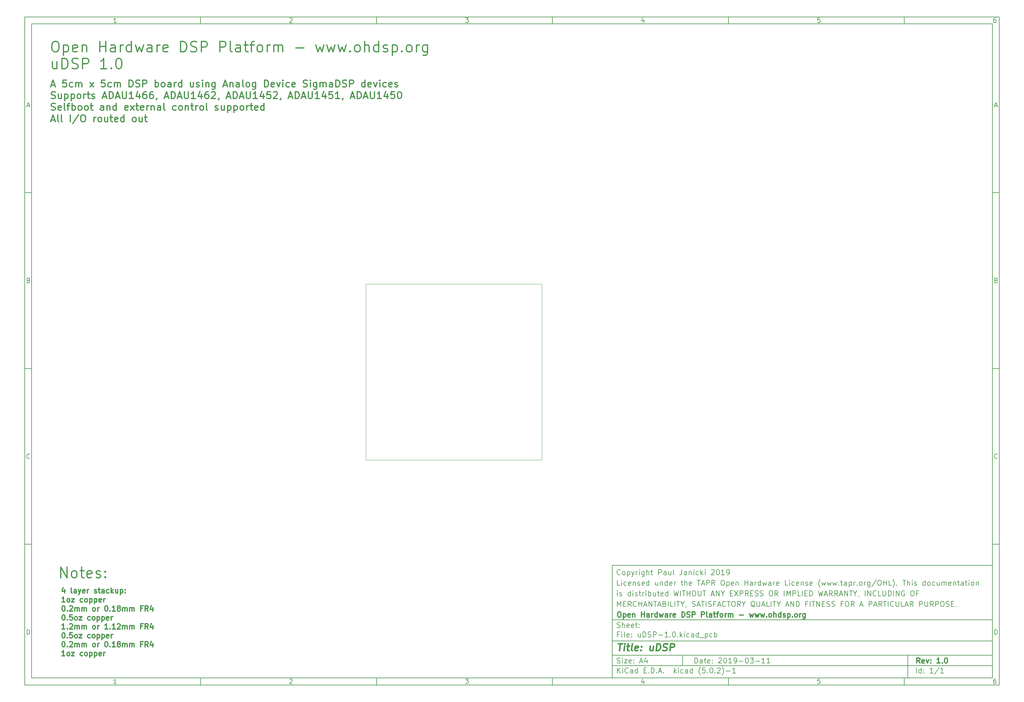
<source format=gbr>
%TF.GenerationSoftware,KiCad,Pcbnew,(5.0.2)-1*%
%TF.CreationDate,2019-03-11T21:46:10+00:00*%
%TF.ProjectId,uDSP-1.0,75445350-2d31-42e3-902e-6b696361645f,1.0*%
%TF.SameCoordinates,PX660b0c0PY81b3200*%
%TF.FileFunction,Other,Comment*%
%FSLAX46Y46*%
G04 Gerber Fmt 4.6, Leading zero omitted, Abs format (unit mm)*
G04 Created by KiCad (PCBNEW (5.0.2)-1) date 11/03/2019 21:46:10*
%MOMM*%
%LPD*%
G01*
G04 APERTURE LIST*
%ADD10C,0.150000*%
%ADD11C,0.300000*%
%ADD12C,0.400000*%
%ADD13C,0.100000*%
G04 APERTURE END LIST*
D10*
X70002200Y-30007200D02*
X70002200Y-62007200D01*
X178002200Y-62007200D01*
X178002200Y-30007200D01*
X70002200Y-30007200D01*
X-97000000Y126000000D02*
X-97000000Y-64007200D01*
X180002200Y-64007200D01*
X180002200Y126000000D01*
X-97000000Y126000000D01*
X-95000000Y124000000D02*
X-95000000Y-62007200D01*
X178002200Y-62007200D01*
X178002200Y124000000D01*
X-95000000Y124000000D01*
X-47000000Y124000000D02*
X-47000000Y126000000D01*
X3000000Y124000000D02*
X3000000Y126000000D01*
X53000000Y124000000D02*
X53000000Y126000000D01*
X103000000Y124000000D02*
X103000000Y126000000D01*
X153000000Y124000000D02*
X153000000Y126000000D01*
X-70934524Y124411905D02*
X-71677381Y124411905D01*
X-71305953Y124411905D02*
X-71305953Y125711905D01*
X-71429762Y125526191D01*
X-71553572Y125402381D01*
X-71677381Y125340477D01*
X-21677381Y125588096D02*
X-21615477Y125650000D01*
X-21491667Y125711905D01*
X-21182143Y125711905D01*
X-21058334Y125650000D01*
X-20996429Y125588096D01*
X-20934524Y125464286D01*
X-20934524Y125340477D01*
X-20996429Y125154762D01*
X-21739286Y124411905D01*
X-20934524Y124411905D01*
X28260714Y125711905D02*
X29065476Y125711905D01*
X28632142Y125216667D01*
X28817857Y125216667D01*
X28941666Y125154762D01*
X29003571Y125092858D01*
X29065476Y124969048D01*
X29065476Y124659524D01*
X29003571Y124535715D01*
X28941666Y124473810D01*
X28817857Y124411905D01*
X28446428Y124411905D01*
X28322619Y124473810D01*
X28260714Y124535715D01*
X78941666Y125278572D02*
X78941666Y124411905D01*
X78632142Y125773810D02*
X78322619Y124845239D01*
X79127380Y124845239D01*
X129003571Y125711905D02*
X128384523Y125711905D01*
X128322619Y125092858D01*
X128384523Y125154762D01*
X128508333Y125216667D01*
X128817857Y125216667D01*
X128941666Y125154762D01*
X129003571Y125092858D01*
X129065476Y124969048D01*
X129065476Y124659524D01*
X129003571Y124535715D01*
X128941666Y124473810D01*
X128817857Y124411905D01*
X128508333Y124411905D01*
X128384523Y124473810D01*
X128322619Y124535715D01*
X178941666Y125711905D02*
X178694047Y125711905D01*
X178570238Y125650000D01*
X178508333Y125588096D01*
X178384523Y125402381D01*
X178322619Y125154762D01*
X178322619Y124659524D01*
X178384523Y124535715D01*
X178446428Y124473810D01*
X178570238Y124411905D01*
X178817857Y124411905D01*
X178941666Y124473810D01*
X179003571Y124535715D01*
X179065476Y124659524D01*
X179065476Y124969048D01*
X179003571Y125092858D01*
X178941666Y125154762D01*
X178817857Y125216667D01*
X178570238Y125216667D01*
X178446428Y125154762D01*
X178384523Y125092858D01*
X178322619Y124969048D01*
X-47000000Y-62007200D02*
X-47000000Y-64007200D01*
X3000000Y-62007200D02*
X3000000Y-64007200D01*
X53000000Y-62007200D02*
X53000000Y-64007200D01*
X103000000Y-62007200D02*
X103000000Y-64007200D01*
X153000000Y-62007200D02*
X153000000Y-64007200D01*
X-70934524Y-63595295D02*
X-71677381Y-63595295D01*
X-71305953Y-63595295D02*
X-71305953Y-62295295D01*
X-71429762Y-62481009D01*
X-71553572Y-62604819D01*
X-71677381Y-62666723D01*
X-21677381Y-62419104D02*
X-21615477Y-62357200D01*
X-21491667Y-62295295D01*
X-21182143Y-62295295D01*
X-21058334Y-62357200D01*
X-20996429Y-62419104D01*
X-20934524Y-62542914D01*
X-20934524Y-62666723D01*
X-20996429Y-62852438D01*
X-21739286Y-63595295D01*
X-20934524Y-63595295D01*
X28260714Y-62295295D02*
X29065476Y-62295295D01*
X28632142Y-62790533D01*
X28817857Y-62790533D01*
X28941666Y-62852438D01*
X29003571Y-62914342D01*
X29065476Y-63038152D01*
X29065476Y-63347676D01*
X29003571Y-63471485D01*
X28941666Y-63533390D01*
X28817857Y-63595295D01*
X28446428Y-63595295D01*
X28322619Y-63533390D01*
X28260714Y-63471485D01*
X78941666Y-62728628D02*
X78941666Y-63595295D01*
X78632142Y-62233390D02*
X78322619Y-63161961D01*
X79127380Y-63161961D01*
X129003571Y-62295295D02*
X128384523Y-62295295D01*
X128322619Y-62914342D01*
X128384523Y-62852438D01*
X128508333Y-62790533D01*
X128817857Y-62790533D01*
X128941666Y-62852438D01*
X129003571Y-62914342D01*
X129065476Y-63038152D01*
X129065476Y-63347676D01*
X129003571Y-63471485D01*
X128941666Y-63533390D01*
X128817857Y-63595295D01*
X128508333Y-63595295D01*
X128384523Y-63533390D01*
X128322619Y-63471485D01*
X178941666Y-62295295D02*
X178694047Y-62295295D01*
X178570238Y-62357200D01*
X178508333Y-62419104D01*
X178384523Y-62604819D01*
X178322619Y-62852438D01*
X178322619Y-63347676D01*
X178384523Y-63471485D01*
X178446428Y-63533390D01*
X178570238Y-63595295D01*
X178817857Y-63595295D01*
X178941666Y-63533390D01*
X179003571Y-63471485D01*
X179065476Y-63347676D01*
X179065476Y-63038152D01*
X179003571Y-62914342D01*
X178941666Y-62852438D01*
X178817857Y-62790533D01*
X178570238Y-62790533D01*
X178446428Y-62852438D01*
X178384523Y-62914342D01*
X178322619Y-63038152D01*
X-97000000Y76000000D02*
X-95000000Y76000000D01*
X-97000000Y26000000D02*
X-95000000Y26000000D01*
X-97000000Y-24000000D02*
X-95000000Y-24000000D01*
X-96309524Y100783334D02*
X-95690477Y100783334D01*
X-96433334Y100411905D02*
X-96000000Y101711905D01*
X-95566667Y100411905D01*
X-95907143Y51092858D02*
X-95721429Y51030953D01*
X-95659524Y50969048D01*
X-95597620Y50845239D01*
X-95597620Y50659524D01*
X-95659524Y50535715D01*
X-95721429Y50473810D01*
X-95845239Y50411905D01*
X-96340477Y50411905D01*
X-96340477Y51711905D01*
X-95907143Y51711905D01*
X-95783334Y51650000D01*
X-95721429Y51588096D01*
X-95659524Y51464286D01*
X-95659524Y51340477D01*
X-95721429Y51216667D01*
X-95783334Y51154762D01*
X-95907143Y51092858D01*
X-96340477Y51092858D01*
X-95597620Y535715D02*
X-95659524Y473810D01*
X-95845239Y411905D01*
X-95969048Y411905D01*
X-96154762Y473810D01*
X-96278572Y597620D01*
X-96340477Y721429D01*
X-96402381Y969048D01*
X-96402381Y1154762D01*
X-96340477Y1402381D01*
X-96278572Y1526191D01*
X-96154762Y1650000D01*
X-95969048Y1711905D01*
X-95845239Y1711905D01*
X-95659524Y1650000D01*
X-95597620Y1588096D01*
X-96340477Y-49588095D02*
X-96340477Y-48288095D01*
X-96030953Y-48288095D01*
X-95845239Y-48350000D01*
X-95721429Y-48473809D01*
X-95659524Y-48597619D01*
X-95597620Y-48845238D01*
X-95597620Y-49030952D01*
X-95659524Y-49278571D01*
X-95721429Y-49402380D01*
X-95845239Y-49526190D01*
X-96030953Y-49588095D01*
X-96340477Y-49588095D01*
X180002200Y76000000D02*
X178002200Y76000000D01*
X180002200Y26000000D02*
X178002200Y26000000D01*
X180002200Y-24000000D02*
X178002200Y-24000000D01*
X178692676Y100783334D02*
X179311723Y100783334D01*
X178568866Y100411905D02*
X179002200Y101711905D01*
X179435533Y100411905D01*
X179095057Y51092858D02*
X179280771Y51030953D01*
X179342676Y50969048D01*
X179404580Y50845239D01*
X179404580Y50659524D01*
X179342676Y50535715D01*
X179280771Y50473810D01*
X179156961Y50411905D01*
X178661723Y50411905D01*
X178661723Y51711905D01*
X179095057Y51711905D01*
X179218866Y51650000D01*
X179280771Y51588096D01*
X179342676Y51464286D01*
X179342676Y51340477D01*
X179280771Y51216667D01*
X179218866Y51154762D01*
X179095057Y51092858D01*
X178661723Y51092858D01*
X179404580Y535715D02*
X179342676Y473810D01*
X179156961Y411905D01*
X179033152Y411905D01*
X178847438Y473810D01*
X178723628Y597620D01*
X178661723Y721429D01*
X178599819Y969048D01*
X178599819Y1154762D01*
X178661723Y1402381D01*
X178723628Y1526191D01*
X178847438Y1650000D01*
X179033152Y1711905D01*
X179156961Y1711905D01*
X179342676Y1650000D01*
X179404580Y1588096D01*
X178661723Y-49588095D02*
X178661723Y-48288095D01*
X178971247Y-48288095D01*
X179156961Y-48350000D01*
X179280771Y-48473809D01*
X179342676Y-48597619D01*
X179404580Y-48845238D01*
X179404580Y-49030952D01*
X179342676Y-49278571D01*
X179280771Y-49402380D01*
X179156961Y-49526190D01*
X178971247Y-49588095D01*
X178661723Y-49588095D01*
X93434342Y-57785771D02*
X93434342Y-56285771D01*
X93791485Y-56285771D01*
X94005771Y-56357200D01*
X94148628Y-56500057D01*
X94220057Y-56642914D01*
X94291485Y-56928628D01*
X94291485Y-57142914D01*
X94220057Y-57428628D01*
X94148628Y-57571485D01*
X94005771Y-57714342D01*
X93791485Y-57785771D01*
X93434342Y-57785771D01*
X95577200Y-57785771D02*
X95577200Y-57000057D01*
X95505771Y-56857200D01*
X95362914Y-56785771D01*
X95077200Y-56785771D01*
X94934342Y-56857200D01*
X95577200Y-57714342D02*
X95434342Y-57785771D01*
X95077200Y-57785771D01*
X94934342Y-57714342D01*
X94862914Y-57571485D01*
X94862914Y-57428628D01*
X94934342Y-57285771D01*
X95077200Y-57214342D01*
X95434342Y-57214342D01*
X95577200Y-57142914D01*
X96077200Y-56785771D02*
X96648628Y-56785771D01*
X96291485Y-56285771D02*
X96291485Y-57571485D01*
X96362914Y-57714342D01*
X96505771Y-57785771D01*
X96648628Y-57785771D01*
X97720057Y-57714342D02*
X97577200Y-57785771D01*
X97291485Y-57785771D01*
X97148628Y-57714342D01*
X97077200Y-57571485D01*
X97077200Y-57000057D01*
X97148628Y-56857200D01*
X97291485Y-56785771D01*
X97577200Y-56785771D01*
X97720057Y-56857200D01*
X97791485Y-57000057D01*
X97791485Y-57142914D01*
X97077200Y-57285771D01*
X98434342Y-57642914D02*
X98505771Y-57714342D01*
X98434342Y-57785771D01*
X98362914Y-57714342D01*
X98434342Y-57642914D01*
X98434342Y-57785771D01*
X98434342Y-56857200D02*
X98505771Y-56928628D01*
X98434342Y-57000057D01*
X98362914Y-56928628D01*
X98434342Y-56857200D01*
X98434342Y-57000057D01*
X100220057Y-56428628D02*
X100291485Y-56357200D01*
X100434342Y-56285771D01*
X100791485Y-56285771D01*
X100934342Y-56357200D01*
X101005771Y-56428628D01*
X101077200Y-56571485D01*
X101077200Y-56714342D01*
X101005771Y-56928628D01*
X100148628Y-57785771D01*
X101077200Y-57785771D01*
X102005771Y-56285771D02*
X102148628Y-56285771D01*
X102291485Y-56357200D01*
X102362914Y-56428628D01*
X102434342Y-56571485D01*
X102505771Y-56857200D01*
X102505771Y-57214342D01*
X102434342Y-57500057D01*
X102362914Y-57642914D01*
X102291485Y-57714342D01*
X102148628Y-57785771D01*
X102005771Y-57785771D01*
X101862914Y-57714342D01*
X101791485Y-57642914D01*
X101720057Y-57500057D01*
X101648628Y-57214342D01*
X101648628Y-56857200D01*
X101720057Y-56571485D01*
X101791485Y-56428628D01*
X101862914Y-56357200D01*
X102005771Y-56285771D01*
X103934342Y-57785771D02*
X103077200Y-57785771D01*
X103505771Y-57785771D02*
X103505771Y-56285771D01*
X103362914Y-56500057D01*
X103220057Y-56642914D01*
X103077200Y-56714342D01*
X104648628Y-57785771D02*
X104934342Y-57785771D01*
X105077200Y-57714342D01*
X105148628Y-57642914D01*
X105291485Y-57428628D01*
X105362914Y-57142914D01*
X105362914Y-56571485D01*
X105291485Y-56428628D01*
X105220057Y-56357200D01*
X105077200Y-56285771D01*
X104791485Y-56285771D01*
X104648628Y-56357200D01*
X104577200Y-56428628D01*
X104505771Y-56571485D01*
X104505771Y-56928628D01*
X104577200Y-57071485D01*
X104648628Y-57142914D01*
X104791485Y-57214342D01*
X105077200Y-57214342D01*
X105220057Y-57142914D01*
X105291485Y-57071485D01*
X105362914Y-56928628D01*
X106005771Y-57214342D02*
X107148628Y-57214342D01*
X108148628Y-56285771D02*
X108291485Y-56285771D01*
X108434342Y-56357200D01*
X108505771Y-56428628D01*
X108577200Y-56571485D01*
X108648628Y-56857200D01*
X108648628Y-57214342D01*
X108577200Y-57500057D01*
X108505771Y-57642914D01*
X108434342Y-57714342D01*
X108291485Y-57785771D01*
X108148628Y-57785771D01*
X108005771Y-57714342D01*
X107934342Y-57642914D01*
X107862914Y-57500057D01*
X107791485Y-57214342D01*
X107791485Y-56857200D01*
X107862914Y-56571485D01*
X107934342Y-56428628D01*
X108005771Y-56357200D01*
X108148628Y-56285771D01*
X109148628Y-56285771D02*
X110077200Y-56285771D01*
X109577200Y-56857200D01*
X109791485Y-56857200D01*
X109934342Y-56928628D01*
X110005771Y-57000057D01*
X110077200Y-57142914D01*
X110077200Y-57500057D01*
X110005771Y-57642914D01*
X109934342Y-57714342D01*
X109791485Y-57785771D01*
X109362914Y-57785771D01*
X109220057Y-57714342D01*
X109148628Y-57642914D01*
X110720057Y-57214342D02*
X111862914Y-57214342D01*
X113362914Y-57785771D02*
X112505771Y-57785771D01*
X112934342Y-57785771D02*
X112934342Y-56285771D01*
X112791485Y-56500057D01*
X112648628Y-56642914D01*
X112505771Y-56714342D01*
X114791485Y-57785771D02*
X113934342Y-57785771D01*
X114362914Y-57785771D02*
X114362914Y-56285771D01*
X114220057Y-56500057D01*
X114077200Y-56642914D01*
X113934342Y-56714342D01*
X70002200Y-58507200D02*
X178002200Y-58507200D01*
X71434342Y-60585771D02*
X71434342Y-59085771D01*
X72291485Y-60585771D02*
X71648628Y-59728628D01*
X72291485Y-59085771D02*
X71434342Y-59942914D01*
X72934342Y-60585771D02*
X72934342Y-59585771D01*
X72934342Y-59085771D02*
X72862914Y-59157200D01*
X72934342Y-59228628D01*
X73005771Y-59157200D01*
X72934342Y-59085771D01*
X72934342Y-59228628D01*
X74505771Y-60442914D02*
X74434342Y-60514342D01*
X74220057Y-60585771D01*
X74077200Y-60585771D01*
X73862914Y-60514342D01*
X73720057Y-60371485D01*
X73648628Y-60228628D01*
X73577200Y-59942914D01*
X73577200Y-59728628D01*
X73648628Y-59442914D01*
X73720057Y-59300057D01*
X73862914Y-59157200D01*
X74077200Y-59085771D01*
X74220057Y-59085771D01*
X74434342Y-59157200D01*
X74505771Y-59228628D01*
X75791485Y-60585771D02*
X75791485Y-59800057D01*
X75720057Y-59657200D01*
X75577200Y-59585771D01*
X75291485Y-59585771D01*
X75148628Y-59657200D01*
X75791485Y-60514342D02*
X75648628Y-60585771D01*
X75291485Y-60585771D01*
X75148628Y-60514342D01*
X75077200Y-60371485D01*
X75077200Y-60228628D01*
X75148628Y-60085771D01*
X75291485Y-60014342D01*
X75648628Y-60014342D01*
X75791485Y-59942914D01*
X77148628Y-60585771D02*
X77148628Y-59085771D01*
X77148628Y-60514342D02*
X77005771Y-60585771D01*
X76720057Y-60585771D01*
X76577200Y-60514342D01*
X76505771Y-60442914D01*
X76434342Y-60300057D01*
X76434342Y-59871485D01*
X76505771Y-59728628D01*
X76577200Y-59657200D01*
X76720057Y-59585771D01*
X77005771Y-59585771D01*
X77148628Y-59657200D01*
X79005771Y-59800057D02*
X79505771Y-59800057D01*
X79720057Y-60585771D02*
X79005771Y-60585771D01*
X79005771Y-59085771D01*
X79720057Y-59085771D01*
X80362914Y-60442914D02*
X80434342Y-60514342D01*
X80362914Y-60585771D01*
X80291485Y-60514342D01*
X80362914Y-60442914D01*
X80362914Y-60585771D01*
X81077200Y-60585771D02*
X81077200Y-59085771D01*
X81434342Y-59085771D01*
X81648628Y-59157200D01*
X81791485Y-59300057D01*
X81862914Y-59442914D01*
X81934342Y-59728628D01*
X81934342Y-59942914D01*
X81862914Y-60228628D01*
X81791485Y-60371485D01*
X81648628Y-60514342D01*
X81434342Y-60585771D01*
X81077200Y-60585771D01*
X82577200Y-60442914D02*
X82648628Y-60514342D01*
X82577200Y-60585771D01*
X82505771Y-60514342D01*
X82577200Y-60442914D01*
X82577200Y-60585771D01*
X83220057Y-60157200D02*
X83934342Y-60157200D01*
X83077200Y-60585771D02*
X83577200Y-59085771D01*
X84077200Y-60585771D01*
X84577200Y-60442914D02*
X84648628Y-60514342D01*
X84577200Y-60585771D01*
X84505771Y-60514342D01*
X84577200Y-60442914D01*
X84577200Y-60585771D01*
X87577200Y-60585771D02*
X87577200Y-59085771D01*
X87720057Y-60014342D02*
X88148628Y-60585771D01*
X88148628Y-59585771D02*
X87577200Y-60157200D01*
X88791485Y-60585771D02*
X88791485Y-59585771D01*
X88791485Y-59085771D02*
X88720057Y-59157200D01*
X88791485Y-59228628D01*
X88862914Y-59157200D01*
X88791485Y-59085771D01*
X88791485Y-59228628D01*
X90148628Y-60514342D02*
X90005771Y-60585771D01*
X89720057Y-60585771D01*
X89577200Y-60514342D01*
X89505771Y-60442914D01*
X89434342Y-60300057D01*
X89434342Y-59871485D01*
X89505771Y-59728628D01*
X89577200Y-59657200D01*
X89720057Y-59585771D01*
X90005771Y-59585771D01*
X90148628Y-59657200D01*
X91434342Y-60585771D02*
X91434342Y-59800057D01*
X91362914Y-59657200D01*
X91220057Y-59585771D01*
X90934342Y-59585771D01*
X90791485Y-59657200D01*
X91434342Y-60514342D02*
X91291485Y-60585771D01*
X90934342Y-60585771D01*
X90791485Y-60514342D01*
X90720057Y-60371485D01*
X90720057Y-60228628D01*
X90791485Y-60085771D01*
X90934342Y-60014342D01*
X91291485Y-60014342D01*
X91434342Y-59942914D01*
X92791485Y-60585771D02*
X92791485Y-59085771D01*
X92791485Y-60514342D02*
X92648628Y-60585771D01*
X92362914Y-60585771D01*
X92220057Y-60514342D01*
X92148628Y-60442914D01*
X92077200Y-60300057D01*
X92077200Y-59871485D01*
X92148628Y-59728628D01*
X92220057Y-59657200D01*
X92362914Y-59585771D01*
X92648628Y-59585771D01*
X92791485Y-59657200D01*
X95077200Y-61157200D02*
X95005771Y-61085771D01*
X94862914Y-60871485D01*
X94791485Y-60728628D01*
X94720057Y-60514342D01*
X94648628Y-60157200D01*
X94648628Y-59871485D01*
X94720057Y-59514342D01*
X94791485Y-59300057D01*
X94862914Y-59157200D01*
X95005771Y-58942914D01*
X95077200Y-58871485D01*
X96362914Y-59085771D02*
X95648628Y-59085771D01*
X95577200Y-59800057D01*
X95648628Y-59728628D01*
X95791485Y-59657200D01*
X96148628Y-59657200D01*
X96291485Y-59728628D01*
X96362914Y-59800057D01*
X96434342Y-59942914D01*
X96434342Y-60300057D01*
X96362914Y-60442914D01*
X96291485Y-60514342D01*
X96148628Y-60585771D01*
X95791485Y-60585771D01*
X95648628Y-60514342D01*
X95577200Y-60442914D01*
X97077200Y-60442914D02*
X97148628Y-60514342D01*
X97077200Y-60585771D01*
X97005771Y-60514342D01*
X97077200Y-60442914D01*
X97077200Y-60585771D01*
X98077200Y-59085771D02*
X98220057Y-59085771D01*
X98362914Y-59157200D01*
X98434342Y-59228628D01*
X98505771Y-59371485D01*
X98577200Y-59657200D01*
X98577200Y-60014342D01*
X98505771Y-60300057D01*
X98434342Y-60442914D01*
X98362914Y-60514342D01*
X98220057Y-60585771D01*
X98077200Y-60585771D01*
X97934342Y-60514342D01*
X97862914Y-60442914D01*
X97791485Y-60300057D01*
X97720057Y-60014342D01*
X97720057Y-59657200D01*
X97791485Y-59371485D01*
X97862914Y-59228628D01*
X97934342Y-59157200D01*
X98077200Y-59085771D01*
X99220057Y-60442914D02*
X99291485Y-60514342D01*
X99220057Y-60585771D01*
X99148628Y-60514342D01*
X99220057Y-60442914D01*
X99220057Y-60585771D01*
X99862914Y-59228628D02*
X99934342Y-59157200D01*
X100077200Y-59085771D01*
X100434342Y-59085771D01*
X100577200Y-59157200D01*
X100648628Y-59228628D01*
X100720057Y-59371485D01*
X100720057Y-59514342D01*
X100648628Y-59728628D01*
X99791485Y-60585771D01*
X100720057Y-60585771D01*
X101220057Y-61157200D02*
X101291485Y-61085771D01*
X101434342Y-60871485D01*
X101505771Y-60728628D01*
X101577200Y-60514342D01*
X101648628Y-60157200D01*
X101648628Y-59871485D01*
X101577200Y-59514342D01*
X101505771Y-59300057D01*
X101434342Y-59157200D01*
X101291485Y-58942914D01*
X101220057Y-58871485D01*
X102362914Y-60014342D02*
X103505771Y-60014342D01*
X105005771Y-60585771D02*
X104148628Y-60585771D01*
X104577200Y-60585771D02*
X104577200Y-59085771D01*
X104434342Y-59300057D01*
X104291485Y-59442914D01*
X104148628Y-59514342D01*
X70002200Y-55507200D02*
X178002200Y-55507200D01*
D11*
X157411485Y-57785771D02*
X156911485Y-57071485D01*
X156554342Y-57785771D02*
X156554342Y-56285771D01*
X157125771Y-56285771D01*
X157268628Y-56357200D01*
X157340057Y-56428628D01*
X157411485Y-56571485D01*
X157411485Y-56785771D01*
X157340057Y-56928628D01*
X157268628Y-57000057D01*
X157125771Y-57071485D01*
X156554342Y-57071485D01*
X158625771Y-57714342D02*
X158482914Y-57785771D01*
X158197200Y-57785771D01*
X158054342Y-57714342D01*
X157982914Y-57571485D01*
X157982914Y-57000057D01*
X158054342Y-56857200D01*
X158197200Y-56785771D01*
X158482914Y-56785771D01*
X158625771Y-56857200D01*
X158697200Y-57000057D01*
X158697200Y-57142914D01*
X157982914Y-57285771D01*
X159197200Y-56785771D02*
X159554342Y-57785771D01*
X159911485Y-56785771D01*
X160482914Y-57642914D02*
X160554342Y-57714342D01*
X160482914Y-57785771D01*
X160411485Y-57714342D01*
X160482914Y-57642914D01*
X160482914Y-57785771D01*
X160482914Y-56857200D02*
X160554342Y-56928628D01*
X160482914Y-57000057D01*
X160411485Y-56928628D01*
X160482914Y-56857200D01*
X160482914Y-57000057D01*
X163125771Y-57785771D02*
X162268628Y-57785771D01*
X162697200Y-57785771D02*
X162697200Y-56285771D01*
X162554342Y-56500057D01*
X162411485Y-56642914D01*
X162268628Y-56714342D01*
X163768628Y-57642914D02*
X163840057Y-57714342D01*
X163768628Y-57785771D01*
X163697200Y-57714342D01*
X163768628Y-57642914D01*
X163768628Y-57785771D01*
X164768628Y-56285771D02*
X164911485Y-56285771D01*
X165054342Y-56357200D01*
X165125771Y-56428628D01*
X165197200Y-56571485D01*
X165268628Y-56857200D01*
X165268628Y-57214342D01*
X165197200Y-57500057D01*
X165125771Y-57642914D01*
X165054342Y-57714342D01*
X164911485Y-57785771D01*
X164768628Y-57785771D01*
X164625771Y-57714342D01*
X164554342Y-57642914D01*
X164482914Y-57500057D01*
X164411485Y-57214342D01*
X164411485Y-56857200D01*
X164482914Y-56571485D01*
X164554342Y-56428628D01*
X164625771Y-56357200D01*
X164768628Y-56285771D01*
D10*
X71362914Y-57714342D02*
X71577200Y-57785771D01*
X71934342Y-57785771D01*
X72077200Y-57714342D01*
X72148628Y-57642914D01*
X72220057Y-57500057D01*
X72220057Y-57357200D01*
X72148628Y-57214342D01*
X72077200Y-57142914D01*
X71934342Y-57071485D01*
X71648628Y-57000057D01*
X71505771Y-56928628D01*
X71434342Y-56857200D01*
X71362914Y-56714342D01*
X71362914Y-56571485D01*
X71434342Y-56428628D01*
X71505771Y-56357200D01*
X71648628Y-56285771D01*
X72005771Y-56285771D01*
X72220057Y-56357200D01*
X72862914Y-57785771D02*
X72862914Y-56785771D01*
X72862914Y-56285771D02*
X72791485Y-56357200D01*
X72862914Y-56428628D01*
X72934342Y-56357200D01*
X72862914Y-56285771D01*
X72862914Y-56428628D01*
X73434342Y-56785771D02*
X74220057Y-56785771D01*
X73434342Y-57785771D01*
X74220057Y-57785771D01*
X75362914Y-57714342D02*
X75220057Y-57785771D01*
X74934342Y-57785771D01*
X74791485Y-57714342D01*
X74720057Y-57571485D01*
X74720057Y-57000057D01*
X74791485Y-56857200D01*
X74934342Y-56785771D01*
X75220057Y-56785771D01*
X75362914Y-56857200D01*
X75434342Y-57000057D01*
X75434342Y-57142914D01*
X74720057Y-57285771D01*
X76077200Y-57642914D02*
X76148628Y-57714342D01*
X76077200Y-57785771D01*
X76005771Y-57714342D01*
X76077200Y-57642914D01*
X76077200Y-57785771D01*
X76077200Y-56857200D02*
X76148628Y-56928628D01*
X76077200Y-57000057D01*
X76005771Y-56928628D01*
X76077200Y-56857200D01*
X76077200Y-57000057D01*
X77862914Y-57357200D02*
X78577200Y-57357200D01*
X77720057Y-57785771D02*
X78220057Y-56285771D01*
X78720057Y-57785771D01*
X79862914Y-56785771D02*
X79862914Y-57785771D01*
X79505771Y-56214342D02*
X79148628Y-57285771D01*
X80077200Y-57285771D01*
X156434342Y-60585771D02*
X156434342Y-59085771D01*
X157791485Y-60585771D02*
X157791485Y-59085771D01*
X157791485Y-60514342D02*
X157648628Y-60585771D01*
X157362914Y-60585771D01*
X157220057Y-60514342D01*
X157148628Y-60442914D01*
X157077200Y-60300057D01*
X157077200Y-59871485D01*
X157148628Y-59728628D01*
X157220057Y-59657200D01*
X157362914Y-59585771D01*
X157648628Y-59585771D01*
X157791485Y-59657200D01*
X158505771Y-60442914D02*
X158577200Y-60514342D01*
X158505771Y-60585771D01*
X158434342Y-60514342D01*
X158505771Y-60442914D01*
X158505771Y-60585771D01*
X158505771Y-59657200D02*
X158577200Y-59728628D01*
X158505771Y-59800057D01*
X158434342Y-59728628D01*
X158505771Y-59657200D01*
X158505771Y-59800057D01*
X161148628Y-60585771D02*
X160291485Y-60585771D01*
X160720057Y-60585771D02*
X160720057Y-59085771D01*
X160577200Y-59300057D01*
X160434342Y-59442914D01*
X160291485Y-59514342D01*
X162862914Y-59014342D02*
X161577200Y-60942914D01*
X164148628Y-60585771D02*
X163291485Y-60585771D01*
X163720057Y-60585771D02*
X163720057Y-59085771D01*
X163577200Y-59300057D01*
X163434342Y-59442914D01*
X163291485Y-59514342D01*
X70002200Y-51507200D02*
X178002200Y-51507200D01*
D12*
X71714580Y-52211961D02*
X72857438Y-52211961D01*
X72036009Y-54211961D02*
X72286009Y-52211961D01*
X73274104Y-54211961D02*
X73440771Y-52878628D01*
X73524104Y-52211961D02*
X73416961Y-52307200D01*
X73500295Y-52402438D01*
X73607438Y-52307200D01*
X73524104Y-52211961D01*
X73500295Y-52402438D01*
X74107438Y-52878628D02*
X74869342Y-52878628D01*
X74476485Y-52211961D02*
X74262200Y-53926247D01*
X74333628Y-54116723D01*
X74512200Y-54211961D01*
X74702676Y-54211961D01*
X75655057Y-54211961D02*
X75476485Y-54116723D01*
X75405057Y-53926247D01*
X75619342Y-52211961D01*
X77190771Y-54116723D02*
X76988390Y-54211961D01*
X76607438Y-54211961D01*
X76428866Y-54116723D01*
X76357438Y-53926247D01*
X76452676Y-53164342D01*
X76571723Y-52973866D01*
X76774104Y-52878628D01*
X77155057Y-52878628D01*
X77333628Y-52973866D01*
X77405057Y-53164342D01*
X77381247Y-53354819D01*
X76405057Y-53545295D01*
X78155057Y-54021485D02*
X78238390Y-54116723D01*
X78131247Y-54211961D01*
X78047914Y-54116723D01*
X78155057Y-54021485D01*
X78131247Y-54211961D01*
X78286009Y-52973866D02*
X78369342Y-53069104D01*
X78262200Y-53164342D01*
X78178866Y-53069104D01*
X78286009Y-52973866D01*
X78262200Y-53164342D01*
X81631247Y-52878628D02*
X81464580Y-54211961D01*
X80774104Y-52878628D02*
X80643152Y-53926247D01*
X80714580Y-54116723D01*
X80893152Y-54211961D01*
X81178866Y-54211961D01*
X81381247Y-54116723D01*
X81488390Y-54021485D01*
X82416961Y-54211961D02*
X82666961Y-52211961D01*
X83143152Y-52211961D01*
X83416961Y-52307200D01*
X83583628Y-52497676D01*
X83655057Y-52688152D01*
X83702676Y-53069104D01*
X83666961Y-53354819D01*
X83524104Y-53735771D01*
X83405057Y-53926247D01*
X83190771Y-54116723D01*
X82893152Y-54211961D01*
X82416961Y-54211961D01*
X84333628Y-54116723D02*
X84607438Y-54211961D01*
X85083628Y-54211961D01*
X85286009Y-54116723D01*
X85393152Y-54021485D01*
X85512200Y-53831009D01*
X85536009Y-53640533D01*
X85464580Y-53450057D01*
X85381247Y-53354819D01*
X85202676Y-53259580D01*
X84833628Y-53164342D01*
X84655057Y-53069104D01*
X84571723Y-52973866D01*
X84500295Y-52783390D01*
X84524104Y-52592914D01*
X84643152Y-52402438D01*
X84750295Y-52307200D01*
X84952676Y-52211961D01*
X85428866Y-52211961D01*
X85702676Y-52307200D01*
X86321723Y-54211961D02*
X86571723Y-52211961D01*
X87333628Y-52211961D01*
X87512200Y-52307200D01*
X87595533Y-52402438D01*
X87666961Y-52592914D01*
X87631247Y-52878628D01*
X87512200Y-53069104D01*
X87405057Y-53164342D01*
X87202676Y-53259580D01*
X86440771Y-53259580D01*
D10*
X71934342Y-49600057D02*
X71434342Y-49600057D01*
X71434342Y-50385771D02*
X71434342Y-48885771D01*
X72148628Y-48885771D01*
X72720057Y-50385771D02*
X72720057Y-49385771D01*
X72720057Y-48885771D02*
X72648628Y-48957200D01*
X72720057Y-49028628D01*
X72791485Y-48957200D01*
X72720057Y-48885771D01*
X72720057Y-49028628D01*
X73648628Y-50385771D02*
X73505771Y-50314342D01*
X73434342Y-50171485D01*
X73434342Y-48885771D01*
X74791485Y-50314342D02*
X74648628Y-50385771D01*
X74362914Y-50385771D01*
X74220057Y-50314342D01*
X74148628Y-50171485D01*
X74148628Y-49600057D01*
X74220057Y-49457200D01*
X74362914Y-49385771D01*
X74648628Y-49385771D01*
X74791485Y-49457200D01*
X74862914Y-49600057D01*
X74862914Y-49742914D01*
X74148628Y-49885771D01*
X75505771Y-50242914D02*
X75577200Y-50314342D01*
X75505771Y-50385771D01*
X75434342Y-50314342D01*
X75505771Y-50242914D01*
X75505771Y-50385771D01*
X75505771Y-49457200D02*
X75577200Y-49528628D01*
X75505771Y-49600057D01*
X75434342Y-49528628D01*
X75505771Y-49457200D01*
X75505771Y-49600057D01*
X78005771Y-49385771D02*
X78005771Y-50385771D01*
X77362914Y-49385771D02*
X77362914Y-50171485D01*
X77434342Y-50314342D01*
X77577200Y-50385771D01*
X77791485Y-50385771D01*
X77934342Y-50314342D01*
X78005771Y-50242914D01*
X78720057Y-50385771D02*
X78720057Y-48885771D01*
X79077200Y-48885771D01*
X79291485Y-48957200D01*
X79434342Y-49100057D01*
X79505771Y-49242914D01*
X79577200Y-49528628D01*
X79577200Y-49742914D01*
X79505771Y-50028628D01*
X79434342Y-50171485D01*
X79291485Y-50314342D01*
X79077200Y-50385771D01*
X78720057Y-50385771D01*
X80148628Y-50314342D02*
X80362914Y-50385771D01*
X80720057Y-50385771D01*
X80862914Y-50314342D01*
X80934342Y-50242914D01*
X81005771Y-50100057D01*
X81005771Y-49957200D01*
X80934342Y-49814342D01*
X80862914Y-49742914D01*
X80720057Y-49671485D01*
X80434342Y-49600057D01*
X80291485Y-49528628D01*
X80220057Y-49457200D01*
X80148628Y-49314342D01*
X80148628Y-49171485D01*
X80220057Y-49028628D01*
X80291485Y-48957200D01*
X80434342Y-48885771D01*
X80791485Y-48885771D01*
X81005771Y-48957200D01*
X81648628Y-50385771D02*
X81648628Y-48885771D01*
X82220057Y-48885771D01*
X82362914Y-48957200D01*
X82434342Y-49028628D01*
X82505771Y-49171485D01*
X82505771Y-49385771D01*
X82434342Y-49528628D01*
X82362914Y-49600057D01*
X82220057Y-49671485D01*
X81648628Y-49671485D01*
X83148628Y-49814342D02*
X84291485Y-49814342D01*
X85791485Y-50385771D02*
X84934342Y-50385771D01*
X85362914Y-50385771D02*
X85362914Y-48885771D01*
X85220057Y-49100057D01*
X85077200Y-49242914D01*
X84934342Y-49314342D01*
X86434342Y-50242914D02*
X86505771Y-50314342D01*
X86434342Y-50385771D01*
X86362914Y-50314342D01*
X86434342Y-50242914D01*
X86434342Y-50385771D01*
X87434342Y-48885771D02*
X87577200Y-48885771D01*
X87720057Y-48957200D01*
X87791485Y-49028628D01*
X87862914Y-49171485D01*
X87934342Y-49457200D01*
X87934342Y-49814342D01*
X87862914Y-50100057D01*
X87791485Y-50242914D01*
X87720057Y-50314342D01*
X87577200Y-50385771D01*
X87434342Y-50385771D01*
X87291485Y-50314342D01*
X87220057Y-50242914D01*
X87148628Y-50100057D01*
X87077200Y-49814342D01*
X87077200Y-49457200D01*
X87148628Y-49171485D01*
X87220057Y-49028628D01*
X87291485Y-48957200D01*
X87434342Y-48885771D01*
X88577200Y-50242914D02*
X88648628Y-50314342D01*
X88577200Y-50385771D01*
X88505771Y-50314342D01*
X88577200Y-50242914D01*
X88577200Y-50385771D01*
X89291485Y-50385771D02*
X89291485Y-48885771D01*
X89434342Y-49814342D02*
X89862914Y-50385771D01*
X89862914Y-49385771D02*
X89291485Y-49957200D01*
X90505771Y-50385771D02*
X90505771Y-49385771D01*
X90505771Y-48885771D02*
X90434342Y-48957200D01*
X90505771Y-49028628D01*
X90577200Y-48957200D01*
X90505771Y-48885771D01*
X90505771Y-49028628D01*
X91862914Y-50314342D02*
X91720057Y-50385771D01*
X91434342Y-50385771D01*
X91291485Y-50314342D01*
X91220057Y-50242914D01*
X91148628Y-50100057D01*
X91148628Y-49671485D01*
X91220057Y-49528628D01*
X91291485Y-49457200D01*
X91434342Y-49385771D01*
X91720057Y-49385771D01*
X91862914Y-49457200D01*
X93148628Y-50385771D02*
X93148628Y-49600057D01*
X93077200Y-49457200D01*
X92934342Y-49385771D01*
X92648628Y-49385771D01*
X92505771Y-49457200D01*
X93148628Y-50314342D02*
X93005771Y-50385771D01*
X92648628Y-50385771D01*
X92505771Y-50314342D01*
X92434342Y-50171485D01*
X92434342Y-50028628D01*
X92505771Y-49885771D01*
X92648628Y-49814342D01*
X93005771Y-49814342D01*
X93148628Y-49742914D01*
X94505771Y-50385771D02*
X94505771Y-48885771D01*
X94505771Y-50314342D02*
X94362914Y-50385771D01*
X94077200Y-50385771D01*
X93934342Y-50314342D01*
X93862914Y-50242914D01*
X93791485Y-50100057D01*
X93791485Y-49671485D01*
X93862914Y-49528628D01*
X93934342Y-49457200D01*
X94077200Y-49385771D01*
X94362914Y-49385771D01*
X94505771Y-49457200D01*
X94862914Y-50528628D02*
X96005771Y-50528628D01*
X96362914Y-49385771D02*
X96362914Y-50885771D01*
X96362914Y-49457200D02*
X96505771Y-49385771D01*
X96791485Y-49385771D01*
X96934342Y-49457200D01*
X97005771Y-49528628D01*
X97077200Y-49671485D01*
X97077200Y-50100057D01*
X97005771Y-50242914D01*
X96934342Y-50314342D01*
X96791485Y-50385771D01*
X96505771Y-50385771D01*
X96362914Y-50314342D01*
X98362914Y-50314342D02*
X98220057Y-50385771D01*
X97934342Y-50385771D01*
X97791485Y-50314342D01*
X97720057Y-50242914D01*
X97648628Y-50100057D01*
X97648628Y-49671485D01*
X97720057Y-49528628D01*
X97791485Y-49457200D01*
X97934342Y-49385771D01*
X98220057Y-49385771D01*
X98362914Y-49457200D01*
X99005771Y-50385771D02*
X99005771Y-48885771D01*
X99005771Y-49457200D02*
X99148628Y-49385771D01*
X99434342Y-49385771D01*
X99577200Y-49457200D01*
X99648628Y-49528628D01*
X99720057Y-49671485D01*
X99720057Y-50100057D01*
X99648628Y-50242914D01*
X99577200Y-50314342D01*
X99434342Y-50385771D01*
X99148628Y-50385771D01*
X99005771Y-50314342D01*
X70002200Y-45507200D02*
X178002200Y-45507200D01*
X71362914Y-47614342D02*
X71577200Y-47685771D01*
X71934342Y-47685771D01*
X72077200Y-47614342D01*
X72148628Y-47542914D01*
X72220057Y-47400057D01*
X72220057Y-47257200D01*
X72148628Y-47114342D01*
X72077200Y-47042914D01*
X71934342Y-46971485D01*
X71648628Y-46900057D01*
X71505771Y-46828628D01*
X71434342Y-46757200D01*
X71362914Y-46614342D01*
X71362914Y-46471485D01*
X71434342Y-46328628D01*
X71505771Y-46257200D01*
X71648628Y-46185771D01*
X72005771Y-46185771D01*
X72220057Y-46257200D01*
X72862914Y-47685771D02*
X72862914Y-46185771D01*
X73505771Y-47685771D02*
X73505771Y-46900057D01*
X73434342Y-46757200D01*
X73291485Y-46685771D01*
X73077200Y-46685771D01*
X72934342Y-46757200D01*
X72862914Y-46828628D01*
X74791485Y-47614342D02*
X74648628Y-47685771D01*
X74362914Y-47685771D01*
X74220057Y-47614342D01*
X74148628Y-47471485D01*
X74148628Y-46900057D01*
X74220057Y-46757200D01*
X74362914Y-46685771D01*
X74648628Y-46685771D01*
X74791485Y-46757200D01*
X74862914Y-46900057D01*
X74862914Y-47042914D01*
X74148628Y-47185771D01*
X76077200Y-47614342D02*
X75934342Y-47685771D01*
X75648628Y-47685771D01*
X75505771Y-47614342D01*
X75434342Y-47471485D01*
X75434342Y-46900057D01*
X75505771Y-46757200D01*
X75648628Y-46685771D01*
X75934342Y-46685771D01*
X76077200Y-46757200D01*
X76148628Y-46900057D01*
X76148628Y-47042914D01*
X75434342Y-47185771D01*
X76577200Y-46685771D02*
X77148628Y-46685771D01*
X76791485Y-46185771D02*
X76791485Y-47471485D01*
X76862914Y-47614342D01*
X77005771Y-47685771D01*
X77148628Y-47685771D01*
X77648628Y-47542914D02*
X77720057Y-47614342D01*
X77648628Y-47685771D01*
X77577200Y-47614342D01*
X77648628Y-47542914D01*
X77648628Y-47685771D01*
X77648628Y-46757200D02*
X77720057Y-46828628D01*
X77648628Y-46900057D01*
X77577200Y-46828628D01*
X77648628Y-46757200D01*
X77648628Y-46900057D01*
D11*
X71840057Y-43185771D02*
X72125771Y-43185771D01*
X72268628Y-43257200D01*
X72411485Y-43400057D01*
X72482914Y-43685771D01*
X72482914Y-44185771D01*
X72411485Y-44471485D01*
X72268628Y-44614342D01*
X72125771Y-44685771D01*
X71840057Y-44685771D01*
X71697200Y-44614342D01*
X71554342Y-44471485D01*
X71482914Y-44185771D01*
X71482914Y-43685771D01*
X71554342Y-43400057D01*
X71697200Y-43257200D01*
X71840057Y-43185771D01*
X73125771Y-43685771D02*
X73125771Y-45185771D01*
X73125771Y-43757200D02*
X73268628Y-43685771D01*
X73554342Y-43685771D01*
X73697200Y-43757200D01*
X73768628Y-43828628D01*
X73840057Y-43971485D01*
X73840057Y-44400057D01*
X73768628Y-44542914D01*
X73697200Y-44614342D01*
X73554342Y-44685771D01*
X73268628Y-44685771D01*
X73125771Y-44614342D01*
X75054342Y-44614342D02*
X74911485Y-44685771D01*
X74625771Y-44685771D01*
X74482914Y-44614342D01*
X74411485Y-44471485D01*
X74411485Y-43900057D01*
X74482914Y-43757200D01*
X74625771Y-43685771D01*
X74911485Y-43685771D01*
X75054342Y-43757200D01*
X75125771Y-43900057D01*
X75125771Y-44042914D01*
X74411485Y-44185771D01*
X75768628Y-43685771D02*
X75768628Y-44685771D01*
X75768628Y-43828628D02*
X75840057Y-43757200D01*
X75982914Y-43685771D01*
X76197200Y-43685771D01*
X76340057Y-43757200D01*
X76411485Y-43900057D01*
X76411485Y-44685771D01*
X78268628Y-44685771D02*
X78268628Y-43185771D01*
X78268628Y-43900057D02*
X79125771Y-43900057D01*
X79125771Y-44685771D02*
X79125771Y-43185771D01*
X80482914Y-44685771D02*
X80482914Y-43900057D01*
X80411485Y-43757200D01*
X80268628Y-43685771D01*
X79982914Y-43685771D01*
X79840057Y-43757200D01*
X80482914Y-44614342D02*
X80340057Y-44685771D01*
X79982914Y-44685771D01*
X79840057Y-44614342D01*
X79768628Y-44471485D01*
X79768628Y-44328628D01*
X79840057Y-44185771D01*
X79982914Y-44114342D01*
X80340057Y-44114342D01*
X80482914Y-44042914D01*
X81197200Y-44685771D02*
X81197200Y-43685771D01*
X81197200Y-43971485D02*
X81268628Y-43828628D01*
X81340057Y-43757200D01*
X81482914Y-43685771D01*
X81625771Y-43685771D01*
X82768628Y-44685771D02*
X82768628Y-43185771D01*
X82768628Y-44614342D02*
X82625771Y-44685771D01*
X82340057Y-44685771D01*
X82197200Y-44614342D01*
X82125771Y-44542914D01*
X82054342Y-44400057D01*
X82054342Y-43971485D01*
X82125771Y-43828628D01*
X82197200Y-43757200D01*
X82340057Y-43685771D01*
X82625771Y-43685771D01*
X82768628Y-43757200D01*
X83340057Y-43685771D02*
X83625771Y-44685771D01*
X83911485Y-43971485D01*
X84197200Y-44685771D01*
X84482914Y-43685771D01*
X85697200Y-44685771D02*
X85697200Y-43900057D01*
X85625771Y-43757200D01*
X85482914Y-43685771D01*
X85197200Y-43685771D01*
X85054342Y-43757200D01*
X85697200Y-44614342D02*
X85554342Y-44685771D01*
X85197200Y-44685771D01*
X85054342Y-44614342D01*
X84982914Y-44471485D01*
X84982914Y-44328628D01*
X85054342Y-44185771D01*
X85197200Y-44114342D01*
X85554342Y-44114342D01*
X85697200Y-44042914D01*
X86411485Y-44685771D02*
X86411485Y-43685771D01*
X86411485Y-43971485D02*
X86482914Y-43828628D01*
X86554342Y-43757200D01*
X86697200Y-43685771D01*
X86840057Y-43685771D01*
X87911485Y-44614342D02*
X87768628Y-44685771D01*
X87482914Y-44685771D01*
X87340057Y-44614342D01*
X87268628Y-44471485D01*
X87268628Y-43900057D01*
X87340057Y-43757200D01*
X87482914Y-43685771D01*
X87768628Y-43685771D01*
X87911485Y-43757200D01*
X87982914Y-43900057D01*
X87982914Y-44042914D01*
X87268628Y-44185771D01*
X89768628Y-44685771D02*
X89768628Y-43185771D01*
X90125771Y-43185771D01*
X90340057Y-43257200D01*
X90482914Y-43400057D01*
X90554342Y-43542914D01*
X90625771Y-43828628D01*
X90625771Y-44042914D01*
X90554342Y-44328628D01*
X90482914Y-44471485D01*
X90340057Y-44614342D01*
X90125771Y-44685771D01*
X89768628Y-44685771D01*
X91197200Y-44614342D02*
X91411485Y-44685771D01*
X91768628Y-44685771D01*
X91911485Y-44614342D01*
X91982914Y-44542914D01*
X92054342Y-44400057D01*
X92054342Y-44257200D01*
X91982914Y-44114342D01*
X91911485Y-44042914D01*
X91768628Y-43971485D01*
X91482914Y-43900057D01*
X91340057Y-43828628D01*
X91268628Y-43757200D01*
X91197200Y-43614342D01*
X91197200Y-43471485D01*
X91268628Y-43328628D01*
X91340057Y-43257200D01*
X91482914Y-43185771D01*
X91840057Y-43185771D01*
X92054342Y-43257200D01*
X92697200Y-44685771D02*
X92697200Y-43185771D01*
X93268628Y-43185771D01*
X93411485Y-43257200D01*
X93482914Y-43328628D01*
X93554342Y-43471485D01*
X93554342Y-43685771D01*
X93482914Y-43828628D01*
X93411485Y-43900057D01*
X93268628Y-43971485D01*
X92697200Y-43971485D01*
X95340057Y-44685771D02*
X95340057Y-43185771D01*
X95911485Y-43185771D01*
X96054342Y-43257200D01*
X96125771Y-43328628D01*
X96197200Y-43471485D01*
X96197200Y-43685771D01*
X96125771Y-43828628D01*
X96054342Y-43900057D01*
X95911485Y-43971485D01*
X95340057Y-43971485D01*
X97054342Y-44685771D02*
X96911485Y-44614342D01*
X96840057Y-44471485D01*
X96840057Y-43185771D01*
X98268628Y-44685771D02*
X98268628Y-43900057D01*
X98197200Y-43757200D01*
X98054342Y-43685771D01*
X97768628Y-43685771D01*
X97625771Y-43757200D01*
X98268628Y-44614342D02*
X98125771Y-44685771D01*
X97768628Y-44685771D01*
X97625771Y-44614342D01*
X97554342Y-44471485D01*
X97554342Y-44328628D01*
X97625771Y-44185771D01*
X97768628Y-44114342D01*
X98125771Y-44114342D01*
X98268628Y-44042914D01*
X98768628Y-43685771D02*
X99340057Y-43685771D01*
X98982914Y-43185771D02*
X98982914Y-44471485D01*
X99054342Y-44614342D01*
X99197200Y-44685771D01*
X99340057Y-44685771D01*
X99625771Y-43685771D02*
X100197200Y-43685771D01*
X99840057Y-44685771D02*
X99840057Y-43400057D01*
X99911485Y-43257200D01*
X100054342Y-43185771D01*
X100197200Y-43185771D01*
X100911485Y-44685771D02*
X100768628Y-44614342D01*
X100697200Y-44542914D01*
X100625771Y-44400057D01*
X100625771Y-43971485D01*
X100697200Y-43828628D01*
X100768628Y-43757200D01*
X100911485Y-43685771D01*
X101125771Y-43685771D01*
X101268628Y-43757200D01*
X101340057Y-43828628D01*
X101411485Y-43971485D01*
X101411485Y-44400057D01*
X101340057Y-44542914D01*
X101268628Y-44614342D01*
X101125771Y-44685771D01*
X100911485Y-44685771D01*
X102054342Y-44685771D02*
X102054342Y-43685771D01*
X102054342Y-43971485D02*
X102125771Y-43828628D01*
X102197200Y-43757200D01*
X102340057Y-43685771D01*
X102482914Y-43685771D01*
X102982914Y-44685771D02*
X102982914Y-43685771D01*
X102982914Y-43828628D02*
X103054342Y-43757200D01*
X103197200Y-43685771D01*
X103411485Y-43685771D01*
X103554342Y-43757200D01*
X103625771Y-43900057D01*
X103625771Y-44685771D01*
X103625771Y-43900057D02*
X103697200Y-43757200D01*
X103840057Y-43685771D01*
X104054342Y-43685771D01*
X104197200Y-43757200D01*
X104268628Y-43900057D01*
X104268628Y-44685771D01*
X106125771Y-44114342D02*
X107268628Y-44114342D01*
X108982914Y-43685771D02*
X109268628Y-44685771D01*
X109554342Y-43971485D01*
X109840057Y-44685771D01*
X110125771Y-43685771D01*
X110554342Y-43685771D02*
X110840057Y-44685771D01*
X111125771Y-43971485D01*
X111411485Y-44685771D01*
X111697200Y-43685771D01*
X112125771Y-43685771D02*
X112411485Y-44685771D01*
X112697200Y-43971485D01*
X112982914Y-44685771D01*
X113268628Y-43685771D01*
X113840057Y-44542914D02*
X113911485Y-44614342D01*
X113840057Y-44685771D01*
X113768628Y-44614342D01*
X113840057Y-44542914D01*
X113840057Y-44685771D01*
X114768628Y-44685771D02*
X114625771Y-44614342D01*
X114554342Y-44542914D01*
X114482914Y-44400057D01*
X114482914Y-43971485D01*
X114554342Y-43828628D01*
X114625771Y-43757200D01*
X114768628Y-43685771D01*
X114982914Y-43685771D01*
X115125771Y-43757200D01*
X115197200Y-43828628D01*
X115268628Y-43971485D01*
X115268628Y-44400057D01*
X115197200Y-44542914D01*
X115125771Y-44614342D01*
X114982914Y-44685771D01*
X114768628Y-44685771D01*
X115911485Y-44685771D02*
X115911485Y-43185771D01*
X116554342Y-44685771D02*
X116554342Y-43900057D01*
X116482914Y-43757200D01*
X116340057Y-43685771D01*
X116125771Y-43685771D01*
X115982914Y-43757200D01*
X115911485Y-43828628D01*
X117911485Y-44685771D02*
X117911485Y-43185771D01*
X117911485Y-44614342D02*
X117768628Y-44685771D01*
X117482914Y-44685771D01*
X117340057Y-44614342D01*
X117268628Y-44542914D01*
X117197200Y-44400057D01*
X117197200Y-43971485D01*
X117268628Y-43828628D01*
X117340057Y-43757200D01*
X117482914Y-43685771D01*
X117768628Y-43685771D01*
X117911485Y-43757200D01*
X118554342Y-44614342D02*
X118697200Y-44685771D01*
X118982914Y-44685771D01*
X119125771Y-44614342D01*
X119197200Y-44471485D01*
X119197200Y-44400057D01*
X119125771Y-44257200D01*
X118982914Y-44185771D01*
X118768628Y-44185771D01*
X118625771Y-44114342D01*
X118554342Y-43971485D01*
X118554342Y-43900057D01*
X118625771Y-43757200D01*
X118768628Y-43685771D01*
X118982914Y-43685771D01*
X119125771Y-43757200D01*
X119840057Y-43685771D02*
X119840057Y-45185771D01*
X119840057Y-43757200D02*
X119982914Y-43685771D01*
X120268628Y-43685771D01*
X120411485Y-43757200D01*
X120482914Y-43828628D01*
X120554342Y-43971485D01*
X120554342Y-44400057D01*
X120482914Y-44542914D01*
X120411485Y-44614342D01*
X120268628Y-44685771D01*
X119982914Y-44685771D01*
X119840057Y-44614342D01*
X121197200Y-44542914D02*
X121268628Y-44614342D01*
X121197200Y-44685771D01*
X121125771Y-44614342D01*
X121197200Y-44542914D01*
X121197200Y-44685771D01*
X122125771Y-44685771D02*
X121982914Y-44614342D01*
X121911485Y-44542914D01*
X121840057Y-44400057D01*
X121840057Y-43971485D01*
X121911485Y-43828628D01*
X121982914Y-43757200D01*
X122125771Y-43685771D01*
X122340057Y-43685771D01*
X122482914Y-43757200D01*
X122554342Y-43828628D01*
X122625771Y-43971485D01*
X122625771Y-44400057D01*
X122554342Y-44542914D01*
X122482914Y-44614342D01*
X122340057Y-44685771D01*
X122125771Y-44685771D01*
X123268628Y-44685771D02*
X123268628Y-43685771D01*
X123268628Y-43971485D02*
X123340057Y-43828628D01*
X123411485Y-43757200D01*
X123554342Y-43685771D01*
X123697200Y-43685771D01*
X124840057Y-43685771D02*
X124840057Y-44900057D01*
X124768628Y-45042914D01*
X124697200Y-45114342D01*
X124554342Y-45185771D01*
X124340057Y-45185771D01*
X124197200Y-45114342D01*
X124840057Y-44614342D02*
X124697200Y-44685771D01*
X124411485Y-44685771D01*
X124268628Y-44614342D01*
X124197200Y-44542914D01*
X124125771Y-44400057D01*
X124125771Y-43971485D01*
X124197200Y-43828628D01*
X124268628Y-43757200D01*
X124411485Y-43685771D01*
X124697200Y-43685771D01*
X124840057Y-43757200D01*
D10*
X71434342Y-41685771D02*
X71434342Y-40185771D01*
X71934342Y-41257200D01*
X72434342Y-40185771D01*
X72434342Y-41685771D01*
X73148628Y-40900057D02*
X73648628Y-40900057D01*
X73862914Y-41685771D02*
X73148628Y-41685771D01*
X73148628Y-40185771D01*
X73862914Y-40185771D01*
X75362914Y-41685771D02*
X74862914Y-40971485D01*
X74505771Y-41685771D02*
X74505771Y-40185771D01*
X75077200Y-40185771D01*
X75220057Y-40257200D01*
X75291485Y-40328628D01*
X75362914Y-40471485D01*
X75362914Y-40685771D01*
X75291485Y-40828628D01*
X75220057Y-40900057D01*
X75077200Y-40971485D01*
X74505771Y-40971485D01*
X76862914Y-41542914D02*
X76791485Y-41614342D01*
X76577200Y-41685771D01*
X76434342Y-41685771D01*
X76220057Y-41614342D01*
X76077200Y-41471485D01*
X76005771Y-41328628D01*
X75934342Y-41042914D01*
X75934342Y-40828628D01*
X76005771Y-40542914D01*
X76077200Y-40400057D01*
X76220057Y-40257200D01*
X76434342Y-40185771D01*
X76577200Y-40185771D01*
X76791485Y-40257200D01*
X76862914Y-40328628D01*
X77505771Y-41685771D02*
X77505771Y-40185771D01*
X77505771Y-40900057D02*
X78362914Y-40900057D01*
X78362914Y-41685771D02*
X78362914Y-40185771D01*
X79005771Y-41257200D02*
X79720057Y-41257200D01*
X78862914Y-41685771D02*
X79362914Y-40185771D01*
X79862914Y-41685771D01*
X80362914Y-41685771D02*
X80362914Y-40185771D01*
X81220057Y-41685771D01*
X81220057Y-40185771D01*
X81720057Y-40185771D02*
X82577200Y-40185771D01*
X82148628Y-41685771D02*
X82148628Y-40185771D01*
X83005771Y-41257200D02*
X83720057Y-41257200D01*
X82862914Y-41685771D02*
X83362914Y-40185771D01*
X83862914Y-41685771D01*
X84862914Y-40900057D02*
X85077200Y-40971485D01*
X85148628Y-41042914D01*
X85220057Y-41185771D01*
X85220057Y-41400057D01*
X85148628Y-41542914D01*
X85077200Y-41614342D01*
X84934342Y-41685771D01*
X84362914Y-41685771D01*
X84362914Y-40185771D01*
X84862914Y-40185771D01*
X85005771Y-40257200D01*
X85077200Y-40328628D01*
X85148628Y-40471485D01*
X85148628Y-40614342D01*
X85077200Y-40757200D01*
X85005771Y-40828628D01*
X84862914Y-40900057D01*
X84362914Y-40900057D01*
X85862914Y-41685771D02*
X85862914Y-40185771D01*
X87291485Y-41685771D02*
X86577200Y-41685771D01*
X86577200Y-40185771D01*
X87791485Y-41685771D02*
X87791485Y-40185771D01*
X88291485Y-40185771D02*
X89148628Y-40185771D01*
X88720057Y-41685771D02*
X88720057Y-40185771D01*
X89934342Y-40971485D02*
X89934342Y-41685771D01*
X89434342Y-40185771D02*
X89934342Y-40971485D01*
X90434342Y-40185771D01*
X91005771Y-41614342D02*
X91005771Y-41685771D01*
X90934342Y-41828628D01*
X90862914Y-41900057D01*
X92720057Y-41614342D02*
X92934342Y-41685771D01*
X93291485Y-41685771D01*
X93434342Y-41614342D01*
X93505771Y-41542914D01*
X93577200Y-41400057D01*
X93577200Y-41257200D01*
X93505771Y-41114342D01*
X93434342Y-41042914D01*
X93291485Y-40971485D01*
X93005771Y-40900057D01*
X92862914Y-40828628D01*
X92791485Y-40757200D01*
X92720057Y-40614342D01*
X92720057Y-40471485D01*
X92791485Y-40328628D01*
X92862914Y-40257200D01*
X93005771Y-40185771D01*
X93362914Y-40185771D01*
X93577200Y-40257200D01*
X94148628Y-41257200D02*
X94862914Y-41257200D01*
X94005771Y-41685771D02*
X94505771Y-40185771D01*
X95005771Y-41685771D01*
X95291485Y-40185771D02*
X96148628Y-40185771D01*
X95720057Y-41685771D02*
X95720057Y-40185771D01*
X96648628Y-41685771D02*
X96648628Y-40185771D01*
X97291485Y-41614342D02*
X97505771Y-41685771D01*
X97862914Y-41685771D01*
X98005771Y-41614342D01*
X98077200Y-41542914D01*
X98148628Y-41400057D01*
X98148628Y-41257200D01*
X98077200Y-41114342D01*
X98005771Y-41042914D01*
X97862914Y-40971485D01*
X97577200Y-40900057D01*
X97434342Y-40828628D01*
X97362914Y-40757200D01*
X97291485Y-40614342D01*
X97291485Y-40471485D01*
X97362914Y-40328628D01*
X97434342Y-40257200D01*
X97577200Y-40185771D01*
X97934342Y-40185771D01*
X98148628Y-40257200D01*
X99291485Y-40900057D02*
X98791485Y-40900057D01*
X98791485Y-41685771D02*
X98791485Y-40185771D01*
X99505771Y-40185771D01*
X100005771Y-41257200D02*
X100720057Y-41257200D01*
X99862914Y-41685771D02*
X100362914Y-40185771D01*
X100862914Y-41685771D01*
X102220057Y-41542914D02*
X102148628Y-41614342D01*
X101934342Y-41685771D01*
X101791485Y-41685771D01*
X101577200Y-41614342D01*
X101434342Y-41471485D01*
X101362914Y-41328628D01*
X101291485Y-41042914D01*
X101291485Y-40828628D01*
X101362914Y-40542914D01*
X101434342Y-40400057D01*
X101577200Y-40257200D01*
X101791485Y-40185771D01*
X101934342Y-40185771D01*
X102148628Y-40257200D01*
X102220057Y-40328628D01*
X102648628Y-40185771D02*
X103505771Y-40185771D01*
X103077200Y-41685771D02*
X103077200Y-40185771D01*
X104291485Y-40185771D02*
X104577200Y-40185771D01*
X104720057Y-40257200D01*
X104862914Y-40400057D01*
X104934342Y-40685771D01*
X104934342Y-41185771D01*
X104862914Y-41471485D01*
X104720057Y-41614342D01*
X104577200Y-41685771D01*
X104291485Y-41685771D01*
X104148628Y-41614342D01*
X104005771Y-41471485D01*
X103934342Y-41185771D01*
X103934342Y-40685771D01*
X104005771Y-40400057D01*
X104148628Y-40257200D01*
X104291485Y-40185771D01*
X106434342Y-41685771D02*
X105934342Y-40971485D01*
X105577200Y-41685771D02*
X105577200Y-40185771D01*
X106148628Y-40185771D01*
X106291485Y-40257200D01*
X106362914Y-40328628D01*
X106434342Y-40471485D01*
X106434342Y-40685771D01*
X106362914Y-40828628D01*
X106291485Y-40900057D01*
X106148628Y-40971485D01*
X105577200Y-40971485D01*
X107362914Y-40971485D02*
X107362914Y-41685771D01*
X106862914Y-40185771D02*
X107362914Y-40971485D01*
X107862914Y-40185771D01*
X110505771Y-41828628D02*
X110362914Y-41757200D01*
X110220057Y-41614342D01*
X110005771Y-41400057D01*
X109862914Y-41328628D01*
X109720057Y-41328628D01*
X109791485Y-41685771D02*
X109648628Y-41614342D01*
X109505771Y-41471485D01*
X109434342Y-41185771D01*
X109434342Y-40685771D01*
X109505771Y-40400057D01*
X109648628Y-40257200D01*
X109791485Y-40185771D01*
X110077200Y-40185771D01*
X110220057Y-40257200D01*
X110362914Y-40400057D01*
X110434342Y-40685771D01*
X110434342Y-41185771D01*
X110362914Y-41471485D01*
X110220057Y-41614342D01*
X110077200Y-41685771D01*
X109791485Y-41685771D01*
X111077200Y-40185771D02*
X111077200Y-41400057D01*
X111148628Y-41542914D01*
X111220057Y-41614342D01*
X111362914Y-41685771D01*
X111648628Y-41685771D01*
X111791485Y-41614342D01*
X111862914Y-41542914D01*
X111934342Y-41400057D01*
X111934342Y-40185771D01*
X112577200Y-41257200D02*
X113291485Y-41257200D01*
X112434342Y-41685771D02*
X112934342Y-40185771D01*
X113434342Y-41685771D01*
X114648628Y-41685771D02*
X113934342Y-41685771D01*
X113934342Y-40185771D01*
X115148628Y-41685771D02*
X115148628Y-40185771D01*
X115648628Y-40185771D02*
X116505771Y-40185771D01*
X116077200Y-41685771D02*
X116077200Y-40185771D01*
X117291485Y-40971485D02*
X117291485Y-41685771D01*
X116791485Y-40185771D02*
X117291485Y-40971485D01*
X117791485Y-40185771D01*
X119362914Y-41257200D02*
X120077200Y-41257200D01*
X119220057Y-41685771D02*
X119720057Y-40185771D01*
X120220057Y-41685771D01*
X120720057Y-41685771D02*
X120720057Y-40185771D01*
X121577200Y-41685771D01*
X121577200Y-40185771D01*
X122291485Y-41685771D02*
X122291485Y-40185771D01*
X122648628Y-40185771D01*
X122862914Y-40257200D01*
X123005771Y-40400057D01*
X123077200Y-40542914D01*
X123148628Y-40828628D01*
X123148628Y-41042914D01*
X123077200Y-41328628D01*
X123005771Y-41471485D01*
X122862914Y-41614342D01*
X122648628Y-41685771D01*
X122291485Y-41685771D01*
X125434342Y-40900057D02*
X124934342Y-40900057D01*
X124934342Y-41685771D02*
X124934342Y-40185771D01*
X125648628Y-40185771D01*
X126220057Y-41685771D02*
X126220057Y-40185771D01*
X126720057Y-40185771D02*
X127577200Y-40185771D01*
X127148628Y-41685771D02*
X127148628Y-40185771D01*
X128077200Y-41685771D02*
X128077200Y-40185771D01*
X128934342Y-41685771D01*
X128934342Y-40185771D01*
X129648628Y-40900057D02*
X130148628Y-40900057D01*
X130362914Y-41685771D02*
X129648628Y-41685771D01*
X129648628Y-40185771D01*
X130362914Y-40185771D01*
X130934342Y-41614342D02*
X131148628Y-41685771D01*
X131505771Y-41685771D01*
X131648628Y-41614342D01*
X131720057Y-41542914D01*
X131791485Y-41400057D01*
X131791485Y-41257200D01*
X131720057Y-41114342D01*
X131648628Y-41042914D01*
X131505771Y-40971485D01*
X131220057Y-40900057D01*
X131077200Y-40828628D01*
X131005771Y-40757200D01*
X130934342Y-40614342D01*
X130934342Y-40471485D01*
X131005771Y-40328628D01*
X131077200Y-40257200D01*
X131220057Y-40185771D01*
X131577200Y-40185771D01*
X131791485Y-40257200D01*
X132362914Y-41614342D02*
X132577200Y-41685771D01*
X132934342Y-41685771D01*
X133077200Y-41614342D01*
X133148628Y-41542914D01*
X133220057Y-41400057D01*
X133220057Y-41257200D01*
X133148628Y-41114342D01*
X133077200Y-41042914D01*
X132934342Y-40971485D01*
X132648628Y-40900057D01*
X132505771Y-40828628D01*
X132434342Y-40757200D01*
X132362914Y-40614342D01*
X132362914Y-40471485D01*
X132434342Y-40328628D01*
X132505771Y-40257200D01*
X132648628Y-40185771D01*
X133005771Y-40185771D01*
X133220057Y-40257200D01*
X135505771Y-40900057D02*
X135005771Y-40900057D01*
X135005771Y-41685771D02*
X135005771Y-40185771D01*
X135720057Y-40185771D01*
X136577200Y-40185771D02*
X136862914Y-40185771D01*
X137005771Y-40257200D01*
X137148628Y-40400057D01*
X137220057Y-40685771D01*
X137220057Y-41185771D01*
X137148628Y-41471485D01*
X137005771Y-41614342D01*
X136862914Y-41685771D01*
X136577200Y-41685771D01*
X136434342Y-41614342D01*
X136291485Y-41471485D01*
X136220057Y-41185771D01*
X136220057Y-40685771D01*
X136291485Y-40400057D01*
X136434342Y-40257200D01*
X136577200Y-40185771D01*
X138720057Y-41685771D02*
X138220057Y-40971485D01*
X137862914Y-41685771D02*
X137862914Y-40185771D01*
X138434342Y-40185771D01*
X138577200Y-40257200D01*
X138648628Y-40328628D01*
X138720057Y-40471485D01*
X138720057Y-40685771D01*
X138648628Y-40828628D01*
X138577200Y-40900057D01*
X138434342Y-40971485D01*
X137862914Y-40971485D01*
X140434342Y-41257200D02*
X141148628Y-41257200D01*
X140291485Y-41685771D02*
X140791485Y-40185771D01*
X141291485Y-41685771D01*
X142934342Y-41685771D02*
X142934342Y-40185771D01*
X143505771Y-40185771D01*
X143648628Y-40257200D01*
X143720057Y-40328628D01*
X143791485Y-40471485D01*
X143791485Y-40685771D01*
X143720057Y-40828628D01*
X143648628Y-40900057D01*
X143505771Y-40971485D01*
X142934342Y-40971485D01*
X144362914Y-41257200D02*
X145077200Y-41257200D01*
X144220057Y-41685771D02*
X144720057Y-40185771D01*
X145220057Y-41685771D01*
X146577200Y-41685771D02*
X146077200Y-40971485D01*
X145720057Y-41685771D02*
X145720057Y-40185771D01*
X146291485Y-40185771D01*
X146434342Y-40257200D01*
X146505771Y-40328628D01*
X146577200Y-40471485D01*
X146577200Y-40685771D01*
X146505771Y-40828628D01*
X146434342Y-40900057D01*
X146291485Y-40971485D01*
X145720057Y-40971485D01*
X147005771Y-40185771D02*
X147862914Y-40185771D01*
X147434342Y-41685771D02*
X147434342Y-40185771D01*
X148362914Y-41685771D02*
X148362914Y-40185771D01*
X149934342Y-41542914D02*
X149862914Y-41614342D01*
X149648628Y-41685771D01*
X149505771Y-41685771D01*
X149291485Y-41614342D01*
X149148628Y-41471485D01*
X149077200Y-41328628D01*
X149005771Y-41042914D01*
X149005771Y-40828628D01*
X149077200Y-40542914D01*
X149148628Y-40400057D01*
X149291485Y-40257200D01*
X149505771Y-40185771D01*
X149648628Y-40185771D01*
X149862914Y-40257200D01*
X149934342Y-40328628D01*
X150577200Y-40185771D02*
X150577200Y-41400057D01*
X150648628Y-41542914D01*
X150720057Y-41614342D01*
X150862914Y-41685771D01*
X151148628Y-41685771D01*
X151291485Y-41614342D01*
X151362914Y-41542914D01*
X151434342Y-41400057D01*
X151434342Y-40185771D01*
X152862914Y-41685771D02*
X152148628Y-41685771D01*
X152148628Y-40185771D01*
X153291485Y-41257200D02*
X154005771Y-41257200D01*
X153148628Y-41685771D02*
X153648628Y-40185771D01*
X154148628Y-41685771D01*
X155505771Y-41685771D02*
X155005771Y-40971485D01*
X154648628Y-41685771D02*
X154648628Y-40185771D01*
X155220057Y-40185771D01*
X155362914Y-40257200D01*
X155434342Y-40328628D01*
X155505771Y-40471485D01*
X155505771Y-40685771D01*
X155434342Y-40828628D01*
X155362914Y-40900057D01*
X155220057Y-40971485D01*
X154648628Y-40971485D01*
X157291485Y-41685771D02*
X157291485Y-40185771D01*
X157862914Y-40185771D01*
X158005771Y-40257200D01*
X158077200Y-40328628D01*
X158148628Y-40471485D01*
X158148628Y-40685771D01*
X158077200Y-40828628D01*
X158005771Y-40900057D01*
X157862914Y-40971485D01*
X157291485Y-40971485D01*
X158791485Y-40185771D02*
X158791485Y-41400057D01*
X158862914Y-41542914D01*
X158934342Y-41614342D01*
X159077200Y-41685771D01*
X159362914Y-41685771D01*
X159505771Y-41614342D01*
X159577200Y-41542914D01*
X159648628Y-41400057D01*
X159648628Y-40185771D01*
X161220057Y-41685771D02*
X160720057Y-40971485D01*
X160362914Y-41685771D02*
X160362914Y-40185771D01*
X160934342Y-40185771D01*
X161077200Y-40257200D01*
X161148628Y-40328628D01*
X161220057Y-40471485D01*
X161220057Y-40685771D01*
X161148628Y-40828628D01*
X161077200Y-40900057D01*
X160934342Y-40971485D01*
X160362914Y-40971485D01*
X161862914Y-41685771D02*
X161862914Y-40185771D01*
X162434342Y-40185771D01*
X162577200Y-40257200D01*
X162648628Y-40328628D01*
X162720057Y-40471485D01*
X162720057Y-40685771D01*
X162648628Y-40828628D01*
X162577200Y-40900057D01*
X162434342Y-40971485D01*
X161862914Y-40971485D01*
X163648628Y-40185771D02*
X163934342Y-40185771D01*
X164077200Y-40257200D01*
X164220057Y-40400057D01*
X164291485Y-40685771D01*
X164291485Y-41185771D01*
X164220057Y-41471485D01*
X164077200Y-41614342D01*
X163934342Y-41685771D01*
X163648628Y-41685771D01*
X163505771Y-41614342D01*
X163362914Y-41471485D01*
X163291485Y-41185771D01*
X163291485Y-40685771D01*
X163362914Y-40400057D01*
X163505771Y-40257200D01*
X163648628Y-40185771D01*
X164862914Y-41614342D02*
X165077200Y-41685771D01*
X165434342Y-41685771D01*
X165577200Y-41614342D01*
X165648628Y-41542914D01*
X165720057Y-41400057D01*
X165720057Y-41257200D01*
X165648628Y-41114342D01*
X165577200Y-41042914D01*
X165434342Y-40971485D01*
X165148628Y-40900057D01*
X165005771Y-40828628D01*
X164934342Y-40757200D01*
X164862914Y-40614342D01*
X164862914Y-40471485D01*
X164934342Y-40328628D01*
X165005771Y-40257200D01*
X165148628Y-40185771D01*
X165505771Y-40185771D01*
X165720057Y-40257200D01*
X166362914Y-40900057D02*
X166862914Y-40900057D01*
X167077200Y-41685771D02*
X166362914Y-41685771D01*
X166362914Y-40185771D01*
X167077200Y-40185771D01*
X167720057Y-41542914D02*
X167791485Y-41614342D01*
X167720057Y-41685771D01*
X167648628Y-41614342D01*
X167720057Y-41542914D01*
X167720057Y-41685771D01*
X71434342Y-38685771D02*
X71434342Y-37685771D01*
X71434342Y-37185771D02*
X71362914Y-37257200D01*
X71434342Y-37328628D01*
X71505771Y-37257200D01*
X71434342Y-37185771D01*
X71434342Y-37328628D01*
X72077200Y-38614342D02*
X72220057Y-38685771D01*
X72505771Y-38685771D01*
X72648628Y-38614342D01*
X72720057Y-38471485D01*
X72720057Y-38400057D01*
X72648628Y-38257200D01*
X72505771Y-38185771D01*
X72291485Y-38185771D01*
X72148628Y-38114342D01*
X72077200Y-37971485D01*
X72077200Y-37900057D01*
X72148628Y-37757200D01*
X72291485Y-37685771D01*
X72505771Y-37685771D01*
X72648628Y-37757200D01*
X75148628Y-38685771D02*
X75148628Y-37185771D01*
X75148628Y-38614342D02*
X75005771Y-38685771D01*
X74720057Y-38685771D01*
X74577200Y-38614342D01*
X74505771Y-38542914D01*
X74434342Y-38400057D01*
X74434342Y-37971485D01*
X74505771Y-37828628D01*
X74577200Y-37757200D01*
X74720057Y-37685771D01*
X75005771Y-37685771D01*
X75148628Y-37757200D01*
X75862914Y-38685771D02*
X75862914Y-37685771D01*
X75862914Y-37185771D02*
X75791485Y-37257200D01*
X75862914Y-37328628D01*
X75934342Y-37257200D01*
X75862914Y-37185771D01*
X75862914Y-37328628D01*
X76505771Y-38614342D02*
X76648628Y-38685771D01*
X76934342Y-38685771D01*
X77077200Y-38614342D01*
X77148628Y-38471485D01*
X77148628Y-38400057D01*
X77077200Y-38257200D01*
X76934342Y-38185771D01*
X76720057Y-38185771D01*
X76577200Y-38114342D01*
X76505771Y-37971485D01*
X76505771Y-37900057D01*
X76577200Y-37757200D01*
X76720057Y-37685771D01*
X76934342Y-37685771D01*
X77077200Y-37757200D01*
X77577200Y-37685771D02*
X78148628Y-37685771D01*
X77791485Y-37185771D02*
X77791485Y-38471485D01*
X77862914Y-38614342D01*
X78005771Y-38685771D01*
X78148628Y-38685771D01*
X78648628Y-38685771D02*
X78648628Y-37685771D01*
X78648628Y-37971485D02*
X78720057Y-37828628D01*
X78791485Y-37757200D01*
X78934342Y-37685771D01*
X79077200Y-37685771D01*
X79577200Y-38685771D02*
X79577200Y-37685771D01*
X79577200Y-37185771D02*
X79505771Y-37257200D01*
X79577200Y-37328628D01*
X79648628Y-37257200D01*
X79577200Y-37185771D01*
X79577200Y-37328628D01*
X80291485Y-38685771D02*
X80291485Y-37185771D01*
X80291485Y-37757200D02*
X80434342Y-37685771D01*
X80720057Y-37685771D01*
X80862914Y-37757200D01*
X80934342Y-37828628D01*
X81005771Y-37971485D01*
X81005771Y-38400057D01*
X80934342Y-38542914D01*
X80862914Y-38614342D01*
X80720057Y-38685771D01*
X80434342Y-38685771D01*
X80291485Y-38614342D01*
X82291485Y-37685771D02*
X82291485Y-38685771D01*
X81648628Y-37685771D02*
X81648628Y-38471485D01*
X81720057Y-38614342D01*
X81862914Y-38685771D01*
X82077200Y-38685771D01*
X82220057Y-38614342D01*
X82291485Y-38542914D01*
X82791485Y-37685771D02*
X83362914Y-37685771D01*
X83005771Y-37185771D02*
X83005771Y-38471485D01*
X83077200Y-38614342D01*
X83220057Y-38685771D01*
X83362914Y-38685771D01*
X84434342Y-38614342D02*
X84291485Y-38685771D01*
X84005771Y-38685771D01*
X83862914Y-38614342D01*
X83791485Y-38471485D01*
X83791485Y-37900057D01*
X83862914Y-37757200D01*
X84005771Y-37685771D01*
X84291485Y-37685771D01*
X84434342Y-37757200D01*
X84505771Y-37900057D01*
X84505771Y-38042914D01*
X83791485Y-38185771D01*
X85791485Y-38685771D02*
X85791485Y-37185771D01*
X85791485Y-38614342D02*
X85648628Y-38685771D01*
X85362914Y-38685771D01*
X85220057Y-38614342D01*
X85148628Y-38542914D01*
X85077200Y-38400057D01*
X85077200Y-37971485D01*
X85148628Y-37828628D01*
X85220057Y-37757200D01*
X85362914Y-37685771D01*
X85648628Y-37685771D01*
X85791485Y-37757200D01*
X87505771Y-37185771D02*
X87862914Y-38685771D01*
X88148628Y-37614342D01*
X88434342Y-38685771D01*
X88791485Y-37185771D01*
X89362914Y-38685771D02*
X89362914Y-37185771D01*
X89862914Y-37185771D02*
X90720057Y-37185771D01*
X90291485Y-38685771D02*
X90291485Y-37185771D01*
X91220057Y-38685771D02*
X91220057Y-37185771D01*
X91220057Y-37900057D02*
X92077200Y-37900057D01*
X92077200Y-38685771D02*
X92077200Y-37185771D01*
X93077200Y-37185771D02*
X93362914Y-37185771D01*
X93505771Y-37257200D01*
X93648628Y-37400057D01*
X93720057Y-37685771D01*
X93720057Y-38185771D01*
X93648628Y-38471485D01*
X93505771Y-38614342D01*
X93362914Y-38685771D01*
X93077200Y-38685771D01*
X92934342Y-38614342D01*
X92791485Y-38471485D01*
X92720057Y-38185771D01*
X92720057Y-37685771D01*
X92791485Y-37400057D01*
X92934342Y-37257200D01*
X93077200Y-37185771D01*
X94362914Y-37185771D02*
X94362914Y-38400057D01*
X94434342Y-38542914D01*
X94505771Y-38614342D01*
X94648628Y-38685771D01*
X94934342Y-38685771D01*
X95077200Y-38614342D01*
X95148628Y-38542914D01*
X95220057Y-38400057D01*
X95220057Y-37185771D01*
X95720057Y-37185771D02*
X96577200Y-37185771D01*
X96148628Y-38685771D02*
X96148628Y-37185771D01*
X98148628Y-38257200D02*
X98862914Y-38257200D01*
X98005771Y-38685771D02*
X98505771Y-37185771D01*
X99005771Y-38685771D01*
X99505771Y-38685771D02*
X99505771Y-37185771D01*
X100362914Y-38685771D01*
X100362914Y-37185771D01*
X101362914Y-37971485D02*
X101362914Y-38685771D01*
X100862914Y-37185771D02*
X101362914Y-37971485D01*
X101862914Y-37185771D01*
X103505771Y-37900057D02*
X104005771Y-37900057D01*
X104220057Y-38685771D02*
X103505771Y-38685771D01*
X103505771Y-37185771D01*
X104220057Y-37185771D01*
X104720057Y-37185771D02*
X105720057Y-38685771D01*
X105720057Y-37185771D02*
X104720057Y-38685771D01*
X106291485Y-38685771D02*
X106291485Y-37185771D01*
X106862914Y-37185771D01*
X107005771Y-37257200D01*
X107077200Y-37328628D01*
X107148628Y-37471485D01*
X107148628Y-37685771D01*
X107077200Y-37828628D01*
X107005771Y-37900057D01*
X106862914Y-37971485D01*
X106291485Y-37971485D01*
X108648628Y-38685771D02*
X108148628Y-37971485D01*
X107791485Y-38685771D02*
X107791485Y-37185771D01*
X108362914Y-37185771D01*
X108505771Y-37257200D01*
X108577200Y-37328628D01*
X108648628Y-37471485D01*
X108648628Y-37685771D01*
X108577200Y-37828628D01*
X108505771Y-37900057D01*
X108362914Y-37971485D01*
X107791485Y-37971485D01*
X109291485Y-37900057D02*
X109791485Y-37900057D01*
X110005771Y-38685771D02*
X109291485Y-38685771D01*
X109291485Y-37185771D01*
X110005771Y-37185771D01*
X110577200Y-38614342D02*
X110791485Y-38685771D01*
X111148628Y-38685771D01*
X111291485Y-38614342D01*
X111362914Y-38542914D01*
X111434342Y-38400057D01*
X111434342Y-38257200D01*
X111362914Y-38114342D01*
X111291485Y-38042914D01*
X111148628Y-37971485D01*
X110862914Y-37900057D01*
X110720057Y-37828628D01*
X110648628Y-37757200D01*
X110577200Y-37614342D01*
X110577200Y-37471485D01*
X110648628Y-37328628D01*
X110720057Y-37257200D01*
X110862914Y-37185771D01*
X111220057Y-37185771D01*
X111434342Y-37257200D01*
X112005771Y-38614342D02*
X112220057Y-38685771D01*
X112577200Y-38685771D01*
X112720057Y-38614342D01*
X112791485Y-38542914D01*
X112862914Y-38400057D01*
X112862914Y-38257200D01*
X112791485Y-38114342D01*
X112720057Y-38042914D01*
X112577200Y-37971485D01*
X112291485Y-37900057D01*
X112148628Y-37828628D01*
X112077200Y-37757200D01*
X112005771Y-37614342D01*
X112005771Y-37471485D01*
X112077200Y-37328628D01*
X112148628Y-37257200D01*
X112291485Y-37185771D01*
X112648628Y-37185771D01*
X112862914Y-37257200D01*
X114934342Y-37185771D02*
X115220057Y-37185771D01*
X115362914Y-37257200D01*
X115505771Y-37400057D01*
X115577200Y-37685771D01*
X115577200Y-38185771D01*
X115505771Y-38471485D01*
X115362914Y-38614342D01*
X115220057Y-38685771D01*
X114934342Y-38685771D01*
X114791485Y-38614342D01*
X114648628Y-38471485D01*
X114577200Y-38185771D01*
X114577200Y-37685771D01*
X114648628Y-37400057D01*
X114791485Y-37257200D01*
X114934342Y-37185771D01*
X117077200Y-38685771D02*
X116577200Y-37971485D01*
X116220057Y-38685771D02*
X116220057Y-37185771D01*
X116791485Y-37185771D01*
X116934342Y-37257200D01*
X117005771Y-37328628D01*
X117077200Y-37471485D01*
X117077200Y-37685771D01*
X117005771Y-37828628D01*
X116934342Y-37900057D01*
X116791485Y-37971485D01*
X116220057Y-37971485D01*
X118862914Y-38685771D02*
X118862914Y-37185771D01*
X119577200Y-38685771D02*
X119577200Y-37185771D01*
X120077200Y-38257200D01*
X120577200Y-37185771D01*
X120577200Y-38685771D01*
X121291485Y-38685771D02*
X121291485Y-37185771D01*
X121862914Y-37185771D01*
X122005771Y-37257200D01*
X122077200Y-37328628D01*
X122148628Y-37471485D01*
X122148628Y-37685771D01*
X122077200Y-37828628D01*
X122005771Y-37900057D01*
X121862914Y-37971485D01*
X121291485Y-37971485D01*
X123505771Y-38685771D02*
X122791485Y-38685771D01*
X122791485Y-37185771D01*
X124005771Y-38685771D02*
X124005771Y-37185771D01*
X124720057Y-37900057D02*
X125220057Y-37900057D01*
X125434342Y-38685771D02*
X124720057Y-38685771D01*
X124720057Y-37185771D01*
X125434342Y-37185771D01*
X126077200Y-38685771D02*
X126077200Y-37185771D01*
X126434342Y-37185771D01*
X126648628Y-37257200D01*
X126791485Y-37400057D01*
X126862914Y-37542914D01*
X126934342Y-37828628D01*
X126934342Y-38042914D01*
X126862914Y-38328628D01*
X126791485Y-38471485D01*
X126648628Y-38614342D01*
X126434342Y-38685771D01*
X126077200Y-38685771D01*
X128577200Y-37185771D02*
X128934342Y-38685771D01*
X129220057Y-37614342D01*
X129505771Y-38685771D01*
X129862914Y-37185771D01*
X130362914Y-38257200D02*
X131077200Y-38257200D01*
X130220057Y-38685771D02*
X130720057Y-37185771D01*
X131220057Y-38685771D01*
X132577200Y-38685771D02*
X132077200Y-37971485D01*
X131720057Y-38685771D02*
X131720057Y-37185771D01*
X132291485Y-37185771D01*
X132434342Y-37257200D01*
X132505771Y-37328628D01*
X132577200Y-37471485D01*
X132577200Y-37685771D01*
X132505771Y-37828628D01*
X132434342Y-37900057D01*
X132291485Y-37971485D01*
X131720057Y-37971485D01*
X134077200Y-38685771D02*
X133577200Y-37971485D01*
X133220057Y-38685771D02*
X133220057Y-37185771D01*
X133791485Y-37185771D01*
X133934342Y-37257200D01*
X134005771Y-37328628D01*
X134077200Y-37471485D01*
X134077200Y-37685771D01*
X134005771Y-37828628D01*
X133934342Y-37900057D01*
X133791485Y-37971485D01*
X133220057Y-37971485D01*
X134648628Y-38257200D02*
X135362914Y-38257200D01*
X134505771Y-38685771D02*
X135005771Y-37185771D01*
X135505771Y-38685771D01*
X136005771Y-38685771D02*
X136005771Y-37185771D01*
X136862914Y-38685771D01*
X136862914Y-37185771D01*
X137362914Y-37185771D02*
X138220057Y-37185771D01*
X137791485Y-38685771D02*
X137791485Y-37185771D01*
X139005771Y-37971485D02*
X139005771Y-38685771D01*
X138505771Y-37185771D02*
X139005771Y-37971485D01*
X139505771Y-37185771D01*
X140077200Y-38614342D02*
X140077200Y-38685771D01*
X140005771Y-38828628D01*
X139934342Y-38900057D01*
X141862914Y-38685771D02*
X141862914Y-37185771D01*
X142577200Y-38685771D02*
X142577200Y-37185771D01*
X143434342Y-38685771D01*
X143434342Y-37185771D01*
X145005771Y-38542914D02*
X144934342Y-38614342D01*
X144720057Y-38685771D01*
X144577200Y-38685771D01*
X144362914Y-38614342D01*
X144220057Y-38471485D01*
X144148628Y-38328628D01*
X144077200Y-38042914D01*
X144077200Y-37828628D01*
X144148628Y-37542914D01*
X144220057Y-37400057D01*
X144362914Y-37257200D01*
X144577200Y-37185771D01*
X144720057Y-37185771D01*
X144934342Y-37257200D01*
X145005771Y-37328628D01*
X146362914Y-38685771D02*
X145648628Y-38685771D01*
X145648628Y-37185771D01*
X146862914Y-37185771D02*
X146862914Y-38400057D01*
X146934342Y-38542914D01*
X147005771Y-38614342D01*
X147148628Y-38685771D01*
X147434342Y-38685771D01*
X147577200Y-38614342D01*
X147648628Y-38542914D01*
X147720057Y-38400057D01*
X147720057Y-37185771D01*
X148434342Y-38685771D02*
X148434342Y-37185771D01*
X148791485Y-37185771D01*
X149005771Y-37257200D01*
X149148628Y-37400057D01*
X149220057Y-37542914D01*
X149291485Y-37828628D01*
X149291485Y-38042914D01*
X149220057Y-38328628D01*
X149148628Y-38471485D01*
X149005771Y-38614342D01*
X148791485Y-38685771D01*
X148434342Y-38685771D01*
X149934342Y-38685771D02*
X149934342Y-37185771D01*
X150648628Y-38685771D02*
X150648628Y-37185771D01*
X151505771Y-38685771D01*
X151505771Y-37185771D01*
X153005771Y-37257200D02*
X152862914Y-37185771D01*
X152648628Y-37185771D01*
X152434342Y-37257200D01*
X152291485Y-37400057D01*
X152220057Y-37542914D01*
X152148628Y-37828628D01*
X152148628Y-38042914D01*
X152220057Y-38328628D01*
X152291485Y-38471485D01*
X152434342Y-38614342D01*
X152648628Y-38685771D01*
X152791485Y-38685771D01*
X153005771Y-38614342D01*
X153077200Y-38542914D01*
X153077200Y-38042914D01*
X152791485Y-38042914D01*
X155148628Y-37185771D02*
X155434342Y-37185771D01*
X155577200Y-37257200D01*
X155720057Y-37400057D01*
X155791485Y-37685771D01*
X155791485Y-38185771D01*
X155720057Y-38471485D01*
X155577200Y-38614342D01*
X155434342Y-38685771D01*
X155148628Y-38685771D01*
X155005771Y-38614342D01*
X154862914Y-38471485D01*
X154791485Y-38185771D01*
X154791485Y-37685771D01*
X154862914Y-37400057D01*
X155005771Y-37257200D01*
X155148628Y-37185771D01*
X156934342Y-37900057D02*
X156434342Y-37900057D01*
X156434342Y-38685771D02*
X156434342Y-37185771D01*
X157148628Y-37185771D01*
X72148628Y-35685771D02*
X71434342Y-35685771D01*
X71434342Y-34185771D01*
X72648628Y-35685771D02*
X72648628Y-34685771D01*
X72648628Y-34185771D02*
X72577200Y-34257200D01*
X72648628Y-34328628D01*
X72720057Y-34257200D01*
X72648628Y-34185771D01*
X72648628Y-34328628D01*
X74005771Y-35614342D02*
X73862914Y-35685771D01*
X73577200Y-35685771D01*
X73434342Y-35614342D01*
X73362914Y-35542914D01*
X73291485Y-35400057D01*
X73291485Y-34971485D01*
X73362914Y-34828628D01*
X73434342Y-34757200D01*
X73577200Y-34685771D01*
X73862914Y-34685771D01*
X74005771Y-34757200D01*
X75220057Y-35614342D02*
X75077200Y-35685771D01*
X74791485Y-35685771D01*
X74648628Y-35614342D01*
X74577200Y-35471485D01*
X74577200Y-34900057D01*
X74648628Y-34757200D01*
X74791485Y-34685771D01*
X75077200Y-34685771D01*
X75220057Y-34757200D01*
X75291485Y-34900057D01*
X75291485Y-35042914D01*
X74577200Y-35185771D01*
X75934342Y-34685771D02*
X75934342Y-35685771D01*
X75934342Y-34828628D02*
X76005771Y-34757200D01*
X76148628Y-34685771D01*
X76362914Y-34685771D01*
X76505771Y-34757200D01*
X76577200Y-34900057D01*
X76577200Y-35685771D01*
X77220057Y-35614342D02*
X77362914Y-35685771D01*
X77648628Y-35685771D01*
X77791485Y-35614342D01*
X77862914Y-35471485D01*
X77862914Y-35400057D01*
X77791485Y-35257200D01*
X77648628Y-35185771D01*
X77434342Y-35185771D01*
X77291485Y-35114342D01*
X77220057Y-34971485D01*
X77220057Y-34900057D01*
X77291485Y-34757200D01*
X77434342Y-34685771D01*
X77648628Y-34685771D01*
X77791485Y-34757200D01*
X79077200Y-35614342D02*
X78934342Y-35685771D01*
X78648628Y-35685771D01*
X78505771Y-35614342D01*
X78434342Y-35471485D01*
X78434342Y-34900057D01*
X78505771Y-34757200D01*
X78648628Y-34685771D01*
X78934342Y-34685771D01*
X79077200Y-34757200D01*
X79148628Y-34900057D01*
X79148628Y-35042914D01*
X78434342Y-35185771D01*
X80434342Y-35685771D02*
X80434342Y-34185771D01*
X80434342Y-35614342D02*
X80291485Y-35685771D01*
X80005771Y-35685771D01*
X79862914Y-35614342D01*
X79791485Y-35542914D01*
X79720057Y-35400057D01*
X79720057Y-34971485D01*
X79791485Y-34828628D01*
X79862914Y-34757200D01*
X80005771Y-34685771D01*
X80291485Y-34685771D01*
X80434342Y-34757200D01*
X82934342Y-34685771D02*
X82934342Y-35685771D01*
X82291485Y-34685771D02*
X82291485Y-35471485D01*
X82362914Y-35614342D01*
X82505771Y-35685771D01*
X82720057Y-35685771D01*
X82862914Y-35614342D01*
X82934342Y-35542914D01*
X83648628Y-34685771D02*
X83648628Y-35685771D01*
X83648628Y-34828628D02*
X83720057Y-34757200D01*
X83862914Y-34685771D01*
X84077200Y-34685771D01*
X84220057Y-34757200D01*
X84291485Y-34900057D01*
X84291485Y-35685771D01*
X85648628Y-35685771D02*
X85648628Y-34185771D01*
X85648628Y-35614342D02*
X85505771Y-35685771D01*
X85220057Y-35685771D01*
X85077200Y-35614342D01*
X85005771Y-35542914D01*
X84934342Y-35400057D01*
X84934342Y-34971485D01*
X85005771Y-34828628D01*
X85077200Y-34757200D01*
X85220057Y-34685771D01*
X85505771Y-34685771D01*
X85648628Y-34757200D01*
X86934342Y-35614342D02*
X86791485Y-35685771D01*
X86505771Y-35685771D01*
X86362914Y-35614342D01*
X86291485Y-35471485D01*
X86291485Y-34900057D01*
X86362914Y-34757200D01*
X86505771Y-34685771D01*
X86791485Y-34685771D01*
X86934342Y-34757200D01*
X87005771Y-34900057D01*
X87005771Y-35042914D01*
X86291485Y-35185771D01*
X87648628Y-35685771D02*
X87648628Y-34685771D01*
X87648628Y-34971485D02*
X87720057Y-34828628D01*
X87791485Y-34757200D01*
X87934342Y-34685771D01*
X88077200Y-34685771D01*
X89505771Y-34685771D02*
X90077200Y-34685771D01*
X89720057Y-34185771D02*
X89720057Y-35471485D01*
X89791485Y-35614342D01*
X89934342Y-35685771D01*
X90077200Y-35685771D01*
X90577200Y-35685771D02*
X90577200Y-34185771D01*
X91220057Y-35685771D02*
X91220057Y-34900057D01*
X91148628Y-34757200D01*
X91005771Y-34685771D01*
X90791485Y-34685771D01*
X90648628Y-34757200D01*
X90577200Y-34828628D01*
X92505771Y-35614342D02*
X92362914Y-35685771D01*
X92077200Y-35685771D01*
X91934342Y-35614342D01*
X91862914Y-35471485D01*
X91862914Y-34900057D01*
X91934342Y-34757200D01*
X92077200Y-34685771D01*
X92362914Y-34685771D01*
X92505771Y-34757200D01*
X92577200Y-34900057D01*
X92577200Y-35042914D01*
X91862914Y-35185771D01*
X94148628Y-34185771D02*
X95005771Y-34185771D01*
X94577200Y-35685771D02*
X94577200Y-34185771D01*
X95434342Y-35257200D02*
X96148628Y-35257200D01*
X95291485Y-35685771D02*
X95791485Y-34185771D01*
X96291485Y-35685771D01*
X96791485Y-35685771D02*
X96791485Y-34185771D01*
X97362914Y-34185771D01*
X97505771Y-34257200D01*
X97577200Y-34328628D01*
X97648628Y-34471485D01*
X97648628Y-34685771D01*
X97577200Y-34828628D01*
X97505771Y-34900057D01*
X97362914Y-34971485D01*
X96791485Y-34971485D01*
X99148628Y-35685771D02*
X98648628Y-34971485D01*
X98291485Y-35685771D02*
X98291485Y-34185771D01*
X98862914Y-34185771D01*
X99005771Y-34257200D01*
X99077200Y-34328628D01*
X99148628Y-34471485D01*
X99148628Y-34685771D01*
X99077200Y-34828628D01*
X99005771Y-34900057D01*
X98862914Y-34971485D01*
X98291485Y-34971485D01*
X101220057Y-34185771D02*
X101505771Y-34185771D01*
X101648628Y-34257200D01*
X101791485Y-34400057D01*
X101862914Y-34685771D01*
X101862914Y-35185771D01*
X101791485Y-35471485D01*
X101648628Y-35614342D01*
X101505771Y-35685771D01*
X101220057Y-35685771D01*
X101077200Y-35614342D01*
X100934342Y-35471485D01*
X100862914Y-35185771D01*
X100862914Y-34685771D01*
X100934342Y-34400057D01*
X101077200Y-34257200D01*
X101220057Y-34185771D01*
X102505771Y-34685771D02*
X102505771Y-36185771D01*
X102505771Y-34757200D02*
X102648628Y-34685771D01*
X102934342Y-34685771D01*
X103077200Y-34757200D01*
X103148628Y-34828628D01*
X103220057Y-34971485D01*
X103220057Y-35400057D01*
X103148628Y-35542914D01*
X103077200Y-35614342D01*
X102934342Y-35685771D01*
X102648628Y-35685771D01*
X102505771Y-35614342D01*
X104434342Y-35614342D02*
X104291485Y-35685771D01*
X104005771Y-35685771D01*
X103862914Y-35614342D01*
X103791485Y-35471485D01*
X103791485Y-34900057D01*
X103862914Y-34757200D01*
X104005771Y-34685771D01*
X104291485Y-34685771D01*
X104434342Y-34757200D01*
X104505771Y-34900057D01*
X104505771Y-35042914D01*
X103791485Y-35185771D01*
X105148628Y-34685771D02*
X105148628Y-35685771D01*
X105148628Y-34828628D02*
X105220057Y-34757200D01*
X105362914Y-34685771D01*
X105577200Y-34685771D01*
X105720057Y-34757200D01*
X105791485Y-34900057D01*
X105791485Y-35685771D01*
X107648628Y-35685771D02*
X107648628Y-34185771D01*
X107648628Y-34900057D02*
X108505771Y-34900057D01*
X108505771Y-35685771D02*
X108505771Y-34185771D01*
X109862914Y-35685771D02*
X109862914Y-34900057D01*
X109791485Y-34757200D01*
X109648628Y-34685771D01*
X109362914Y-34685771D01*
X109220057Y-34757200D01*
X109862914Y-35614342D02*
X109720057Y-35685771D01*
X109362914Y-35685771D01*
X109220057Y-35614342D01*
X109148628Y-35471485D01*
X109148628Y-35328628D01*
X109220057Y-35185771D01*
X109362914Y-35114342D01*
X109720057Y-35114342D01*
X109862914Y-35042914D01*
X110577200Y-35685771D02*
X110577200Y-34685771D01*
X110577200Y-34971485D02*
X110648628Y-34828628D01*
X110720057Y-34757200D01*
X110862914Y-34685771D01*
X111005771Y-34685771D01*
X112148628Y-35685771D02*
X112148628Y-34185771D01*
X112148628Y-35614342D02*
X112005771Y-35685771D01*
X111720057Y-35685771D01*
X111577200Y-35614342D01*
X111505771Y-35542914D01*
X111434342Y-35400057D01*
X111434342Y-34971485D01*
X111505771Y-34828628D01*
X111577200Y-34757200D01*
X111720057Y-34685771D01*
X112005771Y-34685771D01*
X112148628Y-34757200D01*
X112720057Y-34685771D02*
X113005771Y-35685771D01*
X113291485Y-34971485D01*
X113577200Y-35685771D01*
X113862914Y-34685771D01*
X115077200Y-35685771D02*
X115077200Y-34900057D01*
X115005771Y-34757200D01*
X114862914Y-34685771D01*
X114577200Y-34685771D01*
X114434342Y-34757200D01*
X115077200Y-35614342D02*
X114934342Y-35685771D01*
X114577200Y-35685771D01*
X114434342Y-35614342D01*
X114362914Y-35471485D01*
X114362914Y-35328628D01*
X114434342Y-35185771D01*
X114577200Y-35114342D01*
X114934342Y-35114342D01*
X115077200Y-35042914D01*
X115791485Y-35685771D02*
X115791485Y-34685771D01*
X115791485Y-34971485D02*
X115862914Y-34828628D01*
X115934342Y-34757200D01*
X116077200Y-34685771D01*
X116220057Y-34685771D01*
X117291485Y-35614342D02*
X117148628Y-35685771D01*
X116862914Y-35685771D01*
X116720057Y-35614342D01*
X116648628Y-35471485D01*
X116648628Y-34900057D01*
X116720057Y-34757200D01*
X116862914Y-34685771D01*
X117148628Y-34685771D01*
X117291485Y-34757200D01*
X117362914Y-34900057D01*
X117362914Y-35042914D01*
X116648628Y-35185771D01*
X119862914Y-35685771D02*
X119148628Y-35685771D01*
X119148628Y-34185771D01*
X120362914Y-35685771D02*
X120362914Y-34685771D01*
X120362914Y-34185771D02*
X120291485Y-34257200D01*
X120362914Y-34328628D01*
X120434342Y-34257200D01*
X120362914Y-34185771D01*
X120362914Y-34328628D01*
X121720057Y-35614342D02*
X121577200Y-35685771D01*
X121291485Y-35685771D01*
X121148628Y-35614342D01*
X121077200Y-35542914D01*
X121005771Y-35400057D01*
X121005771Y-34971485D01*
X121077200Y-34828628D01*
X121148628Y-34757200D01*
X121291485Y-34685771D01*
X121577200Y-34685771D01*
X121720057Y-34757200D01*
X122934342Y-35614342D02*
X122791485Y-35685771D01*
X122505771Y-35685771D01*
X122362914Y-35614342D01*
X122291485Y-35471485D01*
X122291485Y-34900057D01*
X122362914Y-34757200D01*
X122505771Y-34685771D01*
X122791485Y-34685771D01*
X122934342Y-34757200D01*
X123005771Y-34900057D01*
X123005771Y-35042914D01*
X122291485Y-35185771D01*
X123648628Y-34685771D02*
X123648628Y-35685771D01*
X123648628Y-34828628D02*
X123720057Y-34757200D01*
X123862914Y-34685771D01*
X124077200Y-34685771D01*
X124220057Y-34757200D01*
X124291485Y-34900057D01*
X124291485Y-35685771D01*
X124934342Y-35614342D02*
X125077200Y-35685771D01*
X125362914Y-35685771D01*
X125505771Y-35614342D01*
X125577200Y-35471485D01*
X125577200Y-35400057D01*
X125505771Y-35257200D01*
X125362914Y-35185771D01*
X125148628Y-35185771D01*
X125005771Y-35114342D01*
X124934342Y-34971485D01*
X124934342Y-34900057D01*
X125005771Y-34757200D01*
X125148628Y-34685771D01*
X125362914Y-34685771D01*
X125505771Y-34757200D01*
X126791485Y-35614342D02*
X126648628Y-35685771D01*
X126362914Y-35685771D01*
X126220057Y-35614342D01*
X126148628Y-35471485D01*
X126148628Y-34900057D01*
X126220057Y-34757200D01*
X126362914Y-34685771D01*
X126648628Y-34685771D01*
X126791485Y-34757200D01*
X126862914Y-34900057D01*
X126862914Y-35042914D01*
X126148628Y-35185771D01*
X129077200Y-36257200D02*
X129005771Y-36185771D01*
X128862914Y-35971485D01*
X128791485Y-35828628D01*
X128720057Y-35614342D01*
X128648628Y-35257200D01*
X128648628Y-34971485D01*
X128720057Y-34614342D01*
X128791485Y-34400057D01*
X128862914Y-34257200D01*
X129005771Y-34042914D01*
X129077200Y-33971485D01*
X129505771Y-34685771D02*
X129791485Y-35685771D01*
X130077200Y-34971485D01*
X130362914Y-35685771D01*
X130648628Y-34685771D01*
X131077200Y-34685771D02*
X131362914Y-35685771D01*
X131648628Y-34971485D01*
X131934342Y-35685771D01*
X132220057Y-34685771D01*
X132648628Y-34685771D02*
X132934342Y-35685771D01*
X133220057Y-34971485D01*
X133505771Y-35685771D01*
X133791485Y-34685771D01*
X134362914Y-35542914D02*
X134434342Y-35614342D01*
X134362914Y-35685771D01*
X134291485Y-35614342D01*
X134362914Y-35542914D01*
X134362914Y-35685771D01*
X134862914Y-34685771D02*
X135434342Y-34685771D01*
X135077200Y-34185771D02*
X135077200Y-35471485D01*
X135148628Y-35614342D01*
X135291485Y-35685771D01*
X135434342Y-35685771D01*
X136577200Y-35685771D02*
X136577200Y-34900057D01*
X136505771Y-34757200D01*
X136362914Y-34685771D01*
X136077200Y-34685771D01*
X135934342Y-34757200D01*
X136577200Y-35614342D02*
X136434342Y-35685771D01*
X136077200Y-35685771D01*
X135934342Y-35614342D01*
X135862914Y-35471485D01*
X135862914Y-35328628D01*
X135934342Y-35185771D01*
X136077200Y-35114342D01*
X136434342Y-35114342D01*
X136577200Y-35042914D01*
X137291485Y-34685771D02*
X137291485Y-36185771D01*
X137291485Y-34757200D02*
X137434342Y-34685771D01*
X137720057Y-34685771D01*
X137862914Y-34757200D01*
X137934342Y-34828628D01*
X138005771Y-34971485D01*
X138005771Y-35400057D01*
X137934342Y-35542914D01*
X137862914Y-35614342D01*
X137720057Y-35685771D01*
X137434342Y-35685771D01*
X137291485Y-35614342D01*
X138648628Y-35685771D02*
X138648628Y-34685771D01*
X138648628Y-34971485D02*
X138720057Y-34828628D01*
X138791485Y-34757200D01*
X138934342Y-34685771D01*
X139077200Y-34685771D01*
X139577200Y-35542914D02*
X139648628Y-35614342D01*
X139577200Y-35685771D01*
X139505771Y-35614342D01*
X139577200Y-35542914D01*
X139577200Y-35685771D01*
X140505771Y-35685771D02*
X140362914Y-35614342D01*
X140291485Y-35542914D01*
X140220057Y-35400057D01*
X140220057Y-34971485D01*
X140291485Y-34828628D01*
X140362914Y-34757200D01*
X140505771Y-34685771D01*
X140720057Y-34685771D01*
X140862914Y-34757200D01*
X140934342Y-34828628D01*
X141005771Y-34971485D01*
X141005771Y-35400057D01*
X140934342Y-35542914D01*
X140862914Y-35614342D01*
X140720057Y-35685771D01*
X140505771Y-35685771D01*
X141648628Y-35685771D02*
X141648628Y-34685771D01*
X141648628Y-34971485D02*
X141720057Y-34828628D01*
X141791485Y-34757200D01*
X141934342Y-34685771D01*
X142077200Y-34685771D01*
X143220057Y-34685771D02*
X143220057Y-35900057D01*
X143148628Y-36042914D01*
X143077200Y-36114342D01*
X142934342Y-36185771D01*
X142720057Y-36185771D01*
X142577200Y-36114342D01*
X143220057Y-35614342D02*
X143077200Y-35685771D01*
X142791485Y-35685771D01*
X142648628Y-35614342D01*
X142577200Y-35542914D01*
X142505771Y-35400057D01*
X142505771Y-34971485D01*
X142577200Y-34828628D01*
X142648628Y-34757200D01*
X142791485Y-34685771D01*
X143077200Y-34685771D01*
X143220057Y-34757200D01*
X145005771Y-34114342D02*
X143720057Y-36042914D01*
X145791485Y-34185771D02*
X146077200Y-34185771D01*
X146220057Y-34257200D01*
X146362914Y-34400057D01*
X146434342Y-34685771D01*
X146434342Y-35185771D01*
X146362914Y-35471485D01*
X146220057Y-35614342D01*
X146077200Y-35685771D01*
X145791485Y-35685771D01*
X145648628Y-35614342D01*
X145505771Y-35471485D01*
X145434342Y-35185771D01*
X145434342Y-34685771D01*
X145505771Y-34400057D01*
X145648628Y-34257200D01*
X145791485Y-34185771D01*
X147077200Y-35685771D02*
X147077200Y-34185771D01*
X147077200Y-34900057D02*
X147934342Y-34900057D01*
X147934342Y-35685771D02*
X147934342Y-34185771D01*
X149362914Y-35685771D02*
X148648628Y-35685771D01*
X148648628Y-34185771D01*
X149720057Y-36257200D02*
X149791485Y-36185771D01*
X149934342Y-35971485D01*
X150005771Y-35828628D01*
X150077200Y-35614342D01*
X150148628Y-35257200D01*
X150148628Y-34971485D01*
X150077200Y-34614342D01*
X150005771Y-34400057D01*
X149934342Y-34257200D01*
X149791485Y-34042914D01*
X149720057Y-33971485D01*
X150862914Y-35542914D02*
X150934342Y-35614342D01*
X150862914Y-35685771D01*
X150791485Y-35614342D01*
X150862914Y-35542914D01*
X150862914Y-35685771D01*
X152505771Y-34185771D02*
X153362914Y-34185771D01*
X152934342Y-35685771D02*
X152934342Y-34185771D01*
X153862914Y-35685771D02*
X153862914Y-34185771D01*
X154505771Y-35685771D02*
X154505771Y-34900057D01*
X154434342Y-34757200D01*
X154291485Y-34685771D01*
X154077200Y-34685771D01*
X153934342Y-34757200D01*
X153862914Y-34828628D01*
X155220057Y-35685771D02*
X155220057Y-34685771D01*
X155220057Y-34185771D02*
X155148628Y-34257200D01*
X155220057Y-34328628D01*
X155291485Y-34257200D01*
X155220057Y-34185771D01*
X155220057Y-34328628D01*
X155862914Y-35614342D02*
X156005771Y-35685771D01*
X156291485Y-35685771D01*
X156434342Y-35614342D01*
X156505771Y-35471485D01*
X156505771Y-35400057D01*
X156434342Y-35257200D01*
X156291485Y-35185771D01*
X156077200Y-35185771D01*
X155934342Y-35114342D01*
X155862914Y-34971485D01*
X155862914Y-34900057D01*
X155934342Y-34757200D01*
X156077200Y-34685771D01*
X156291485Y-34685771D01*
X156434342Y-34757200D01*
X158934342Y-35685771D02*
X158934342Y-34185771D01*
X158934342Y-35614342D02*
X158791485Y-35685771D01*
X158505771Y-35685771D01*
X158362914Y-35614342D01*
X158291485Y-35542914D01*
X158220057Y-35400057D01*
X158220057Y-34971485D01*
X158291485Y-34828628D01*
X158362914Y-34757200D01*
X158505771Y-34685771D01*
X158791485Y-34685771D01*
X158934342Y-34757200D01*
X159862914Y-35685771D02*
X159720057Y-35614342D01*
X159648628Y-35542914D01*
X159577200Y-35400057D01*
X159577200Y-34971485D01*
X159648628Y-34828628D01*
X159720057Y-34757200D01*
X159862914Y-34685771D01*
X160077200Y-34685771D01*
X160220057Y-34757200D01*
X160291485Y-34828628D01*
X160362914Y-34971485D01*
X160362914Y-35400057D01*
X160291485Y-35542914D01*
X160220057Y-35614342D01*
X160077200Y-35685771D01*
X159862914Y-35685771D01*
X161648628Y-35614342D02*
X161505771Y-35685771D01*
X161220057Y-35685771D01*
X161077200Y-35614342D01*
X161005771Y-35542914D01*
X160934342Y-35400057D01*
X160934342Y-34971485D01*
X161005771Y-34828628D01*
X161077200Y-34757200D01*
X161220057Y-34685771D01*
X161505771Y-34685771D01*
X161648628Y-34757200D01*
X162934342Y-34685771D02*
X162934342Y-35685771D01*
X162291485Y-34685771D02*
X162291485Y-35471485D01*
X162362914Y-35614342D01*
X162505771Y-35685771D01*
X162720057Y-35685771D01*
X162862914Y-35614342D01*
X162934342Y-35542914D01*
X163648628Y-35685771D02*
X163648628Y-34685771D01*
X163648628Y-34828628D02*
X163720057Y-34757200D01*
X163862914Y-34685771D01*
X164077200Y-34685771D01*
X164220057Y-34757200D01*
X164291485Y-34900057D01*
X164291485Y-35685771D01*
X164291485Y-34900057D02*
X164362914Y-34757200D01*
X164505771Y-34685771D01*
X164720057Y-34685771D01*
X164862914Y-34757200D01*
X164934342Y-34900057D01*
X164934342Y-35685771D01*
X166220057Y-35614342D02*
X166077200Y-35685771D01*
X165791485Y-35685771D01*
X165648628Y-35614342D01*
X165577200Y-35471485D01*
X165577200Y-34900057D01*
X165648628Y-34757200D01*
X165791485Y-34685771D01*
X166077200Y-34685771D01*
X166220057Y-34757200D01*
X166291485Y-34900057D01*
X166291485Y-35042914D01*
X165577200Y-35185771D01*
X166934342Y-34685771D02*
X166934342Y-35685771D01*
X166934342Y-34828628D02*
X167005771Y-34757200D01*
X167148628Y-34685771D01*
X167362914Y-34685771D01*
X167505771Y-34757200D01*
X167577200Y-34900057D01*
X167577200Y-35685771D01*
X168077200Y-34685771D02*
X168648628Y-34685771D01*
X168291485Y-34185771D02*
X168291485Y-35471485D01*
X168362914Y-35614342D01*
X168505771Y-35685771D01*
X168648628Y-35685771D01*
X169791485Y-35685771D02*
X169791485Y-34900057D01*
X169720057Y-34757200D01*
X169577200Y-34685771D01*
X169291485Y-34685771D01*
X169148628Y-34757200D01*
X169791485Y-35614342D02*
X169648628Y-35685771D01*
X169291485Y-35685771D01*
X169148628Y-35614342D01*
X169077200Y-35471485D01*
X169077200Y-35328628D01*
X169148628Y-35185771D01*
X169291485Y-35114342D01*
X169648628Y-35114342D01*
X169791485Y-35042914D01*
X170291485Y-34685771D02*
X170862914Y-34685771D01*
X170505771Y-34185771D02*
X170505771Y-35471485D01*
X170577200Y-35614342D01*
X170720057Y-35685771D01*
X170862914Y-35685771D01*
X171362914Y-35685771D02*
X171362914Y-34685771D01*
X171362914Y-34185771D02*
X171291485Y-34257200D01*
X171362914Y-34328628D01*
X171434342Y-34257200D01*
X171362914Y-34185771D01*
X171362914Y-34328628D01*
X172291485Y-35685771D02*
X172148628Y-35614342D01*
X172077200Y-35542914D01*
X172005771Y-35400057D01*
X172005771Y-34971485D01*
X172077200Y-34828628D01*
X172148628Y-34757200D01*
X172291485Y-34685771D01*
X172505771Y-34685771D01*
X172648628Y-34757200D01*
X172720057Y-34828628D01*
X172791485Y-34971485D01*
X172791485Y-35400057D01*
X172720057Y-35542914D01*
X172648628Y-35614342D01*
X172505771Y-35685771D01*
X172291485Y-35685771D01*
X173434342Y-34685771D02*
X173434342Y-35685771D01*
X173434342Y-34828628D02*
X173505771Y-34757200D01*
X173648628Y-34685771D01*
X173862914Y-34685771D01*
X174005771Y-34757200D01*
X174077200Y-34900057D01*
X174077200Y-35685771D01*
X72291485Y-32542914D02*
X72220057Y-32614342D01*
X72005771Y-32685771D01*
X71862914Y-32685771D01*
X71648628Y-32614342D01*
X71505771Y-32471485D01*
X71434342Y-32328628D01*
X71362914Y-32042914D01*
X71362914Y-31828628D01*
X71434342Y-31542914D01*
X71505771Y-31400057D01*
X71648628Y-31257200D01*
X71862914Y-31185771D01*
X72005771Y-31185771D01*
X72220057Y-31257200D01*
X72291485Y-31328628D01*
X73148628Y-32685771D02*
X73005771Y-32614342D01*
X72934342Y-32542914D01*
X72862914Y-32400057D01*
X72862914Y-31971485D01*
X72934342Y-31828628D01*
X73005771Y-31757200D01*
X73148628Y-31685771D01*
X73362914Y-31685771D01*
X73505771Y-31757200D01*
X73577200Y-31828628D01*
X73648628Y-31971485D01*
X73648628Y-32400057D01*
X73577200Y-32542914D01*
X73505771Y-32614342D01*
X73362914Y-32685771D01*
X73148628Y-32685771D01*
X74291485Y-31685771D02*
X74291485Y-33185771D01*
X74291485Y-31757200D02*
X74434342Y-31685771D01*
X74720057Y-31685771D01*
X74862914Y-31757200D01*
X74934342Y-31828628D01*
X75005771Y-31971485D01*
X75005771Y-32400057D01*
X74934342Y-32542914D01*
X74862914Y-32614342D01*
X74720057Y-32685771D01*
X74434342Y-32685771D01*
X74291485Y-32614342D01*
X75505771Y-31685771D02*
X75862914Y-32685771D01*
X76220057Y-31685771D02*
X75862914Y-32685771D01*
X75720057Y-33042914D01*
X75648628Y-33114342D01*
X75505771Y-33185771D01*
X76791485Y-32685771D02*
X76791485Y-31685771D01*
X76791485Y-31971485D02*
X76862914Y-31828628D01*
X76934342Y-31757200D01*
X77077200Y-31685771D01*
X77220057Y-31685771D01*
X77720057Y-32685771D02*
X77720057Y-31685771D01*
X77720057Y-31185771D02*
X77648628Y-31257200D01*
X77720057Y-31328628D01*
X77791485Y-31257200D01*
X77720057Y-31185771D01*
X77720057Y-31328628D01*
X79077200Y-31685771D02*
X79077200Y-32900057D01*
X79005771Y-33042914D01*
X78934342Y-33114342D01*
X78791485Y-33185771D01*
X78577200Y-33185771D01*
X78434342Y-33114342D01*
X79077200Y-32614342D02*
X78934342Y-32685771D01*
X78648628Y-32685771D01*
X78505771Y-32614342D01*
X78434342Y-32542914D01*
X78362914Y-32400057D01*
X78362914Y-31971485D01*
X78434342Y-31828628D01*
X78505771Y-31757200D01*
X78648628Y-31685771D01*
X78934342Y-31685771D01*
X79077200Y-31757200D01*
X79791485Y-32685771D02*
X79791485Y-31185771D01*
X80434342Y-32685771D02*
X80434342Y-31900057D01*
X80362914Y-31757200D01*
X80220057Y-31685771D01*
X80005771Y-31685771D01*
X79862914Y-31757200D01*
X79791485Y-31828628D01*
X80934342Y-31685771D02*
X81505771Y-31685771D01*
X81148628Y-31185771D02*
X81148628Y-32471485D01*
X81220057Y-32614342D01*
X81362914Y-32685771D01*
X81505771Y-32685771D01*
X83148628Y-32685771D02*
X83148628Y-31185771D01*
X83720057Y-31185771D01*
X83862914Y-31257200D01*
X83934342Y-31328628D01*
X84005771Y-31471485D01*
X84005771Y-31685771D01*
X83934342Y-31828628D01*
X83862914Y-31900057D01*
X83720057Y-31971485D01*
X83148628Y-31971485D01*
X85291485Y-32685771D02*
X85291485Y-31900057D01*
X85220057Y-31757200D01*
X85077200Y-31685771D01*
X84791485Y-31685771D01*
X84648628Y-31757200D01*
X85291485Y-32614342D02*
X85148628Y-32685771D01*
X84791485Y-32685771D01*
X84648628Y-32614342D01*
X84577200Y-32471485D01*
X84577200Y-32328628D01*
X84648628Y-32185771D01*
X84791485Y-32114342D01*
X85148628Y-32114342D01*
X85291485Y-32042914D01*
X86648628Y-31685771D02*
X86648628Y-32685771D01*
X86005771Y-31685771D02*
X86005771Y-32471485D01*
X86077200Y-32614342D01*
X86220057Y-32685771D01*
X86434342Y-32685771D01*
X86577200Y-32614342D01*
X86648628Y-32542914D01*
X87577200Y-32685771D02*
X87434342Y-32614342D01*
X87362914Y-32471485D01*
X87362914Y-31185771D01*
X89720057Y-31185771D02*
X89720057Y-32257200D01*
X89648628Y-32471485D01*
X89505771Y-32614342D01*
X89291485Y-32685771D01*
X89148628Y-32685771D01*
X91077200Y-32685771D02*
X91077200Y-31900057D01*
X91005771Y-31757200D01*
X90862914Y-31685771D01*
X90577200Y-31685771D01*
X90434342Y-31757200D01*
X91077200Y-32614342D02*
X90934342Y-32685771D01*
X90577200Y-32685771D01*
X90434342Y-32614342D01*
X90362914Y-32471485D01*
X90362914Y-32328628D01*
X90434342Y-32185771D01*
X90577200Y-32114342D01*
X90934342Y-32114342D01*
X91077200Y-32042914D01*
X91791485Y-31685771D02*
X91791485Y-32685771D01*
X91791485Y-31828628D02*
X91862914Y-31757200D01*
X92005771Y-31685771D01*
X92220057Y-31685771D01*
X92362914Y-31757200D01*
X92434342Y-31900057D01*
X92434342Y-32685771D01*
X93148628Y-32685771D02*
X93148628Y-31685771D01*
X93148628Y-31185771D02*
X93077200Y-31257200D01*
X93148628Y-31328628D01*
X93220057Y-31257200D01*
X93148628Y-31185771D01*
X93148628Y-31328628D01*
X94505771Y-32614342D02*
X94362914Y-32685771D01*
X94077200Y-32685771D01*
X93934342Y-32614342D01*
X93862914Y-32542914D01*
X93791485Y-32400057D01*
X93791485Y-31971485D01*
X93862914Y-31828628D01*
X93934342Y-31757200D01*
X94077200Y-31685771D01*
X94362914Y-31685771D01*
X94505771Y-31757200D01*
X95148628Y-32685771D02*
X95148628Y-31185771D01*
X95291485Y-32114342D02*
X95720057Y-32685771D01*
X95720057Y-31685771D02*
X95148628Y-32257200D01*
X96362914Y-32685771D02*
X96362914Y-31685771D01*
X96362914Y-31185771D02*
X96291485Y-31257200D01*
X96362914Y-31328628D01*
X96434342Y-31257200D01*
X96362914Y-31185771D01*
X96362914Y-31328628D01*
X98148628Y-31328628D02*
X98220057Y-31257200D01*
X98362914Y-31185771D01*
X98720057Y-31185771D01*
X98862914Y-31257200D01*
X98934342Y-31328628D01*
X99005771Y-31471485D01*
X99005771Y-31614342D01*
X98934342Y-31828628D01*
X98077200Y-32685771D01*
X99005771Y-32685771D01*
X99934342Y-31185771D02*
X100077200Y-31185771D01*
X100220057Y-31257200D01*
X100291485Y-31328628D01*
X100362914Y-31471485D01*
X100434342Y-31757200D01*
X100434342Y-32114342D01*
X100362914Y-32400057D01*
X100291485Y-32542914D01*
X100220057Y-32614342D01*
X100077200Y-32685771D01*
X99934342Y-32685771D01*
X99791485Y-32614342D01*
X99720057Y-32542914D01*
X99648628Y-32400057D01*
X99577200Y-32114342D01*
X99577200Y-31757200D01*
X99648628Y-31471485D01*
X99720057Y-31328628D01*
X99791485Y-31257200D01*
X99934342Y-31185771D01*
X101862914Y-32685771D02*
X101005771Y-32685771D01*
X101434342Y-32685771D02*
X101434342Y-31185771D01*
X101291485Y-31400057D01*
X101148628Y-31542914D01*
X101005771Y-31614342D01*
X102577200Y-32685771D02*
X102862914Y-32685771D01*
X103005771Y-32614342D01*
X103077200Y-32542914D01*
X103220057Y-32328628D01*
X103291485Y-32042914D01*
X103291485Y-31471485D01*
X103220057Y-31328628D01*
X103148628Y-31257200D01*
X103005771Y-31185771D01*
X102720057Y-31185771D01*
X102577200Y-31257200D01*
X102505771Y-31328628D01*
X102434342Y-31471485D01*
X102434342Y-31828628D01*
X102505771Y-31971485D01*
X102577200Y-32042914D01*
X102720057Y-32114342D01*
X103005771Y-32114342D01*
X103148628Y-32042914D01*
X103220057Y-31971485D01*
X103291485Y-31828628D01*
X90002200Y-55507200D02*
X90002200Y-58507200D01*
X154002200Y-55507200D02*
X154002200Y-62007200D01*
D11*
X-89424048Y106616667D02*
X-88471667Y106616667D01*
X-89614524Y106045239D02*
X-88947858Y108045239D01*
X-88281191Y106045239D01*
X-85138334Y108045239D02*
X-86090715Y108045239D01*
X-86185953Y107092858D01*
X-86090715Y107188096D01*
X-85900239Y107283334D01*
X-85424048Y107283334D01*
X-85233572Y107188096D01*
X-85138334Y107092858D01*
X-85043096Y106902381D01*
X-85043096Y106426191D01*
X-85138334Y106235715D01*
X-85233572Y106140477D01*
X-85424048Y106045239D01*
X-85900239Y106045239D01*
X-86090715Y106140477D01*
X-86185953Y106235715D01*
X-83328810Y106140477D02*
X-83519286Y106045239D01*
X-83900239Y106045239D01*
X-84090715Y106140477D01*
X-84185953Y106235715D01*
X-84281191Y106426191D01*
X-84281191Y106997620D01*
X-84185953Y107188096D01*
X-84090715Y107283334D01*
X-83900239Y107378572D01*
X-83519286Y107378572D01*
X-83328810Y107283334D01*
X-82471667Y106045239D02*
X-82471667Y107378572D01*
X-82471667Y107188096D02*
X-82376429Y107283334D01*
X-82185953Y107378572D01*
X-81900239Y107378572D01*
X-81709762Y107283334D01*
X-81614524Y107092858D01*
X-81614524Y106045239D01*
X-81614524Y107092858D02*
X-81519286Y107283334D01*
X-81328810Y107378572D01*
X-81043096Y107378572D01*
X-80852620Y107283334D01*
X-80757381Y107092858D01*
X-80757381Y106045239D01*
X-78471667Y106045239D02*
X-77424048Y107378572D01*
X-78471667Y107378572D02*
X-77424048Y106045239D01*
X-74185953Y108045239D02*
X-75138334Y108045239D01*
X-75233572Y107092858D01*
X-75138334Y107188096D01*
X-74947858Y107283334D01*
X-74471667Y107283334D01*
X-74281191Y107188096D01*
X-74185953Y107092858D01*
X-74090715Y106902381D01*
X-74090715Y106426191D01*
X-74185953Y106235715D01*
X-74281191Y106140477D01*
X-74471667Y106045239D01*
X-74947858Y106045239D01*
X-75138334Y106140477D01*
X-75233572Y106235715D01*
X-72376429Y106140477D02*
X-72566905Y106045239D01*
X-72947858Y106045239D01*
X-73138334Y106140477D01*
X-73233572Y106235715D01*
X-73328810Y106426191D01*
X-73328810Y106997620D01*
X-73233572Y107188096D01*
X-73138334Y107283334D01*
X-72947858Y107378572D01*
X-72566905Y107378572D01*
X-72376429Y107283334D01*
X-71519286Y106045239D02*
X-71519286Y107378572D01*
X-71519286Y107188096D02*
X-71424048Y107283334D01*
X-71233572Y107378572D01*
X-70947858Y107378572D01*
X-70757381Y107283334D01*
X-70662143Y107092858D01*
X-70662143Y106045239D01*
X-70662143Y107092858D02*
X-70566905Y107283334D01*
X-70376429Y107378572D01*
X-70090715Y107378572D01*
X-69900239Y107283334D01*
X-69805000Y107092858D01*
X-69805000Y106045239D01*
X-67328810Y106045239D02*
X-67328810Y108045239D01*
X-66852620Y108045239D01*
X-66566905Y107950000D01*
X-66376429Y107759524D01*
X-66281191Y107569048D01*
X-66185953Y107188096D01*
X-66185953Y106902381D01*
X-66281191Y106521429D01*
X-66376429Y106330953D01*
X-66566905Y106140477D01*
X-66852620Y106045239D01*
X-67328810Y106045239D01*
X-65424048Y106140477D02*
X-65138334Y106045239D01*
X-64662143Y106045239D01*
X-64471667Y106140477D01*
X-64376429Y106235715D01*
X-64281191Y106426191D01*
X-64281191Y106616667D01*
X-64376429Y106807143D01*
X-64471667Y106902381D01*
X-64662143Y106997620D01*
X-65043096Y107092858D01*
X-65233572Y107188096D01*
X-65328810Y107283334D01*
X-65424048Y107473810D01*
X-65424048Y107664286D01*
X-65328810Y107854762D01*
X-65233572Y107950000D01*
X-65043096Y108045239D01*
X-64566905Y108045239D01*
X-64281191Y107950000D01*
X-63424048Y106045239D02*
X-63424048Y108045239D01*
X-62662143Y108045239D01*
X-62471667Y107950000D01*
X-62376429Y107854762D01*
X-62281191Y107664286D01*
X-62281191Y107378572D01*
X-62376429Y107188096D01*
X-62471667Y107092858D01*
X-62662143Y106997620D01*
X-63424048Y106997620D01*
X-59900239Y106045239D02*
X-59900239Y108045239D01*
X-59900239Y107283334D02*
X-59709762Y107378572D01*
X-59328810Y107378572D01*
X-59138334Y107283334D01*
X-59043096Y107188096D01*
X-58947858Y106997620D01*
X-58947858Y106426191D01*
X-59043096Y106235715D01*
X-59138334Y106140477D01*
X-59328810Y106045239D01*
X-59709762Y106045239D01*
X-59900239Y106140477D01*
X-57805000Y106045239D02*
X-57995477Y106140477D01*
X-58090715Y106235715D01*
X-58185953Y106426191D01*
X-58185953Y106997620D01*
X-58090715Y107188096D01*
X-57995477Y107283334D01*
X-57805000Y107378572D01*
X-57519286Y107378572D01*
X-57328810Y107283334D01*
X-57233572Y107188096D01*
X-57138334Y106997620D01*
X-57138334Y106426191D01*
X-57233572Y106235715D01*
X-57328810Y106140477D01*
X-57519286Y106045239D01*
X-57805000Y106045239D01*
X-55424048Y106045239D02*
X-55424048Y107092858D01*
X-55519286Y107283334D01*
X-55709762Y107378572D01*
X-56090715Y107378572D01*
X-56281191Y107283334D01*
X-55424048Y106140477D02*
X-55614524Y106045239D01*
X-56090715Y106045239D01*
X-56281191Y106140477D01*
X-56376429Y106330953D01*
X-56376429Y106521429D01*
X-56281191Y106711905D01*
X-56090715Y106807143D01*
X-55614524Y106807143D01*
X-55424048Y106902381D01*
X-54471667Y106045239D02*
X-54471667Y107378572D01*
X-54471667Y106997620D02*
X-54376429Y107188096D01*
X-54281191Y107283334D01*
X-54090715Y107378572D01*
X-53900239Y107378572D01*
X-52376429Y106045239D02*
X-52376429Y108045239D01*
X-52376429Y106140477D02*
X-52566905Y106045239D01*
X-52947858Y106045239D01*
X-53138334Y106140477D01*
X-53233572Y106235715D01*
X-53328810Y106426191D01*
X-53328810Y106997620D01*
X-53233572Y107188096D01*
X-53138334Y107283334D01*
X-52947858Y107378572D01*
X-52566905Y107378572D01*
X-52376429Y107283334D01*
X-49043096Y107378572D02*
X-49043096Y106045239D01*
X-49900239Y107378572D02*
X-49900239Y106330953D01*
X-49805001Y106140477D01*
X-49614524Y106045239D01*
X-49328810Y106045239D01*
X-49138334Y106140477D01*
X-49043096Y106235715D01*
X-48185953Y106140477D02*
X-47995477Y106045239D01*
X-47614524Y106045239D01*
X-47424048Y106140477D01*
X-47328810Y106330953D01*
X-47328810Y106426191D01*
X-47424048Y106616667D01*
X-47614524Y106711905D01*
X-47900239Y106711905D01*
X-48090715Y106807143D01*
X-48185953Y106997620D01*
X-48185953Y107092858D01*
X-48090715Y107283334D01*
X-47900239Y107378572D01*
X-47614524Y107378572D01*
X-47424048Y107283334D01*
X-46471667Y106045239D02*
X-46471667Y107378572D01*
X-46471667Y108045239D02*
X-46566905Y107950000D01*
X-46471667Y107854762D01*
X-46376429Y107950000D01*
X-46471667Y108045239D01*
X-46471667Y107854762D01*
X-45519286Y107378572D02*
X-45519286Y106045239D01*
X-45519286Y107188096D02*
X-45424048Y107283334D01*
X-45233572Y107378572D01*
X-44947858Y107378572D01*
X-44757381Y107283334D01*
X-44662143Y107092858D01*
X-44662143Y106045239D01*
X-42852620Y107378572D02*
X-42852620Y105759524D01*
X-42947858Y105569048D01*
X-43043096Y105473810D01*
X-43233572Y105378572D01*
X-43519286Y105378572D01*
X-43709762Y105473810D01*
X-42852620Y106140477D02*
X-43043096Y106045239D01*
X-43424048Y106045239D01*
X-43614524Y106140477D01*
X-43709762Y106235715D01*
X-43805001Y106426191D01*
X-43805001Y106997620D01*
X-43709762Y107188096D01*
X-43614524Y107283334D01*
X-43424048Y107378572D01*
X-43043096Y107378572D01*
X-42852620Y107283334D01*
X-40471667Y106616667D02*
X-39519286Y106616667D01*
X-40662143Y106045239D02*
X-39995477Y108045239D01*
X-39328810Y106045239D01*
X-38662143Y107378572D02*
X-38662143Y106045239D01*
X-38662143Y107188096D02*
X-38566905Y107283334D01*
X-38376429Y107378572D01*
X-38090715Y107378572D01*
X-37900239Y107283334D01*
X-37805001Y107092858D01*
X-37805001Y106045239D01*
X-35995477Y106045239D02*
X-35995477Y107092858D01*
X-36090715Y107283334D01*
X-36281191Y107378572D01*
X-36662143Y107378572D01*
X-36852620Y107283334D01*
X-35995477Y106140477D02*
X-36185953Y106045239D01*
X-36662143Y106045239D01*
X-36852620Y106140477D01*
X-36947858Y106330953D01*
X-36947858Y106521429D01*
X-36852620Y106711905D01*
X-36662143Y106807143D01*
X-36185953Y106807143D01*
X-35995477Y106902381D01*
X-34757381Y106045239D02*
X-34947858Y106140477D01*
X-35043096Y106330953D01*
X-35043096Y108045239D01*
X-33709762Y106045239D02*
X-33900239Y106140477D01*
X-33995477Y106235715D01*
X-34090715Y106426191D01*
X-34090715Y106997620D01*
X-33995477Y107188096D01*
X-33900239Y107283334D01*
X-33709762Y107378572D01*
X-33424048Y107378572D01*
X-33233572Y107283334D01*
X-33138334Y107188096D01*
X-33043096Y106997620D01*
X-33043096Y106426191D01*
X-33138334Y106235715D01*
X-33233572Y106140477D01*
X-33424048Y106045239D01*
X-33709762Y106045239D01*
X-31328810Y107378572D02*
X-31328810Y105759524D01*
X-31424048Y105569048D01*
X-31519286Y105473810D01*
X-31709762Y105378572D01*
X-31995477Y105378572D01*
X-32185953Y105473810D01*
X-31328810Y106140477D02*
X-31519286Y106045239D01*
X-31900239Y106045239D01*
X-32090715Y106140477D01*
X-32185953Y106235715D01*
X-32281191Y106426191D01*
X-32281191Y106997620D01*
X-32185953Y107188096D01*
X-32090715Y107283334D01*
X-31900239Y107378572D01*
X-31519286Y107378572D01*
X-31328810Y107283334D01*
X-28852620Y106045239D02*
X-28852620Y108045239D01*
X-28376429Y108045239D01*
X-28090715Y107950000D01*
X-27900239Y107759524D01*
X-27805001Y107569048D01*
X-27709762Y107188096D01*
X-27709762Y106902381D01*
X-27805001Y106521429D01*
X-27900239Y106330953D01*
X-28090715Y106140477D01*
X-28376429Y106045239D01*
X-28852620Y106045239D01*
X-26090715Y106140477D02*
X-26281191Y106045239D01*
X-26662143Y106045239D01*
X-26852620Y106140477D01*
X-26947858Y106330953D01*
X-26947858Y107092858D01*
X-26852620Y107283334D01*
X-26662143Y107378572D01*
X-26281191Y107378572D01*
X-26090715Y107283334D01*
X-25995477Y107092858D01*
X-25995477Y106902381D01*
X-26947858Y106711905D01*
X-25328810Y107378572D02*
X-24852620Y106045239D01*
X-24376429Y107378572D01*
X-23614524Y106045239D02*
X-23614524Y107378572D01*
X-23614524Y108045239D02*
X-23709762Y107950000D01*
X-23614524Y107854762D01*
X-23519286Y107950000D01*
X-23614524Y108045239D01*
X-23614524Y107854762D01*
X-21805001Y106140477D02*
X-21995477Y106045239D01*
X-22376429Y106045239D01*
X-22566905Y106140477D01*
X-22662143Y106235715D01*
X-22757381Y106426191D01*
X-22757381Y106997620D01*
X-22662143Y107188096D01*
X-22566905Y107283334D01*
X-22376429Y107378572D01*
X-21995477Y107378572D01*
X-21805001Y107283334D01*
X-20185953Y106140477D02*
X-20376429Y106045239D01*
X-20757381Y106045239D01*
X-20947858Y106140477D01*
X-21043096Y106330953D01*
X-21043096Y107092858D01*
X-20947858Y107283334D01*
X-20757381Y107378572D01*
X-20376429Y107378572D01*
X-20185953Y107283334D01*
X-20090715Y107092858D01*
X-20090715Y106902381D01*
X-21043096Y106711905D01*
X-17805001Y106140477D02*
X-17519286Y106045239D01*
X-17043096Y106045239D01*
X-16852620Y106140477D01*
X-16757381Y106235715D01*
X-16662143Y106426191D01*
X-16662143Y106616667D01*
X-16757381Y106807143D01*
X-16852620Y106902381D01*
X-17043096Y106997620D01*
X-17424048Y107092858D01*
X-17614524Y107188096D01*
X-17709762Y107283334D01*
X-17805001Y107473810D01*
X-17805001Y107664286D01*
X-17709762Y107854762D01*
X-17614524Y107950000D01*
X-17424048Y108045239D01*
X-16947858Y108045239D01*
X-16662143Y107950000D01*
X-15805001Y106045239D02*
X-15805001Y107378572D01*
X-15805001Y108045239D02*
X-15900239Y107950000D01*
X-15805001Y107854762D01*
X-15709762Y107950000D01*
X-15805001Y108045239D01*
X-15805001Y107854762D01*
X-13995477Y107378572D02*
X-13995477Y105759524D01*
X-14090715Y105569048D01*
X-14185953Y105473810D01*
X-14376429Y105378572D01*
X-14662143Y105378572D01*
X-14852620Y105473810D01*
X-13995477Y106140477D02*
X-14185953Y106045239D01*
X-14566905Y106045239D01*
X-14757381Y106140477D01*
X-14852620Y106235715D01*
X-14947858Y106426191D01*
X-14947858Y106997620D01*
X-14852620Y107188096D01*
X-14757381Y107283334D01*
X-14566905Y107378572D01*
X-14185953Y107378572D01*
X-13995477Y107283334D01*
X-13043096Y106045239D02*
X-13043096Y107378572D01*
X-13043096Y107188096D02*
X-12947858Y107283334D01*
X-12757381Y107378572D01*
X-12471667Y107378572D01*
X-12281191Y107283334D01*
X-12185953Y107092858D01*
X-12185953Y106045239D01*
X-12185953Y107092858D02*
X-12090715Y107283334D01*
X-11900239Y107378572D01*
X-11614524Y107378572D01*
X-11424048Y107283334D01*
X-11328810Y107092858D01*
X-11328810Y106045239D01*
X-9519286Y106045239D02*
X-9519286Y107092858D01*
X-9614524Y107283334D01*
X-9805001Y107378572D01*
X-10185953Y107378572D01*
X-10376429Y107283334D01*
X-9519286Y106140477D02*
X-9709762Y106045239D01*
X-10185953Y106045239D01*
X-10376429Y106140477D01*
X-10471667Y106330953D01*
X-10471667Y106521429D01*
X-10376429Y106711905D01*
X-10185953Y106807143D01*
X-9709762Y106807143D01*
X-9519286Y106902381D01*
X-8566905Y106045239D02*
X-8566905Y108045239D01*
X-8090715Y108045239D01*
X-7805001Y107950000D01*
X-7614524Y107759524D01*
X-7519286Y107569048D01*
X-7424048Y107188096D01*
X-7424048Y106902381D01*
X-7519286Y106521429D01*
X-7614524Y106330953D01*
X-7805001Y106140477D01*
X-8090715Y106045239D01*
X-8566905Y106045239D01*
X-6662143Y106140477D02*
X-6376429Y106045239D01*
X-5900239Y106045239D01*
X-5709762Y106140477D01*
X-5614524Y106235715D01*
X-5519286Y106426191D01*
X-5519286Y106616667D01*
X-5614524Y106807143D01*
X-5709762Y106902381D01*
X-5900239Y106997620D01*
X-6281191Y107092858D01*
X-6471667Y107188096D01*
X-6566905Y107283334D01*
X-6662143Y107473810D01*
X-6662143Y107664286D01*
X-6566905Y107854762D01*
X-6471667Y107950000D01*
X-6281191Y108045239D01*
X-5805001Y108045239D01*
X-5519286Y107950000D01*
X-4662143Y106045239D02*
X-4662143Y108045239D01*
X-3900239Y108045239D01*
X-3709762Y107950000D01*
X-3614524Y107854762D01*
X-3519286Y107664286D01*
X-3519286Y107378572D01*
X-3614524Y107188096D01*
X-3709762Y107092858D01*
X-3900239Y106997620D01*
X-4662143Y106997620D01*
X-281191Y106045239D02*
X-281191Y108045239D01*
X-281191Y106140477D02*
X-471667Y106045239D01*
X-852620Y106045239D01*
X-1043096Y106140477D01*
X-1138334Y106235715D01*
X-1233572Y106426191D01*
X-1233572Y106997620D01*
X-1138334Y107188096D01*
X-1043096Y107283334D01*
X-852620Y107378572D01*
X-471667Y107378572D01*
X-281191Y107283334D01*
X1433095Y106140477D02*
X1242619Y106045239D01*
X861666Y106045239D01*
X671190Y106140477D01*
X575952Y106330953D01*
X575952Y107092858D01*
X671190Y107283334D01*
X861666Y107378572D01*
X1242619Y107378572D01*
X1433095Y107283334D01*
X1528333Y107092858D01*
X1528333Y106902381D01*
X575952Y106711905D01*
X2194999Y107378572D02*
X2671190Y106045239D01*
X3147380Y107378572D01*
X3909285Y106045239D02*
X3909285Y107378572D01*
X3909285Y108045239D02*
X3814047Y107950000D01*
X3909285Y107854762D01*
X4004523Y107950000D01*
X3909285Y108045239D01*
X3909285Y107854762D01*
X5718809Y106140477D02*
X5528333Y106045239D01*
X5147380Y106045239D01*
X4956904Y106140477D01*
X4861666Y106235715D01*
X4766428Y106426191D01*
X4766428Y106997620D01*
X4861666Y107188096D01*
X4956904Y107283334D01*
X5147380Y107378572D01*
X5528333Y107378572D01*
X5718809Y107283334D01*
X7337857Y106140477D02*
X7147380Y106045239D01*
X6766428Y106045239D01*
X6575952Y106140477D01*
X6480714Y106330953D01*
X6480714Y107092858D01*
X6575952Y107283334D01*
X6766428Y107378572D01*
X7147380Y107378572D01*
X7337857Y107283334D01*
X7433095Y107092858D01*
X7433095Y106902381D01*
X6480714Y106711905D01*
X8194999Y106140477D02*
X8385476Y106045239D01*
X8766428Y106045239D01*
X8956904Y106140477D01*
X9052142Y106330953D01*
X9052142Y106426191D01*
X8956904Y106616667D01*
X8766428Y106711905D01*
X8480714Y106711905D01*
X8290238Y106807143D01*
X8194999Y106997620D01*
X8194999Y107092858D01*
X8290238Y107283334D01*
X8480714Y107378572D01*
X8766428Y107378572D01*
X8956904Y107283334D01*
X-89424048Y102840477D02*
X-89138334Y102745239D01*
X-88662143Y102745239D01*
X-88471667Y102840477D01*
X-88376429Y102935715D01*
X-88281191Y103126191D01*
X-88281191Y103316667D01*
X-88376429Y103507143D01*
X-88471667Y103602381D01*
X-88662143Y103697620D01*
X-89043096Y103792858D01*
X-89233572Y103888096D01*
X-89328810Y103983334D01*
X-89424048Y104173810D01*
X-89424048Y104364286D01*
X-89328810Y104554762D01*
X-89233572Y104650000D01*
X-89043096Y104745239D01*
X-88566905Y104745239D01*
X-88281191Y104650000D01*
X-86566905Y104078572D02*
X-86566905Y102745239D01*
X-87424048Y104078572D02*
X-87424048Y103030953D01*
X-87328810Y102840477D01*
X-87138334Y102745239D01*
X-86852620Y102745239D01*
X-86662143Y102840477D01*
X-86566905Y102935715D01*
X-85614524Y104078572D02*
X-85614524Y102078572D01*
X-85614524Y103983334D02*
X-85424048Y104078572D01*
X-85043096Y104078572D01*
X-84852620Y103983334D01*
X-84757381Y103888096D01*
X-84662143Y103697620D01*
X-84662143Y103126191D01*
X-84757381Y102935715D01*
X-84852620Y102840477D01*
X-85043096Y102745239D01*
X-85424048Y102745239D01*
X-85614524Y102840477D01*
X-83805000Y104078572D02*
X-83805000Y102078572D01*
X-83805000Y103983334D02*
X-83614524Y104078572D01*
X-83233572Y104078572D01*
X-83043096Y103983334D01*
X-82947858Y103888096D01*
X-82852620Y103697620D01*
X-82852620Y103126191D01*
X-82947858Y102935715D01*
X-83043096Y102840477D01*
X-83233572Y102745239D01*
X-83614524Y102745239D01*
X-83805000Y102840477D01*
X-81709762Y102745239D02*
X-81900239Y102840477D01*
X-81995477Y102935715D01*
X-82090715Y103126191D01*
X-82090715Y103697620D01*
X-81995477Y103888096D01*
X-81900239Y103983334D01*
X-81709762Y104078572D01*
X-81424048Y104078572D01*
X-81233572Y103983334D01*
X-81138334Y103888096D01*
X-81043096Y103697620D01*
X-81043096Y103126191D01*
X-81138334Y102935715D01*
X-81233572Y102840477D01*
X-81424048Y102745239D01*
X-81709762Y102745239D01*
X-80185953Y102745239D02*
X-80185953Y104078572D01*
X-80185953Y103697620D02*
X-80090715Y103888096D01*
X-79995477Y103983334D01*
X-79805000Y104078572D01*
X-79614524Y104078572D01*
X-79233572Y104078572D02*
X-78471667Y104078572D01*
X-78947858Y104745239D02*
X-78947858Y103030953D01*
X-78852620Y102840477D01*
X-78662143Y102745239D01*
X-78471667Y102745239D01*
X-77900239Y102840477D02*
X-77709762Y102745239D01*
X-77328810Y102745239D01*
X-77138334Y102840477D01*
X-77043096Y103030953D01*
X-77043096Y103126191D01*
X-77138334Y103316667D01*
X-77328810Y103411905D01*
X-77614524Y103411905D01*
X-77805000Y103507143D01*
X-77900239Y103697620D01*
X-77900239Y103792858D01*
X-77805000Y103983334D01*
X-77614524Y104078572D01*
X-77328810Y104078572D01*
X-77138334Y103983334D01*
X-74757381Y103316667D02*
X-73805000Y103316667D01*
X-74947858Y102745239D02*
X-74281191Y104745239D01*
X-73614524Y102745239D01*
X-72947858Y102745239D02*
X-72947858Y104745239D01*
X-72471667Y104745239D01*
X-72185953Y104650000D01*
X-71995477Y104459524D01*
X-71900239Y104269048D01*
X-71805000Y103888096D01*
X-71805000Y103602381D01*
X-71900239Y103221429D01*
X-71995477Y103030953D01*
X-72185953Y102840477D01*
X-72471667Y102745239D01*
X-72947858Y102745239D01*
X-71043096Y103316667D02*
X-70090715Y103316667D01*
X-71233572Y102745239D02*
X-70566905Y104745239D01*
X-69900239Y102745239D01*
X-69233572Y104745239D02*
X-69233572Y103126191D01*
X-69138334Y102935715D01*
X-69043096Y102840477D01*
X-68852620Y102745239D01*
X-68471667Y102745239D01*
X-68281191Y102840477D01*
X-68185953Y102935715D01*
X-68090715Y103126191D01*
X-68090715Y104745239D01*
X-66090715Y102745239D02*
X-67233572Y102745239D01*
X-66662143Y102745239D02*
X-66662143Y104745239D01*
X-66852620Y104459524D01*
X-67043096Y104269048D01*
X-67233572Y104173810D01*
X-64376429Y104078572D02*
X-64376429Y102745239D01*
X-64852620Y104840477D02*
X-65328810Y103411905D01*
X-64090715Y103411905D01*
X-62471667Y104745239D02*
X-62852620Y104745239D01*
X-63043096Y104650000D01*
X-63138334Y104554762D01*
X-63328810Y104269048D01*
X-63424048Y103888096D01*
X-63424048Y103126191D01*
X-63328810Y102935715D01*
X-63233572Y102840477D01*
X-63043096Y102745239D01*
X-62662143Y102745239D01*
X-62471667Y102840477D01*
X-62376429Y102935715D01*
X-62281191Y103126191D01*
X-62281191Y103602381D01*
X-62376429Y103792858D01*
X-62471667Y103888096D01*
X-62662143Y103983334D01*
X-63043096Y103983334D01*
X-63233572Y103888096D01*
X-63328810Y103792858D01*
X-63424048Y103602381D01*
X-60566905Y104745239D02*
X-60947858Y104745239D01*
X-61138334Y104650000D01*
X-61233572Y104554762D01*
X-61424048Y104269048D01*
X-61519286Y103888096D01*
X-61519286Y103126191D01*
X-61424048Y102935715D01*
X-61328810Y102840477D01*
X-61138334Y102745239D01*
X-60757381Y102745239D01*
X-60566905Y102840477D01*
X-60471667Y102935715D01*
X-60376429Y103126191D01*
X-60376429Y103602381D01*
X-60471667Y103792858D01*
X-60566905Y103888096D01*
X-60757381Y103983334D01*
X-61138334Y103983334D01*
X-61328810Y103888096D01*
X-61424048Y103792858D01*
X-61519286Y103602381D01*
X-59424048Y102840477D02*
X-59424048Y102745239D01*
X-59519286Y102554762D01*
X-59614524Y102459524D01*
X-57138334Y103316667D02*
X-56185953Y103316667D01*
X-57328810Y102745239D02*
X-56662143Y104745239D01*
X-55995477Y102745239D01*
X-55328810Y102745239D02*
X-55328810Y104745239D01*
X-54852620Y104745239D01*
X-54566905Y104650000D01*
X-54376429Y104459524D01*
X-54281191Y104269048D01*
X-54185953Y103888096D01*
X-54185953Y103602381D01*
X-54281191Y103221429D01*
X-54376429Y103030953D01*
X-54566905Y102840477D01*
X-54852620Y102745239D01*
X-55328810Y102745239D01*
X-53424048Y103316667D02*
X-52471667Y103316667D01*
X-53614524Y102745239D02*
X-52947858Y104745239D01*
X-52281191Y102745239D01*
X-51614524Y104745239D02*
X-51614524Y103126191D01*
X-51519286Y102935715D01*
X-51424048Y102840477D01*
X-51233572Y102745239D01*
X-50852620Y102745239D01*
X-50662143Y102840477D01*
X-50566905Y102935715D01*
X-50471667Y103126191D01*
X-50471667Y104745239D01*
X-48471667Y102745239D02*
X-49614524Y102745239D01*
X-49043096Y102745239D02*
X-49043096Y104745239D01*
X-49233572Y104459524D01*
X-49424048Y104269048D01*
X-49614524Y104173810D01*
X-46757381Y104078572D02*
X-46757381Y102745239D01*
X-47233572Y104840477D02*
X-47709762Y103411905D01*
X-46471667Y103411905D01*
X-44852620Y104745239D02*
X-45233572Y104745239D01*
X-45424048Y104650000D01*
X-45519286Y104554762D01*
X-45709762Y104269048D01*
X-45805001Y103888096D01*
X-45805001Y103126191D01*
X-45709762Y102935715D01*
X-45614524Y102840477D01*
X-45424048Y102745239D01*
X-45043096Y102745239D01*
X-44852620Y102840477D01*
X-44757381Y102935715D01*
X-44662143Y103126191D01*
X-44662143Y103602381D01*
X-44757381Y103792858D01*
X-44852620Y103888096D01*
X-45043096Y103983334D01*
X-45424048Y103983334D01*
X-45614524Y103888096D01*
X-45709762Y103792858D01*
X-45805001Y103602381D01*
X-43900239Y104554762D02*
X-43805001Y104650000D01*
X-43614524Y104745239D01*
X-43138334Y104745239D01*
X-42947858Y104650000D01*
X-42852620Y104554762D01*
X-42757381Y104364286D01*
X-42757381Y104173810D01*
X-42852620Y103888096D01*
X-43995477Y102745239D01*
X-42757381Y102745239D01*
X-41805001Y102840477D02*
X-41805001Y102745239D01*
X-41900239Y102554762D01*
X-41995477Y102459524D01*
X-39519286Y103316667D02*
X-38566905Y103316667D01*
X-39709762Y102745239D02*
X-39043096Y104745239D01*
X-38376429Y102745239D01*
X-37709762Y102745239D02*
X-37709762Y104745239D01*
X-37233572Y104745239D01*
X-36947858Y104650000D01*
X-36757381Y104459524D01*
X-36662143Y104269048D01*
X-36566905Y103888096D01*
X-36566905Y103602381D01*
X-36662143Y103221429D01*
X-36757381Y103030953D01*
X-36947858Y102840477D01*
X-37233572Y102745239D01*
X-37709762Y102745239D01*
X-35805001Y103316667D02*
X-34852620Y103316667D01*
X-35995477Y102745239D02*
X-35328810Y104745239D01*
X-34662143Y102745239D01*
X-33995477Y104745239D02*
X-33995477Y103126191D01*
X-33900239Y102935715D01*
X-33805001Y102840477D01*
X-33614524Y102745239D01*
X-33233572Y102745239D01*
X-33043096Y102840477D01*
X-32947858Y102935715D01*
X-32852620Y103126191D01*
X-32852620Y104745239D01*
X-30852620Y102745239D02*
X-31995477Y102745239D01*
X-31424048Y102745239D02*
X-31424048Y104745239D01*
X-31614524Y104459524D01*
X-31805000Y104269048D01*
X-31995477Y104173810D01*
X-29138334Y104078572D02*
X-29138334Y102745239D01*
X-29614524Y104840477D02*
X-30090715Y103411905D01*
X-28852620Y103411905D01*
X-27138334Y104745239D02*
X-28090715Y104745239D01*
X-28185953Y103792858D01*
X-28090715Y103888096D01*
X-27900239Y103983334D01*
X-27424048Y103983334D01*
X-27233572Y103888096D01*
X-27138334Y103792858D01*
X-27043096Y103602381D01*
X-27043096Y103126191D01*
X-27138334Y102935715D01*
X-27233572Y102840477D01*
X-27424048Y102745239D01*
X-27900239Y102745239D01*
X-28090715Y102840477D01*
X-28185953Y102935715D01*
X-26281191Y104554762D02*
X-26185953Y104650000D01*
X-25995477Y104745239D01*
X-25519286Y104745239D01*
X-25328810Y104650000D01*
X-25233572Y104554762D01*
X-25138334Y104364286D01*
X-25138334Y104173810D01*
X-25233572Y103888096D01*
X-26376429Y102745239D01*
X-25138334Y102745239D01*
X-24185953Y102840477D02*
X-24185953Y102745239D01*
X-24281191Y102554762D01*
X-24376429Y102459524D01*
X-21900239Y103316667D02*
X-20947858Y103316667D01*
X-22090715Y102745239D02*
X-21424048Y104745239D01*
X-20757381Y102745239D01*
X-20090715Y102745239D02*
X-20090715Y104745239D01*
X-19614524Y104745239D01*
X-19328810Y104650000D01*
X-19138334Y104459524D01*
X-19043096Y104269048D01*
X-18947858Y103888096D01*
X-18947858Y103602381D01*
X-19043096Y103221429D01*
X-19138334Y103030953D01*
X-19328810Y102840477D01*
X-19614524Y102745239D01*
X-20090715Y102745239D01*
X-18185953Y103316667D02*
X-17233572Y103316667D01*
X-18376429Y102745239D02*
X-17709762Y104745239D01*
X-17043096Y102745239D01*
X-16376429Y104745239D02*
X-16376429Y103126191D01*
X-16281191Y102935715D01*
X-16185953Y102840477D01*
X-15995477Y102745239D01*
X-15614524Y102745239D01*
X-15424048Y102840477D01*
X-15328810Y102935715D01*
X-15233572Y103126191D01*
X-15233572Y104745239D01*
X-13233572Y102745239D02*
X-14376429Y102745239D01*
X-13805001Y102745239D02*
X-13805001Y104745239D01*
X-13995477Y104459524D01*
X-14185953Y104269048D01*
X-14376429Y104173810D01*
X-11519286Y104078572D02*
X-11519286Y102745239D01*
X-11995477Y104840477D02*
X-12471667Y103411905D01*
X-11233572Y103411905D01*
X-9519286Y104745239D02*
X-10471667Y104745239D01*
X-10566905Y103792858D01*
X-10471667Y103888096D01*
X-10281191Y103983334D01*
X-9805000Y103983334D01*
X-9614524Y103888096D01*
X-9519286Y103792858D01*
X-9424048Y103602381D01*
X-9424048Y103126191D01*
X-9519286Y102935715D01*
X-9614524Y102840477D01*
X-9805000Y102745239D01*
X-10281191Y102745239D01*
X-10471667Y102840477D01*
X-10566905Y102935715D01*
X-7519286Y102745239D02*
X-8662143Y102745239D01*
X-8090715Y102745239D02*
X-8090715Y104745239D01*
X-8281191Y104459524D01*
X-8471667Y104269048D01*
X-8662143Y104173810D01*
X-6566905Y102840477D02*
X-6566905Y102745239D01*
X-6662143Y102554762D01*
X-6757381Y102459524D01*
X-4281191Y103316667D02*
X-3328810Y103316667D01*
X-4471667Y102745239D02*
X-3805000Y104745239D01*
X-3138334Y102745239D01*
X-2471667Y102745239D02*
X-2471667Y104745239D01*
X-1995477Y104745239D01*
X-1709762Y104650000D01*
X-1519286Y104459524D01*
X-1424048Y104269048D01*
X-1328810Y103888096D01*
X-1328810Y103602381D01*
X-1424048Y103221429D01*
X-1519286Y103030953D01*
X-1709762Y102840477D01*
X-1995477Y102745239D01*
X-2471667Y102745239D01*
X-566905Y103316667D02*
X385476Y103316667D01*
X-757381Y102745239D02*
X-90715Y104745239D01*
X575952Y102745239D01*
X1242619Y104745239D02*
X1242619Y103126191D01*
X1337857Y102935715D01*
X1433095Y102840477D01*
X1623571Y102745239D01*
X2004523Y102745239D01*
X2195000Y102840477D01*
X2290238Y102935715D01*
X2385476Y103126191D01*
X2385476Y104745239D01*
X4385476Y102745239D02*
X3242619Y102745239D01*
X3814047Y102745239D02*
X3814047Y104745239D01*
X3623571Y104459524D01*
X3433095Y104269048D01*
X3242619Y104173810D01*
X6099761Y104078572D02*
X6099761Y102745239D01*
X5623571Y104840477D02*
X5147380Y103411905D01*
X6385476Y103411905D01*
X8099761Y104745239D02*
X7147380Y104745239D01*
X7052142Y103792858D01*
X7147380Y103888096D01*
X7337857Y103983334D01*
X7814047Y103983334D01*
X8004523Y103888096D01*
X8099761Y103792858D01*
X8195000Y103602381D01*
X8195000Y103126191D01*
X8099761Y102935715D01*
X8004523Y102840477D01*
X7814047Y102745239D01*
X7337857Y102745239D01*
X7147380Y102840477D01*
X7052142Y102935715D01*
X9433095Y104745239D02*
X9623571Y104745239D01*
X9814047Y104650000D01*
X9909285Y104554762D01*
X10004523Y104364286D01*
X10099761Y103983334D01*
X10099761Y103507143D01*
X10004523Y103126191D01*
X9909285Y102935715D01*
X9814047Y102840477D01*
X9623571Y102745239D01*
X9433095Y102745239D01*
X9242619Y102840477D01*
X9147380Y102935715D01*
X9052142Y103126191D01*
X8956904Y103507143D01*
X8956904Y103983334D01*
X9052142Y104364286D01*
X9147380Y104554762D01*
X9242619Y104650000D01*
X9433095Y104745239D01*
X-89424048Y99540477D02*
X-89138334Y99445239D01*
X-88662143Y99445239D01*
X-88471667Y99540477D01*
X-88376429Y99635715D01*
X-88281191Y99826191D01*
X-88281191Y100016667D01*
X-88376429Y100207143D01*
X-88471667Y100302381D01*
X-88662143Y100397620D01*
X-89043096Y100492858D01*
X-89233572Y100588096D01*
X-89328810Y100683334D01*
X-89424048Y100873810D01*
X-89424048Y101064286D01*
X-89328810Y101254762D01*
X-89233572Y101350000D01*
X-89043096Y101445239D01*
X-88566905Y101445239D01*
X-88281191Y101350000D01*
X-86662143Y99540477D02*
X-86852620Y99445239D01*
X-87233572Y99445239D01*
X-87424048Y99540477D01*
X-87519286Y99730953D01*
X-87519286Y100492858D01*
X-87424048Y100683334D01*
X-87233572Y100778572D01*
X-86852620Y100778572D01*
X-86662143Y100683334D01*
X-86566905Y100492858D01*
X-86566905Y100302381D01*
X-87519286Y100111905D01*
X-85424048Y99445239D02*
X-85614524Y99540477D01*
X-85709762Y99730953D01*
X-85709762Y101445239D01*
X-84947858Y100778572D02*
X-84185953Y100778572D01*
X-84662143Y99445239D02*
X-84662143Y101159524D01*
X-84566905Y101350000D01*
X-84376429Y101445239D01*
X-84185953Y101445239D01*
X-83519286Y99445239D02*
X-83519286Y101445239D01*
X-83519286Y100683334D02*
X-83328810Y100778572D01*
X-82947858Y100778572D01*
X-82757381Y100683334D01*
X-82662143Y100588096D01*
X-82566905Y100397620D01*
X-82566905Y99826191D01*
X-82662143Y99635715D01*
X-82757381Y99540477D01*
X-82947858Y99445239D01*
X-83328810Y99445239D01*
X-83519286Y99540477D01*
X-81424048Y99445239D02*
X-81614524Y99540477D01*
X-81709762Y99635715D01*
X-81805000Y99826191D01*
X-81805000Y100397620D01*
X-81709762Y100588096D01*
X-81614524Y100683334D01*
X-81424048Y100778572D01*
X-81138334Y100778572D01*
X-80947858Y100683334D01*
X-80852620Y100588096D01*
X-80757381Y100397620D01*
X-80757381Y99826191D01*
X-80852620Y99635715D01*
X-80947858Y99540477D01*
X-81138334Y99445239D01*
X-81424048Y99445239D01*
X-79614524Y99445239D02*
X-79805000Y99540477D01*
X-79900239Y99635715D01*
X-79995477Y99826191D01*
X-79995477Y100397620D01*
X-79900239Y100588096D01*
X-79805000Y100683334D01*
X-79614524Y100778572D01*
X-79328810Y100778572D01*
X-79138334Y100683334D01*
X-79043096Y100588096D01*
X-78947858Y100397620D01*
X-78947858Y99826191D01*
X-79043096Y99635715D01*
X-79138334Y99540477D01*
X-79328810Y99445239D01*
X-79614524Y99445239D01*
X-78376429Y100778572D02*
X-77614524Y100778572D01*
X-78090715Y101445239D02*
X-78090715Y99730953D01*
X-77995477Y99540477D01*
X-77805000Y99445239D01*
X-77614524Y99445239D01*
X-74566905Y99445239D02*
X-74566905Y100492858D01*
X-74662143Y100683334D01*
X-74852620Y100778572D01*
X-75233572Y100778572D01*
X-75424048Y100683334D01*
X-74566905Y99540477D02*
X-74757381Y99445239D01*
X-75233572Y99445239D01*
X-75424048Y99540477D01*
X-75519286Y99730953D01*
X-75519286Y99921429D01*
X-75424048Y100111905D01*
X-75233572Y100207143D01*
X-74757381Y100207143D01*
X-74566905Y100302381D01*
X-73614524Y100778572D02*
X-73614524Y99445239D01*
X-73614524Y100588096D02*
X-73519286Y100683334D01*
X-73328810Y100778572D01*
X-73043096Y100778572D01*
X-72852620Y100683334D01*
X-72757381Y100492858D01*
X-72757381Y99445239D01*
X-70947858Y99445239D02*
X-70947858Y101445239D01*
X-70947858Y99540477D02*
X-71138334Y99445239D01*
X-71519286Y99445239D01*
X-71709762Y99540477D01*
X-71805000Y99635715D01*
X-71900239Y99826191D01*
X-71900239Y100397620D01*
X-71805000Y100588096D01*
X-71709762Y100683334D01*
X-71519286Y100778572D01*
X-71138334Y100778572D01*
X-70947858Y100683334D01*
X-67709762Y99540477D02*
X-67900239Y99445239D01*
X-68281191Y99445239D01*
X-68471667Y99540477D01*
X-68566905Y99730953D01*
X-68566905Y100492858D01*
X-68471667Y100683334D01*
X-68281191Y100778572D01*
X-67900239Y100778572D01*
X-67709762Y100683334D01*
X-67614524Y100492858D01*
X-67614524Y100302381D01*
X-68566905Y100111905D01*
X-66947858Y99445239D02*
X-65900239Y100778572D01*
X-66947858Y100778572D02*
X-65900239Y99445239D01*
X-65424048Y100778572D02*
X-64662143Y100778572D01*
X-65138334Y101445239D02*
X-65138334Y99730953D01*
X-65043096Y99540477D01*
X-64852620Y99445239D01*
X-64662143Y99445239D01*
X-63233572Y99540477D02*
X-63424048Y99445239D01*
X-63805000Y99445239D01*
X-63995477Y99540477D01*
X-64090715Y99730953D01*
X-64090715Y100492858D01*
X-63995477Y100683334D01*
X-63805000Y100778572D01*
X-63424048Y100778572D01*
X-63233572Y100683334D01*
X-63138334Y100492858D01*
X-63138334Y100302381D01*
X-64090715Y100111905D01*
X-62281191Y99445239D02*
X-62281191Y100778572D01*
X-62281191Y100397620D02*
X-62185953Y100588096D01*
X-62090715Y100683334D01*
X-61900239Y100778572D01*
X-61709762Y100778572D01*
X-61043096Y100778572D02*
X-61043096Y99445239D01*
X-61043096Y100588096D02*
X-60947858Y100683334D01*
X-60757381Y100778572D01*
X-60471667Y100778572D01*
X-60281191Y100683334D01*
X-60185953Y100492858D01*
X-60185953Y99445239D01*
X-58376429Y99445239D02*
X-58376429Y100492858D01*
X-58471667Y100683334D01*
X-58662143Y100778572D01*
X-59043096Y100778572D01*
X-59233572Y100683334D01*
X-58376429Y99540477D02*
X-58566905Y99445239D01*
X-59043096Y99445239D01*
X-59233572Y99540477D01*
X-59328810Y99730953D01*
X-59328810Y99921429D01*
X-59233572Y100111905D01*
X-59043096Y100207143D01*
X-58566905Y100207143D01*
X-58376429Y100302381D01*
X-57138334Y99445239D02*
X-57328810Y99540477D01*
X-57424048Y99730953D01*
X-57424048Y101445239D01*
X-53995477Y99540477D02*
X-54185953Y99445239D01*
X-54566905Y99445239D01*
X-54757381Y99540477D01*
X-54852620Y99635715D01*
X-54947858Y99826191D01*
X-54947858Y100397620D01*
X-54852620Y100588096D01*
X-54757381Y100683334D01*
X-54566905Y100778572D01*
X-54185953Y100778572D01*
X-53995477Y100683334D01*
X-52852620Y99445239D02*
X-53043096Y99540477D01*
X-53138334Y99635715D01*
X-53233572Y99826191D01*
X-53233572Y100397620D01*
X-53138334Y100588096D01*
X-53043096Y100683334D01*
X-52852620Y100778572D01*
X-52566905Y100778572D01*
X-52376429Y100683334D01*
X-52281191Y100588096D01*
X-52185953Y100397620D01*
X-52185953Y99826191D01*
X-52281191Y99635715D01*
X-52376429Y99540477D01*
X-52566905Y99445239D01*
X-52852620Y99445239D01*
X-51328810Y100778572D02*
X-51328810Y99445239D01*
X-51328810Y100588096D02*
X-51233572Y100683334D01*
X-51043096Y100778572D01*
X-50757381Y100778572D01*
X-50566905Y100683334D01*
X-50471667Y100492858D01*
X-50471667Y99445239D01*
X-49805001Y100778572D02*
X-49043096Y100778572D01*
X-49519286Y101445239D02*
X-49519286Y99730953D01*
X-49424048Y99540477D01*
X-49233572Y99445239D01*
X-49043096Y99445239D01*
X-48376429Y99445239D02*
X-48376429Y100778572D01*
X-48376429Y100397620D02*
X-48281191Y100588096D01*
X-48185953Y100683334D01*
X-47995477Y100778572D01*
X-47805001Y100778572D01*
X-46852620Y99445239D02*
X-47043096Y99540477D01*
X-47138334Y99635715D01*
X-47233572Y99826191D01*
X-47233572Y100397620D01*
X-47138334Y100588096D01*
X-47043096Y100683334D01*
X-46852620Y100778572D01*
X-46566905Y100778572D01*
X-46376429Y100683334D01*
X-46281191Y100588096D01*
X-46185953Y100397620D01*
X-46185953Y99826191D01*
X-46281191Y99635715D01*
X-46376429Y99540477D01*
X-46566905Y99445239D01*
X-46852620Y99445239D01*
X-45043096Y99445239D02*
X-45233572Y99540477D01*
X-45328810Y99730953D01*
X-45328810Y101445239D01*
X-42852620Y99540477D02*
X-42662143Y99445239D01*
X-42281191Y99445239D01*
X-42090715Y99540477D01*
X-41995477Y99730953D01*
X-41995477Y99826191D01*
X-42090715Y100016667D01*
X-42281191Y100111905D01*
X-42566905Y100111905D01*
X-42757381Y100207143D01*
X-42852620Y100397620D01*
X-42852620Y100492858D01*
X-42757381Y100683334D01*
X-42566905Y100778572D01*
X-42281191Y100778572D01*
X-42090715Y100683334D01*
X-40281191Y100778572D02*
X-40281191Y99445239D01*
X-41138334Y100778572D02*
X-41138334Y99730953D01*
X-41043096Y99540477D01*
X-40852620Y99445239D01*
X-40566905Y99445239D01*
X-40376429Y99540477D01*
X-40281191Y99635715D01*
X-39328810Y100778572D02*
X-39328810Y98778572D01*
X-39328810Y100683334D02*
X-39138334Y100778572D01*
X-38757381Y100778572D01*
X-38566905Y100683334D01*
X-38471667Y100588096D01*
X-38376429Y100397620D01*
X-38376429Y99826191D01*
X-38471667Y99635715D01*
X-38566905Y99540477D01*
X-38757381Y99445239D01*
X-39138334Y99445239D01*
X-39328810Y99540477D01*
X-37519286Y100778572D02*
X-37519286Y98778572D01*
X-37519286Y100683334D02*
X-37328810Y100778572D01*
X-36947858Y100778572D01*
X-36757381Y100683334D01*
X-36662143Y100588096D01*
X-36566905Y100397620D01*
X-36566905Y99826191D01*
X-36662143Y99635715D01*
X-36757381Y99540477D01*
X-36947858Y99445239D01*
X-37328810Y99445239D01*
X-37519286Y99540477D01*
X-35424048Y99445239D02*
X-35614524Y99540477D01*
X-35709762Y99635715D01*
X-35805001Y99826191D01*
X-35805001Y100397620D01*
X-35709762Y100588096D01*
X-35614524Y100683334D01*
X-35424048Y100778572D01*
X-35138334Y100778572D01*
X-34947858Y100683334D01*
X-34852620Y100588096D01*
X-34757381Y100397620D01*
X-34757381Y99826191D01*
X-34852620Y99635715D01*
X-34947858Y99540477D01*
X-35138334Y99445239D01*
X-35424048Y99445239D01*
X-33900239Y99445239D02*
X-33900239Y100778572D01*
X-33900239Y100397620D02*
X-33805001Y100588096D01*
X-33709762Y100683334D01*
X-33519286Y100778572D01*
X-33328810Y100778572D01*
X-32947858Y100778572D02*
X-32185953Y100778572D01*
X-32662143Y101445239D02*
X-32662143Y99730953D01*
X-32566905Y99540477D01*
X-32376429Y99445239D01*
X-32185953Y99445239D01*
X-30757381Y99540477D02*
X-30947858Y99445239D01*
X-31328810Y99445239D01*
X-31519286Y99540477D01*
X-31614524Y99730953D01*
X-31614524Y100492858D01*
X-31519286Y100683334D01*
X-31328810Y100778572D01*
X-30947858Y100778572D01*
X-30757381Y100683334D01*
X-30662143Y100492858D01*
X-30662143Y100302381D01*
X-31614524Y100111905D01*
X-28947858Y99445239D02*
X-28947858Y101445239D01*
X-28947858Y99540477D02*
X-29138334Y99445239D01*
X-29519286Y99445239D01*
X-29709762Y99540477D01*
X-29805001Y99635715D01*
X-29900239Y99826191D01*
X-29900239Y100397620D01*
X-29805001Y100588096D01*
X-29709762Y100683334D01*
X-29519286Y100778572D01*
X-29138334Y100778572D01*
X-28947858Y100683334D01*
X-89424048Y96716667D02*
X-88471667Y96716667D01*
X-89614524Y96145239D02*
X-88947858Y98145239D01*
X-88281191Y96145239D01*
X-87328810Y96145239D02*
X-87519286Y96240477D01*
X-87614524Y96430953D01*
X-87614524Y98145239D01*
X-86281191Y96145239D02*
X-86471667Y96240477D01*
X-86566905Y96430953D01*
X-86566905Y98145239D01*
X-83995477Y96145239D02*
X-83995477Y98145239D01*
X-81614524Y98240477D02*
X-83328810Y95669048D01*
X-80566905Y98145239D02*
X-80185953Y98145239D01*
X-79995477Y98050000D01*
X-79805000Y97859524D01*
X-79709762Y97478572D01*
X-79709762Y96811905D01*
X-79805000Y96430953D01*
X-79995477Y96240477D01*
X-80185953Y96145239D01*
X-80566905Y96145239D01*
X-80757381Y96240477D01*
X-80947858Y96430953D01*
X-81043096Y96811905D01*
X-81043096Y97478572D01*
X-80947858Y97859524D01*
X-80757381Y98050000D01*
X-80566905Y98145239D01*
X-77328810Y96145239D02*
X-77328810Y97478572D01*
X-77328810Y97097620D02*
X-77233572Y97288096D01*
X-77138334Y97383334D01*
X-76947858Y97478572D01*
X-76757381Y97478572D01*
X-75805000Y96145239D02*
X-75995477Y96240477D01*
X-76090715Y96335715D01*
X-76185953Y96526191D01*
X-76185953Y97097620D01*
X-76090715Y97288096D01*
X-75995477Y97383334D01*
X-75805000Y97478572D01*
X-75519286Y97478572D01*
X-75328810Y97383334D01*
X-75233572Y97288096D01*
X-75138334Y97097620D01*
X-75138334Y96526191D01*
X-75233572Y96335715D01*
X-75328810Y96240477D01*
X-75519286Y96145239D01*
X-75805000Y96145239D01*
X-73424048Y97478572D02*
X-73424048Y96145239D01*
X-74281191Y97478572D02*
X-74281191Y96430953D01*
X-74185953Y96240477D01*
X-73995477Y96145239D01*
X-73709762Y96145239D01*
X-73519286Y96240477D01*
X-73424048Y96335715D01*
X-72757381Y97478572D02*
X-71995477Y97478572D01*
X-72471667Y98145239D02*
X-72471667Y96430953D01*
X-72376429Y96240477D01*
X-72185953Y96145239D01*
X-71995477Y96145239D01*
X-70566905Y96240477D02*
X-70757381Y96145239D01*
X-71138334Y96145239D01*
X-71328810Y96240477D01*
X-71424048Y96430953D01*
X-71424048Y97192858D01*
X-71328810Y97383334D01*
X-71138334Y97478572D01*
X-70757381Y97478572D01*
X-70566905Y97383334D01*
X-70471667Y97192858D01*
X-70471667Y97002381D01*
X-71424048Y96811905D01*
X-68757381Y96145239D02*
X-68757381Y98145239D01*
X-68757381Y96240477D02*
X-68947858Y96145239D01*
X-69328810Y96145239D01*
X-69519286Y96240477D01*
X-69614524Y96335715D01*
X-69709762Y96526191D01*
X-69709762Y97097620D01*
X-69614524Y97288096D01*
X-69519286Y97383334D01*
X-69328810Y97478572D01*
X-68947858Y97478572D01*
X-68757381Y97383334D01*
X-65995477Y96145239D02*
X-66185953Y96240477D01*
X-66281191Y96335715D01*
X-66376429Y96526191D01*
X-66376429Y97097620D01*
X-66281191Y97288096D01*
X-66185953Y97383334D01*
X-65995477Y97478572D01*
X-65709762Y97478572D01*
X-65519286Y97383334D01*
X-65424048Y97288096D01*
X-65328810Y97097620D01*
X-65328810Y96526191D01*
X-65424048Y96335715D01*
X-65519286Y96240477D01*
X-65709762Y96145239D01*
X-65995477Y96145239D01*
X-63614524Y97478572D02*
X-63614524Y96145239D01*
X-64471667Y97478572D02*
X-64471667Y96430953D01*
X-64376429Y96240477D01*
X-64185953Y96145239D01*
X-63900239Y96145239D01*
X-63709762Y96240477D01*
X-63614524Y96335715D01*
X-62947858Y97478572D02*
X-62185953Y97478572D01*
X-62662143Y98145239D02*
X-62662143Y96430953D01*
X-62566905Y96240477D01*
X-62376429Y96145239D01*
X-62185953Y96145239D01*
D13*
X0Y50000000D02*
X0Y0D01*
X50000000Y50000000D02*
X0Y50000000D01*
X50000000Y0D02*
X50000000Y50000000D01*
X0Y0D02*
X50000000Y0D01*
D11*
X-88519286Y119042858D02*
X-87947858Y119042858D01*
X-87662143Y118900000D01*
X-87376429Y118614286D01*
X-87233572Y118042858D01*
X-87233572Y117042858D01*
X-87376429Y116471429D01*
X-87662143Y116185715D01*
X-87947858Y116042858D01*
X-88519286Y116042858D01*
X-88805000Y116185715D01*
X-89090715Y116471429D01*
X-89233572Y117042858D01*
X-89233572Y118042858D01*
X-89090715Y118614286D01*
X-88805000Y118900000D01*
X-88519286Y119042858D01*
X-85947858Y118042858D02*
X-85947858Y115042858D01*
X-85947858Y117900000D02*
X-85662143Y118042858D01*
X-85090715Y118042858D01*
X-84805000Y117900000D01*
X-84662143Y117757143D01*
X-84519286Y117471429D01*
X-84519286Y116614286D01*
X-84662143Y116328572D01*
X-84805000Y116185715D01*
X-85090715Y116042858D01*
X-85662143Y116042858D01*
X-85947858Y116185715D01*
X-82090715Y116185715D02*
X-82376429Y116042858D01*
X-82947858Y116042858D01*
X-83233572Y116185715D01*
X-83376429Y116471429D01*
X-83376429Y117614286D01*
X-83233572Y117900000D01*
X-82947858Y118042858D01*
X-82376429Y118042858D01*
X-82090715Y117900000D01*
X-81947858Y117614286D01*
X-81947858Y117328572D01*
X-83376429Y117042858D01*
X-80662143Y118042858D02*
X-80662143Y116042858D01*
X-80662143Y117757143D02*
X-80519286Y117900000D01*
X-80233572Y118042858D01*
X-79805000Y118042858D01*
X-79519286Y117900000D01*
X-79376429Y117614286D01*
X-79376429Y116042858D01*
X-75662143Y116042858D02*
X-75662143Y119042858D01*
X-75662143Y117614286D02*
X-73947858Y117614286D01*
X-73947858Y116042858D02*
X-73947858Y119042858D01*
X-71233572Y116042858D02*
X-71233572Y117614286D01*
X-71376429Y117900000D01*
X-71662143Y118042858D01*
X-72233572Y118042858D01*
X-72519286Y117900000D01*
X-71233572Y116185715D02*
X-71519286Y116042858D01*
X-72233572Y116042858D01*
X-72519286Y116185715D01*
X-72662143Y116471429D01*
X-72662143Y116757143D01*
X-72519286Y117042858D01*
X-72233572Y117185715D01*
X-71519286Y117185715D01*
X-71233572Y117328572D01*
X-69805000Y116042858D02*
X-69805000Y118042858D01*
X-69805000Y117471429D02*
X-69662143Y117757143D01*
X-69519286Y117900000D01*
X-69233572Y118042858D01*
X-68947858Y118042858D01*
X-66662143Y116042858D02*
X-66662143Y119042858D01*
X-66662143Y116185715D02*
X-66947858Y116042858D01*
X-67519286Y116042858D01*
X-67805000Y116185715D01*
X-67947858Y116328572D01*
X-68090715Y116614286D01*
X-68090715Y117471429D01*
X-67947858Y117757143D01*
X-67805000Y117900000D01*
X-67519286Y118042858D01*
X-66947858Y118042858D01*
X-66662143Y117900000D01*
X-65519286Y118042858D02*
X-64947858Y116042858D01*
X-64376429Y117471429D01*
X-63805000Y116042858D01*
X-63233572Y118042858D01*
X-60805000Y116042858D02*
X-60805000Y117614286D01*
X-60947858Y117900000D01*
X-61233572Y118042858D01*
X-61805000Y118042858D01*
X-62090715Y117900000D01*
X-60805000Y116185715D02*
X-61090715Y116042858D01*
X-61805000Y116042858D01*
X-62090715Y116185715D01*
X-62233572Y116471429D01*
X-62233572Y116757143D01*
X-62090715Y117042858D01*
X-61805000Y117185715D01*
X-61090715Y117185715D01*
X-60805000Y117328572D01*
X-59376429Y116042858D02*
X-59376429Y118042858D01*
X-59376429Y117471429D02*
X-59233572Y117757143D01*
X-59090715Y117900000D01*
X-58805000Y118042858D01*
X-58519286Y118042858D01*
X-56376429Y116185715D02*
X-56662143Y116042858D01*
X-57233572Y116042858D01*
X-57519286Y116185715D01*
X-57662143Y116471429D01*
X-57662143Y117614286D01*
X-57519286Y117900000D01*
X-57233572Y118042858D01*
X-56662143Y118042858D01*
X-56376429Y117900000D01*
X-56233572Y117614286D01*
X-56233572Y117328572D01*
X-57662143Y117042858D01*
X-52662143Y116042858D02*
X-52662143Y119042858D01*
X-51947858Y119042858D01*
X-51519286Y118900000D01*
X-51233572Y118614286D01*
X-51090715Y118328572D01*
X-50947858Y117757143D01*
X-50947858Y117328572D01*
X-51090715Y116757143D01*
X-51233572Y116471429D01*
X-51519286Y116185715D01*
X-51947858Y116042858D01*
X-52662143Y116042858D01*
X-49805000Y116185715D02*
X-49376429Y116042858D01*
X-48662143Y116042858D01*
X-48376429Y116185715D01*
X-48233572Y116328572D01*
X-48090715Y116614286D01*
X-48090715Y116900000D01*
X-48233572Y117185715D01*
X-48376429Y117328572D01*
X-48662143Y117471429D01*
X-49233572Y117614286D01*
X-49519286Y117757143D01*
X-49662143Y117900000D01*
X-49805000Y118185715D01*
X-49805000Y118471429D01*
X-49662143Y118757143D01*
X-49519286Y118900000D01*
X-49233572Y119042858D01*
X-48519286Y119042858D01*
X-48090715Y118900000D01*
X-46805000Y116042858D02*
X-46805000Y119042858D01*
X-45662143Y119042858D01*
X-45376429Y118900000D01*
X-45233572Y118757143D01*
X-45090715Y118471429D01*
X-45090715Y118042858D01*
X-45233572Y117757143D01*
X-45376429Y117614286D01*
X-45662143Y117471429D01*
X-46805000Y117471429D01*
X-41519286Y116042858D02*
X-41519286Y119042858D01*
X-40376429Y119042858D01*
X-40090715Y118900000D01*
X-39947858Y118757143D01*
X-39805000Y118471429D01*
X-39805000Y118042858D01*
X-39947858Y117757143D01*
X-40090715Y117614286D01*
X-40376429Y117471429D01*
X-41519286Y117471429D01*
X-38090715Y116042858D02*
X-38376429Y116185715D01*
X-38519286Y116471429D01*
X-38519286Y119042858D01*
X-35662143Y116042858D02*
X-35662143Y117614286D01*
X-35805000Y117900000D01*
X-36090715Y118042858D01*
X-36662143Y118042858D01*
X-36947858Y117900000D01*
X-35662143Y116185715D02*
X-35947858Y116042858D01*
X-36662143Y116042858D01*
X-36947858Y116185715D01*
X-37090715Y116471429D01*
X-37090715Y116757143D01*
X-36947858Y117042858D01*
X-36662143Y117185715D01*
X-35947858Y117185715D01*
X-35662143Y117328572D01*
X-34662143Y118042858D02*
X-33519286Y118042858D01*
X-34233572Y119042858D02*
X-34233572Y116471429D01*
X-34090715Y116185715D01*
X-33805000Y116042858D01*
X-33519286Y116042858D01*
X-32947858Y118042858D02*
X-31805000Y118042858D01*
X-32519286Y116042858D02*
X-32519286Y118614286D01*
X-32376429Y118900000D01*
X-32090715Y119042858D01*
X-31805000Y119042858D01*
X-30376429Y116042858D02*
X-30662143Y116185715D01*
X-30805000Y116328572D01*
X-30947858Y116614286D01*
X-30947858Y117471429D01*
X-30805000Y117757143D01*
X-30662143Y117900000D01*
X-30376429Y118042858D01*
X-29947858Y118042858D01*
X-29662143Y117900000D01*
X-29519286Y117757143D01*
X-29376429Y117471429D01*
X-29376429Y116614286D01*
X-29519286Y116328572D01*
X-29662143Y116185715D01*
X-29947858Y116042858D01*
X-30376429Y116042858D01*
X-28090715Y116042858D02*
X-28090715Y118042858D01*
X-28090715Y117471429D02*
X-27947858Y117757143D01*
X-27805000Y117900000D01*
X-27519286Y118042858D01*
X-27233572Y118042858D01*
X-26233572Y116042858D02*
X-26233572Y118042858D01*
X-26233572Y117757143D02*
X-26090715Y117900000D01*
X-25805000Y118042858D01*
X-25376429Y118042858D01*
X-25090715Y117900000D01*
X-24947858Y117614286D01*
X-24947858Y116042858D01*
X-24947858Y117614286D02*
X-24805000Y117900000D01*
X-24519286Y118042858D01*
X-24090715Y118042858D01*
X-23805000Y117900000D01*
X-23662143Y117614286D01*
X-23662143Y116042858D01*
X-19947858Y117185715D02*
X-17662143Y117185715D01*
X-14233572Y118042858D02*
X-13662143Y116042858D01*
X-13090715Y117471429D01*
X-12519286Y116042858D01*
X-11947858Y118042858D01*
X-11090715Y118042858D02*
X-10519286Y116042858D01*
X-9947858Y117471429D01*
X-9376429Y116042858D01*
X-8805000Y118042858D01*
X-7947858Y118042858D02*
X-7376429Y116042858D01*
X-6805000Y117471429D01*
X-6233572Y116042858D01*
X-5662143Y118042858D01*
X-4519286Y116328572D02*
X-4376429Y116185715D01*
X-4519286Y116042858D01*
X-4662143Y116185715D01*
X-4519286Y116328572D01*
X-4519286Y116042858D01*
X-2662143Y116042858D02*
X-2947858Y116185715D01*
X-3090715Y116328572D01*
X-3233572Y116614286D01*
X-3233572Y117471429D01*
X-3090715Y117757143D01*
X-2947858Y117900000D01*
X-2662143Y118042858D01*
X-2233572Y118042858D01*
X-1947858Y117900000D01*
X-1805000Y117757143D01*
X-1662143Y117471429D01*
X-1662143Y116614286D01*
X-1805000Y116328572D01*
X-1947858Y116185715D01*
X-2233572Y116042858D01*
X-2662143Y116042858D01*
X-376429Y116042858D02*
X-376429Y119042858D01*
X909285Y116042858D02*
X909285Y117614286D01*
X766428Y117900000D01*
X480714Y118042858D01*
X52142Y118042858D01*
X-233572Y117900000D01*
X-376429Y117757143D01*
X3623571Y116042858D02*
X3623571Y119042858D01*
X3623571Y116185715D02*
X3337857Y116042858D01*
X2766428Y116042858D01*
X2480714Y116185715D01*
X2337857Y116328572D01*
X2195000Y116614286D01*
X2195000Y117471429D01*
X2337857Y117757143D01*
X2480714Y117900000D01*
X2766428Y118042858D01*
X3337857Y118042858D01*
X3623571Y117900000D01*
X4909285Y116185715D02*
X5195000Y116042858D01*
X5766428Y116042858D01*
X6052142Y116185715D01*
X6195000Y116471429D01*
X6195000Y116614286D01*
X6052142Y116900000D01*
X5766428Y117042858D01*
X5337857Y117042858D01*
X5052142Y117185715D01*
X4909285Y117471429D01*
X4909285Y117614286D01*
X5052142Y117900000D01*
X5337857Y118042858D01*
X5766428Y118042858D01*
X6052142Y117900000D01*
X7480714Y118042858D02*
X7480714Y115042858D01*
X7480714Y117900000D02*
X7766428Y118042858D01*
X8337857Y118042858D01*
X8623571Y117900000D01*
X8766428Y117757143D01*
X8909285Y117471429D01*
X8909285Y116614286D01*
X8766428Y116328572D01*
X8623571Y116185715D01*
X8337857Y116042858D01*
X7766428Y116042858D01*
X7480714Y116185715D01*
X10195000Y116328572D02*
X10337857Y116185715D01*
X10195000Y116042858D01*
X10052142Y116185715D01*
X10195000Y116328572D01*
X10195000Y116042858D01*
X12052142Y116042858D02*
X11766428Y116185715D01*
X11623571Y116328572D01*
X11480714Y116614286D01*
X11480714Y117471429D01*
X11623571Y117757143D01*
X11766428Y117900000D01*
X12052142Y118042858D01*
X12480714Y118042858D01*
X12766428Y117900000D01*
X12909285Y117757143D01*
X13052142Y117471429D01*
X13052142Y116614286D01*
X12909285Y116328572D01*
X12766428Y116185715D01*
X12480714Y116042858D01*
X12052142Y116042858D01*
X14337857Y116042858D02*
X14337857Y118042858D01*
X14337857Y117471429D02*
X14480714Y117757143D01*
X14623571Y117900000D01*
X14909285Y118042858D01*
X15195000Y118042858D01*
X17480714Y118042858D02*
X17480714Y115614286D01*
X17337857Y115328572D01*
X17195000Y115185715D01*
X16909285Y115042858D01*
X16480714Y115042858D01*
X16195000Y115185715D01*
X17480714Y116185715D02*
X17195000Y116042858D01*
X16623571Y116042858D01*
X16337857Y116185715D01*
X16195000Y116328572D01*
X16052142Y116614286D01*
X16052142Y117471429D01*
X16195000Y117757143D01*
X16337857Y117900000D01*
X16623571Y118042858D01*
X17195000Y118042858D01*
X17480714Y117900000D01*
X-87805000Y113242858D02*
X-87805000Y111242858D01*
X-89090715Y113242858D02*
X-89090715Y111671429D01*
X-88947858Y111385715D01*
X-88662143Y111242858D01*
X-88233572Y111242858D01*
X-87947858Y111385715D01*
X-87805000Y111528572D01*
X-86376429Y111242858D02*
X-86376429Y114242858D01*
X-85662143Y114242858D01*
X-85233572Y114100000D01*
X-84947858Y113814286D01*
X-84805000Y113528572D01*
X-84662143Y112957143D01*
X-84662143Y112528572D01*
X-84805000Y111957143D01*
X-84947858Y111671429D01*
X-85233572Y111385715D01*
X-85662143Y111242858D01*
X-86376429Y111242858D01*
X-83519286Y111385715D02*
X-83090715Y111242858D01*
X-82376429Y111242858D01*
X-82090715Y111385715D01*
X-81947858Y111528572D01*
X-81805000Y111814286D01*
X-81805000Y112100000D01*
X-81947858Y112385715D01*
X-82090715Y112528572D01*
X-82376429Y112671429D01*
X-82947858Y112814286D01*
X-83233572Y112957143D01*
X-83376429Y113100000D01*
X-83519286Y113385715D01*
X-83519286Y113671429D01*
X-83376429Y113957143D01*
X-83233572Y114100000D01*
X-82947858Y114242858D01*
X-82233572Y114242858D01*
X-81805000Y114100000D01*
X-80519286Y111242858D02*
X-80519286Y114242858D01*
X-79376429Y114242858D01*
X-79090715Y114100000D01*
X-78947858Y113957143D01*
X-78805000Y113671429D01*
X-78805000Y113242858D01*
X-78947858Y112957143D01*
X-79090715Y112814286D01*
X-79376429Y112671429D01*
X-80519286Y112671429D01*
X-73662143Y111242858D02*
X-75376429Y111242858D01*
X-74519286Y111242858D02*
X-74519286Y114242858D01*
X-74805000Y113814286D01*
X-75090715Y113528572D01*
X-75376429Y113385715D01*
X-72376429Y111528572D02*
X-72233572Y111385715D01*
X-72376429Y111242858D01*
X-72519286Y111385715D01*
X-72376429Y111528572D01*
X-72376429Y111242858D01*
X-70376429Y114242858D02*
X-70090715Y114242858D01*
X-69805000Y114100000D01*
X-69662143Y113957143D01*
X-69519286Y113671429D01*
X-69376429Y113100000D01*
X-69376429Y112385715D01*
X-69519286Y111814286D01*
X-69662143Y111528572D01*
X-69805000Y111385715D01*
X-70090715Y111242858D01*
X-70376429Y111242858D01*
X-70662143Y111385715D01*
X-70805000Y111528572D01*
X-70947858Y111814286D01*
X-71090715Y112385715D01*
X-71090715Y113100000D01*
X-70947858Y113671429D01*
X-70805000Y113957143D01*
X-70662143Y114100000D01*
X-70376429Y114242858D01*
X-86695715Y-33507142D02*
X-86695715Y-30507142D01*
X-84981429Y-33507142D01*
X-84981429Y-30507142D01*
X-83124286Y-33507142D02*
X-83410000Y-33364285D01*
X-83552858Y-33221428D01*
X-83695715Y-32935714D01*
X-83695715Y-32078571D01*
X-83552858Y-31792857D01*
X-83410000Y-31650000D01*
X-83124286Y-31507142D01*
X-82695715Y-31507142D01*
X-82410000Y-31650000D01*
X-82267143Y-31792857D01*
X-82124286Y-32078571D01*
X-82124286Y-32935714D01*
X-82267143Y-33221428D01*
X-82410000Y-33364285D01*
X-82695715Y-33507142D01*
X-83124286Y-33507142D01*
X-81267143Y-31507142D02*
X-80124286Y-31507142D01*
X-80838572Y-30507142D02*
X-80838572Y-33078571D01*
X-80695715Y-33364285D01*
X-80410000Y-33507142D01*
X-80124286Y-33507142D01*
X-77981429Y-33364285D02*
X-78267143Y-33507142D01*
X-78838572Y-33507142D01*
X-79124286Y-33364285D01*
X-79267143Y-33078571D01*
X-79267143Y-31935714D01*
X-79124286Y-31650000D01*
X-78838572Y-31507142D01*
X-78267143Y-31507142D01*
X-77981429Y-31650000D01*
X-77838572Y-31935714D01*
X-77838572Y-32221428D01*
X-79267143Y-32507142D01*
X-76695715Y-33364285D02*
X-76410000Y-33507142D01*
X-75838572Y-33507142D01*
X-75552858Y-33364285D01*
X-75410000Y-33078571D01*
X-75410000Y-32935714D01*
X-75552858Y-32650000D01*
X-75838572Y-32507142D01*
X-76267143Y-32507142D01*
X-76552858Y-32364285D01*
X-76695715Y-32078571D01*
X-76695715Y-31935714D01*
X-76552858Y-31650000D01*
X-76267143Y-31507142D01*
X-75838572Y-31507142D01*
X-75552858Y-31650000D01*
X-74124286Y-33221428D02*
X-73981429Y-33364285D01*
X-74124286Y-33507142D01*
X-74267143Y-33364285D01*
X-74124286Y-33221428D01*
X-74124286Y-33507142D01*
X-74124286Y-31650000D02*
X-73981429Y-31792857D01*
X-74124286Y-31935714D01*
X-74267143Y-31792857D01*
X-74124286Y-31650000D01*
X-74124286Y-31935714D01*
X-85669400Y-36873571D02*
X-85669400Y-37873571D01*
X-86026543Y-36302142D02*
X-86383686Y-37373571D01*
X-85455115Y-37373571D01*
X-83526543Y-37873571D02*
X-83669400Y-37802142D01*
X-83740829Y-37659285D01*
X-83740829Y-36373571D01*
X-82312258Y-37873571D02*
X-82312258Y-37087857D01*
X-82383686Y-36945000D01*
X-82526543Y-36873571D01*
X-82812258Y-36873571D01*
X-82955115Y-36945000D01*
X-82312258Y-37802142D02*
X-82455115Y-37873571D01*
X-82812258Y-37873571D01*
X-82955115Y-37802142D01*
X-83026543Y-37659285D01*
X-83026543Y-37516428D01*
X-82955115Y-37373571D01*
X-82812258Y-37302142D01*
X-82455115Y-37302142D01*
X-82312258Y-37230714D01*
X-81740829Y-36873571D02*
X-81383686Y-37873571D01*
X-81026543Y-36873571D02*
X-81383686Y-37873571D01*
X-81526543Y-38230714D01*
X-81597972Y-38302142D01*
X-81740829Y-38373571D01*
X-79883686Y-37802142D02*
X-80026543Y-37873571D01*
X-80312258Y-37873571D01*
X-80455115Y-37802142D01*
X-80526543Y-37659285D01*
X-80526543Y-37087857D01*
X-80455115Y-36945000D01*
X-80312258Y-36873571D01*
X-80026543Y-36873571D01*
X-79883686Y-36945000D01*
X-79812258Y-37087857D01*
X-79812258Y-37230714D01*
X-80526543Y-37373571D01*
X-79169400Y-37873571D02*
X-79169400Y-36873571D01*
X-79169400Y-37159285D02*
X-79097972Y-37016428D01*
X-79026543Y-36945000D01*
X-78883686Y-36873571D01*
X-78740829Y-36873571D01*
X-77169400Y-37802142D02*
X-77026543Y-37873571D01*
X-76740829Y-37873571D01*
X-76597972Y-37802142D01*
X-76526543Y-37659285D01*
X-76526543Y-37587857D01*
X-76597972Y-37445000D01*
X-76740829Y-37373571D01*
X-76955115Y-37373571D01*
X-77097972Y-37302142D01*
X-77169400Y-37159285D01*
X-77169400Y-37087857D01*
X-77097972Y-36945000D01*
X-76955115Y-36873571D01*
X-76740829Y-36873571D01*
X-76597972Y-36945000D01*
X-76097972Y-36873571D02*
X-75526543Y-36873571D01*
X-75883686Y-36373571D02*
X-75883686Y-37659285D01*
X-75812258Y-37802142D01*
X-75669400Y-37873571D01*
X-75526543Y-37873571D01*
X-74383686Y-37873571D02*
X-74383686Y-37087857D01*
X-74455115Y-36945000D01*
X-74597972Y-36873571D01*
X-74883686Y-36873571D01*
X-75026543Y-36945000D01*
X-74383686Y-37802142D02*
X-74526543Y-37873571D01*
X-74883686Y-37873571D01*
X-75026543Y-37802142D01*
X-75097972Y-37659285D01*
X-75097972Y-37516428D01*
X-75026543Y-37373571D01*
X-74883686Y-37302142D01*
X-74526543Y-37302142D01*
X-74383686Y-37230714D01*
X-73026543Y-37802142D02*
X-73169400Y-37873571D01*
X-73455115Y-37873571D01*
X-73597972Y-37802142D01*
X-73669401Y-37730714D01*
X-73740829Y-37587857D01*
X-73740829Y-37159285D01*
X-73669401Y-37016428D01*
X-73597972Y-36945000D01*
X-73455115Y-36873571D01*
X-73169400Y-36873571D01*
X-73026543Y-36945000D01*
X-72383686Y-37873571D02*
X-72383686Y-36373571D01*
X-72240829Y-37302142D02*
X-71812258Y-37873571D01*
X-71812258Y-36873571D02*
X-72383686Y-37445000D01*
X-70526543Y-36873571D02*
X-70526543Y-37873571D01*
X-71169400Y-36873571D02*
X-71169400Y-37659285D01*
X-71097972Y-37802142D01*
X-70955115Y-37873571D01*
X-70740829Y-37873571D01*
X-70597972Y-37802142D01*
X-70526543Y-37730714D01*
X-69812258Y-36873571D02*
X-69812258Y-38373571D01*
X-69812258Y-36945000D02*
X-69669400Y-36873571D01*
X-69383686Y-36873571D01*
X-69240829Y-36945000D01*
X-69169400Y-37016428D01*
X-69097972Y-37159285D01*
X-69097972Y-37587857D01*
X-69169400Y-37730714D01*
X-69240829Y-37802142D01*
X-69383686Y-37873571D01*
X-69669400Y-37873571D01*
X-69812258Y-37802142D01*
X-68455115Y-37730714D02*
X-68383686Y-37802142D01*
X-68455115Y-37873571D01*
X-68526543Y-37802142D01*
X-68455115Y-37730714D01*
X-68455115Y-37873571D01*
X-68455115Y-36945000D02*
X-68383686Y-37016428D01*
X-68455115Y-37087857D01*
X-68526543Y-37016428D01*
X-68455115Y-36945000D01*
X-68455115Y-37087857D01*
X-85526543Y-40423571D02*
X-86383686Y-40423571D01*
X-85955115Y-40423571D02*
X-85955115Y-38923571D01*
X-86097972Y-39137857D01*
X-86240829Y-39280714D01*
X-86383686Y-39352142D01*
X-84669400Y-40423571D02*
X-84812258Y-40352142D01*
X-84883686Y-40280714D01*
X-84955115Y-40137857D01*
X-84955115Y-39709285D01*
X-84883686Y-39566428D01*
X-84812258Y-39495000D01*
X-84669400Y-39423571D01*
X-84455115Y-39423571D01*
X-84312258Y-39495000D01*
X-84240829Y-39566428D01*
X-84169400Y-39709285D01*
X-84169400Y-40137857D01*
X-84240829Y-40280714D01*
X-84312258Y-40352142D01*
X-84455115Y-40423571D01*
X-84669400Y-40423571D01*
X-83669400Y-39423571D02*
X-82883686Y-39423571D01*
X-83669400Y-40423571D01*
X-82883686Y-40423571D01*
X-80526543Y-40352142D02*
X-80669400Y-40423571D01*
X-80955115Y-40423571D01*
X-81097972Y-40352142D01*
X-81169400Y-40280714D01*
X-81240829Y-40137857D01*
X-81240829Y-39709285D01*
X-81169400Y-39566428D01*
X-81097972Y-39495000D01*
X-80955115Y-39423571D01*
X-80669400Y-39423571D01*
X-80526543Y-39495000D01*
X-79669400Y-40423571D02*
X-79812258Y-40352142D01*
X-79883686Y-40280714D01*
X-79955115Y-40137857D01*
X-79955115Y-39709285D01*
X-79883686Y-39566428D01*
X-79812258Y-39495000D01*
X-79669400Y-39423571D01*
X-79455115Y-39423571D01*
X-79312258Y-39495000D01*
X-79240829Y-39566428D01*
X-79169400Y-39709285D01*
X-79169400Y-40137857D01*
X-79240829Y-40280714D01*
X-79312258Y-40352142D01*
X-79455115Y-40423571D01*
X-79669400Y-40423571D01*
X-78526543Y-39423571D02*
X-78526543Y-40923571D01*
X-78526543Y-39495000D02*
X-78383686Y-39423571D01*
X-78097972Y-39423571D01*
X-77955115Y-39495000D01*
X-77883686Y-39566428D01*
X-77812258Y-39709285D01*
X-77812258Y-40137857D01*
X-77883686Y-40280714D01*
X-77955115Y-40352142D01*
X-78097972Y-40423571D01*
X-78383686Y-40423571D01*
X-78526543Y-40352142D01*
X-77169400Y-39423571D02*
X-77169400Y-40923571D01*
X-77169400Y-39495000D02*
X-77026543Y-39423571D01*
X-76740829Y-39423571D01*
X-76597972Y-39495000D01*
X-76526543Y-39566428D01*
X-76455115Y-39709285D01*
X-76455115Y-40137857D01*
X-76526543Y-40280714D01*
X-76597972Y-40352142D01*
X-76740829Y-40423571D01*
X-77026543Y-40423571D01*
X-77169400Y-40352142D01*
X-75240829Y-40352142D02*
X-75383686Y-40423571D01*
X-75669400Y-40423571D01*
X-75812258Y-40352142D01*
X-75883686Y-40209285D01*
X-75883686Y-39637857D01*
X-75812258Y-39495000D01*
X-75669400Y-39423571D01*
X-75383686Y-39423571D01*
X-75240829Y-39495000D01*
X-75169400Y-39637857D01*
X-75169400Y-39780714D01*
X-75883686Y-39923571D01*
X-74526543Y-40423571D02*
X-74526543Y-39423571D01*
X-74526543Y-39709285D02*
X-74455115Y-39566428D01*
X-74383686Y-39495000D01*
X-74240829Y-39423571D01*
X-74097972Y-39423571D01*
X-86026543Y-41473571D02*
X-85883686Y-41473571D01*
X-85740829Y-41545000D01*
X-85669400Y-41616428D01*
X-85597972Y-41759285D01*
X-85526543Y-42045000D01*
X-85526543Y-42402142D01*
X-85597972Y-42687857D01*
X-85669400Y-42830714D01*
X-85740829Y-42902142D01*
X-85883686Y-42973571D01*
X-86026543Y-42973571D01*
X-86169400Y-42902142D01*
X-86240829Y-42830714D01*
X-86312258Y-42687857D01*
X-86383686Y-42402142D01*
X-86383686Y-42045000D01*
X-86312258Y-41759285D01*
X-86240829Y-41616428D01*
X-86169400Y-41545000D01*
X-86026543Y-41473571D01*
X-84883686Y-42830714D02*
X-84812258Y-42902142D01*
X-84883686Y-42973571D01*
X-84955115Y-42902142D01*
X-84883686Y-42830714D01*
X-84883686Y-42973571D01*
X-84240829Y-41616428D02*
X-84169400Y-41545000D01*
X-84026543Y-41473571D01*
X-83669400Y-41473571D01*
X-83526543Y-41545000D01*
X-83455115Y-41616428D01*
X-83383686Y-41759285D01*
X-83383686Y-41902142D01*
X-83455115Y-42116428D01*
X-84312258Y-42973571D01*
X-83383686Y-42973571D01*
X-82740829Y-42973571D02*
X-82740829Y-41973571D01*
X-82740829Y-42116428D02*
X-82669400Y-42045000D01*
X-82526543Y-41973571D01*
X-82312258Y-41973571D01*
X-82169400Y-42045000D01*
X-82097972Y-42187857D01*
X-82097972Y-42973571D01*
X-82097972Y-42187857D02*
X-82026543Y-42045000D01*
X-81883686Y-41973571D01*
X-81669400Y-41973571D01*
X-81526543Y-42045000D01*
X-81455115Y-42187857D01*
X-81455115Y-42973571D01*
X-80740829Y-42973571D02*
X-80740829Y-41973571D01*
X-80740829Y-42116428D02*
X-80669400Y-42045000D01*
X-80526543Y-41973571D01*
X-80312258Y-41973571D01*
X-80169400Y-42045000D01*
X-80097972Y-42187857D01*
X-80097972Y-42973571D01*
X-80097972Y-42187857D02*
X-80026543Y-42045000D01*
X-79883686Y-41973571D01*
X-79669400Y-41973571D01*
X-79526543Y-42045000D01*
X-79455115Y-42187857D01*
X-79455115Y-42973571D01*
X-77383686Y-42973571D02*
X-77526543Y-42902142D01*
X-77597972Y-42830714D01*
X-77669400Y-42687857D01*
X-77669400Y-42259285D01*
X-77597972Y-42116428D01*
X-77526543Y-42045000D01*
X-77383686Y-41973571D01*
X-77169400Y-41973571D01*
X-77026543Y-42045000D01*
X-76955115Y-42116428D01*
X-76883686Y-42259285D01*
X-76883686Y-42687857D01*
X-76955115Y-42830714D01*
X-77026543Y-42902142D01*
X-77169400Y-42973571D01*
X-77383686Y-42973571D01*
X-76240829Y-42973571D02*
X-76240829Y-41973571D01*
X-76240829Y-42259285D02*
X-76169400Y-42116428D01*
X-76097972Y-42045000D01*
X-75955115Y-41973571D01*
X-75812258Y-41973571D01*
X-73883686Y-41473571D02*
X-73740829Y-41473571D01*
X-73597972Y-41545000D01*
X-73526543Y-41616428D01*
X-73455115Y-41759285D01*
X-73383686Y-42045000D01*
X-73383686Y-42402142D01*
X-73455115Y-42687857D01*
X-73526543Y-42830714D01*
X-73597972Y-42902142D01*
X-73740829Y-42973571D01*
X-73883686Y-42973571D01*
X-74026543Y-42902142D01*
X-74097972Y-42830714D01*
X-74169400Y-42687857D01*
X-74240829Y-42402142D01*
X-74240829Y-42045000D01*
X-74169400Y-41759285D01*
X-74097972Y-41616428D01*
X-74026543Y-41545000D01*
X-73883686Y-41473571D01*
X-72740829Y-42830714D02*
X-72669400Y-42902142D01*
X-72740829Y-42973571D01*
X-72812258Y-42902142D01*
X-72740829Y-42830714D01*
X-72740829Y-42973571D01*
X-71240829Y-42973571D02*
X-72097972Y-42973571D01*
X-71669400Y-42973571D02*
X-71669400Y-41473571D01*
X-71812258Y-41687857D01*
X-71955115Y-41830714D01*
X-72097972Y-41902142D01*
X-70383686Y-42116428D02*
X-70526543Y-42045000D01*
X-70597972Y-41973571D01*
X-70669400Y-41830714D01*
X-70669400Y-41759285D01*
X-70597972Y-41616428D01*
X-70526543Y-41545000D01*
X-70383686Y-41473571D01*
X-70097972Y-41473571D01*
X-69955115Y-41545000D01*
X-69883686Y-41616428D01*
X-69812258Y-41759285D01*
X-69812258Y-41830714D01*
X-69883686Y-41973571D01*
X-69955115Y-42045000D01*
X-70097972Y-42116428D01*
X-70383686Y-42116428D01*
X-70526543Y-42187857D01*
X-70597972Y-42259285D01*
X-70669400Y-42402142D01*
X-70669400Y-42687857D01*
X-70597972Y-42830714D01*
X-70526543Y-42902142D01*
X-70383686Y-42973571D01*
X-70097972Y-42973571D01*
X-69955115Y-42902142D01*
X-69883686Y-42830714D01*
X-69812258Y-42687857D01*
X-69812258Y-42402142D01*
X-69883686Y-42259285D01*
X-69955115Y-42187857D01*
X-70097972Y-42116428D01*
X-69169400Y-42973571D02*
X-69169400Y-41973571D01*
X-69169400Y-42116428D02*
X-69097972Y-42045000D01*
X-68955115Y-41973571D01*
X-68740829Y-41973571D01*
X-68597972Y-42045000D01*
X-68526543Y-42187857D01*
X-68526543Y-42973571D01*
X-68526543Y-42187857D02*
X-68455115Y-42045000D01*
X-68312258Y-41973571D01*
X-68097972Y-41973571D01*
X-67955115Y-42045000D01*
X-67883686Y-42187857D01*
X-67883686Y-42973571D01*
X-67169400Y-42973571D02*
X-67169400Y-41973571D01*
X-67169400Y-42116428D02*
X-67097972Y-42045000D01*
X-66955115Y-41973571D01*
X-66740829Y-41973571D01*
X-66597972Y-42045000D01*
X-66526543Y-42187857D01*
X-66526543Y-42973571D01*
X-66526543Y-42187857D02*
X-66455115Y-42045000D01*
X-66312258Y-41973571D01*
X-66097972Y-41973571D01*
X-65955115Y-42045000D01*
X-65883686Y-42187857D01*
X-65883686Y-42973571D01*
X-63526543Y-42187857D02*
X-64026543Y-42187857D01*
X-64026543Y-42973571D02*
X-64026543Y-41473571D01*
X-63312258Y-41473571D01*
X-61883686Y-42973571D02*
X-62383686Y-42259285D01*
X-62740829Y-42973571D02*
X-62740829Y-41473571D01*
X-62169400Y-41473571D01*
X-62026543Y-41545000D01*
X-61955115Y-41616428D01*
X-61883686Y-41759285D01*
X-61883686Y-41973571D01*
X-61955115Y-42116428D01*
X-62026543Y-42187857D01*
X-62169400Y-42259285D01*
X-62740829Y-42259285D01*
X-60597972Y-41973571D02*
X-60597972Y-42973571D01*
X-60955115Y-41402142D02*
X-61312258Y-42473571D01*
X-60383686Y-42473571D01*
X-86026543Y-44023571D02*
X-85883686Y-44023571D01*
X-85740829Y-44095000D01*
X-85669400Y-44166428D01*
X-85597972Y-44309285D01*
X-85526543Y-44595000D01*
X-85526543Y-44952142D01*
X-85597972Y-45237857D01*
X-85669400Y-45380714D01*
X-85740829Y-45452142D01*
X-85883686Y-45523571D01*
X-86026543Y-45523571D01*
X-86169400Y-45452142D01*
X-86240829Y-45380714D01*
X-86312258Y-45237857D01*
X-86383686Y-44952142D01*
X-86383686Y-44595000D01*
X-86312258Y-44309285D01*
X-86240829Y-44166428D01*
X-86169400Y-44095000D01*
X-86026543Y-44023571D01*
X-84883686Y-45380714D02*
X-84812258Y-45452142D01*
X-84883686Y-45523571D01*
X-84955115Y-45452142D01*
X-84883686Y-45380714D01*
X-84883686Y-45523571D01*
X-83455115Y-44023571D02*
X-84169400Y-44023571D01*
X-84240829Y-44737857D01*
X-84169400Y-44666428D01*
X-84026543Y-44595000D01*
X-83669400Y-44595000D01*
X-83526543Y-44666428D01*
X-83455115Y-44737857D01*
X-83383686Y-44880714D01*
X-83383686Y-45237857D01*
X-83455115Y-45380714D01*
X-83526543Y-45452142D01*
X-83669400Y-45523571D01*
X-84026543Y-45523571D01*
X-84169400Y-45452142D01*
X-84240829Y-45380714D01*
X-82526543Y-45523571D02*
X-82669400Y-45452142D01*
X-82740829Y-45380714D01*
X-82812258Y-45237857D01*
X-82812258Y-44809285D01*
X-82740829Y-44666428D01*
X-82669400Y-44595000D01*
X-82526543Y-44523571D01*
X-82312258Y-44523571D01*
X-82169400Y-44595000D01*
X-82097972Y-44666428D01*
X-82026543Y-44809285D01*
X-82026543Y-45237857D01*
X-82097972Y-45380714D01*
X-82169400Y-45452142D01*
X-82312258Y-45523571D01*
X-82526543Y-45523571D01*
X-81526543Y-44523571D02*
X-80740829Y-44523571D01*
X-81526543Y-45523571D01*
X-80740829Y-45523571D01*
X-78383686Y-45452142D02*
X-78526543Y-45523571D01*
X-78812258Y-45523571D01*
X-78955115Y-45452142D01*
X-79026543Y-45380714D01*
X-79097972Y-45237857D01*
X-79097972Y-44809285D01*
X-79026543Y-44666428D01*
X-78955115Y-44595000D01*
X-78812258Y-44523571D01*
X-78526543Y-44523571D01*
X-78383686Y-44595000D01*
X-77526543Y-45523571D02*
X-77669400Y-45452142D01*
X-77740829Y-45380714D01*
X-77812258Y-45237857D01*
X-77812258Y-44809285D01*
X-77740829Y-44666428D01*
X-77669400Y-44595000D01*
X-77526543Y-44523571D01*
X-77312258Y-44523571D01*
X-77169400Y-44595000D01*
X-77097972Y-44666428D01*
X-77026543Y-44809285D01*
X-77026543Y-45237857D01*
X-77097972Y-45380714D01*
X-77169400Y-45452142D01*
X-77312258Y-45523571D01*
X-77526543Y-45523571D01*
X-76383686Y-44523571D02*
X-76383686Y-46023571D01*
X-76383686Y-44595000D02*
X-76240829Y-44523571D01*
X-75955115Y-44523571D01*
X-75812258Y-44595000D01*
X-75740829Y-44666428D01*
X-75669400Y-44809285D01*
X-75669400Y-45237857D01*
X-75740829Y-45380714D01*
X-75812258Y-45452142D01*
X-75955115Y-45523571D01*
X-76240829Y-45523571D01*
X-76383686Y-45452142D01*
X-75026543Y-44523571D02*
X-75026543Y-46023571D01*
X-75026543Y-44595000D02*
X-74883686Y-44523571D01*
X-74597972Y-44523571D01*
X-74455115Y-44595000D01*
X-74383686Y-44666428D01*
X-74312258Y-44809285D01*
X-74312258Y-45237857D01*
X-74383686Y-45380714D01*
X-74455115Y-45452142D01*
X-74597972Y-45523571D01*
X-74883686Y-45523571D01*
X-75026543Y-45452142D01*
X-73097972Y-45452142D02*
X-73240829Y-45523571D01*
X-73526543Y-45523571D01*
X-73669401Y-45452142D01*
X-73740829Y-45309285D01*
X-73740829Y-44737857D01*
X-73669401Y-44595000D01*
X-73526543Y-44523571D01*
X-73240829Y-44523571D01*
X-73097972Y-44595000D01*
X-73026543Y-44737857D01*
X-73026543Y-44880714D01*
X-73740829Y-45023571D01*
X-72383686Y-45523571D02*
X-72383686Y-44523571D01*
X-72383686Y-44809285D02*
X-72312258Y-44666428D01*
X-72240829Y-44595000D01*
X-72097972Y-44523571D01*
X-71955115Y-44523571D01*
X-85526543Y-48073571D02*
X-86383686Y-48073571D01*
X-85955115Y-48073571D02*
X-85955115Y-46573571D01*
X-86097972Y-46787857D01*
X-86240829Y-46930714D01*
X-86383686Y-47002142D01*
X-84883686Y-47930714D02*
X-84812258Y-48002142D01*
X-84883686Y-48073571D01*
X-84955115Y-48002142D01*
X-84883686Y-47930714D01*
X-84883686Y-48073571D01*
X-84240829Y-46716428D02*
X-84169400Y-46645000D01*
X-84026543Y-46573571D01*
X-83669400Y-46573571D01*
X-83526543Y-46645000D01*
X-83455115Y-46716428D01*
X-83383686Y-46859285D01*
X-83383686Y-47002142D01*
X-83455115Y-47216428D01*
X-84312258Y-48073571D01*
X-83383686Y-48073571D01*
X-82740829Y-48073571D02*
X-82740829Y-47073571D01*
X-82740829Y-47216428D02*
X-82669400Y-47145000D01*
X-82526543Y-47073571D01*
X-82312258Y-47073571D01*
X-82169400Y-47145000D01*
X-82097972Y-47287857D01*
X-82097972Y-48073571D01*
X-82097972Y-47287857D02*
X-82026543Y-47145000D01*
X-81883686Y-47073571D01*
X-81669400Y-47073571D01*
X-81526543Y-47145000D01*
X-81455115Y-47287857D01*
X-81455115Y-48073571D01*
X-80740829Y-48073571D02*
X-80740829Y-47073571D01*
X-80740829Y-47216428D02*
X-80669400Y-47145000D01*
X-80526543Y-47073571D01*
X-80312258Y-47073571D01*
X-80169400Y-47145000D01*
X-80097972Y-47287857D01*
X-80097972Y-48073571D01*
X-80097972Y-47287857D02*
X-80026543Y-47145000D01*
X-79883686Y-47073571D01*
X-79669400Y-47073571D01*
X-79526543Y-47145000D01*
X-79455115Y-47287857D01*
X-79455115Y-48073571D01*
X-77383686Y-48073571D02*
X-77526543Y-48002142D01*
X-77597972Y-47930714D01*
X-77669400Y-47787857D01*
X-77669400Y-47359285D01*
X-77597972Y-47216428D01*
X-77526543Y-47145000D01*
X-77383686Y-47073571D01*
X-77169400Y-47073571D01*
X-77026543Y-47145000D01*
X-76955115Y-47216428D01*
X-76883686Y-47359285D01*
X-76883686Y-47787857D01*
X-76955115Y-47930714D01*
X-77026543Y-48002142D01*
X-77169400Y-48073571D01*
X-77383686Y-48073571D01*
X-76240829Y-48073571D02*
X-76240829Y-47073571D01*
X-76240829Y-47359285D02*
X-76169400Y-47216428D01*
X-76097972Y-47145000D01*
X-75955115Y-47073571D01*
X-75812258Y-47073571D01*
X-73383686Y-48073571D02*
X-74240829Y-48073571D01*
X-73812258Y-48073571D02*
X-73812258Y-46573571D01*
X-73955115Y-46787857D01*
X-74097972Y-46930714D01*
X-74240829Y-47002142D01*
X-72740829Y-47930714D02*
X-72669400Y-48002142D01*
X-72740829Y-48073571D01*
X-72812258Y-48002142D01*
X-72740829Y-47930714D01*
X-72740829Y-48073571D01*
X-71240829Y-48073571D02*
X-72097972Y-48073571D01*
X-71669400Y-48073571D02*
X-71669400Y-46573571D01*
X-71812258Y-46787857D01*
X-71955115Y-46930714D01*
X-72097972Y-47002142D01*
X-70669400Y-46716428D02*
X-70597972Y-46645000D01*
X-70455115Y-46573571D01*
X-70097972Y-46573571D01*
X-69955115Y-46645000D01*
X-69883686Y-46716428D01*
X-69812258Y-46859285D01*
X-69812258Y-47002142D01*
X-69883686Y-47216428D01*
X-70740829Y-48073571D01*
X-69812258Y-48073571D01*
X-69169400Y-48073571D02*
X-69169400Y-47073571D01*
X-69169400Y-47216428D02*
X-69097972Y-47145000D01*
X-68955115Y-47073571D01*
X-68740829Y-47073571D01*
X-68597972Y-47145000D01*
X-68526543Y-47287857D01*
X-68526543Y-48073571D01*
X-68526543Y-47287857D02*
X-68455115Y-47145000D01*
X-68312258Y-47073571D01*
X-68097972Y-47073571D01*
X-67955115Y-47145000D01*
X-67883686Y-47287857D01*
X-67883686Y-48073571D01*
X-67169400Y-48073571D02*
X-67169400Y-47073571D01*
X-67169400Y-47216428D02*
X-67097972Y-47145000D01*
X-66955115Y-47073571D01*
X-66740829Y-47073571D01*
X-66597972Y-47145000D01*
X-66526543Y-47287857D01*
X-66526543Y-48073571D01*
X-66526543Y-47287857D02*
X-66455115Y-47145000D01*
X-66312258Y-47073571D01*
X-66097972Y-47073571D01*
X-65955115Y-47145000D01*
X-65883686Y-47287857D01*
X-65883686Y-48073571D01*
X-63526543Y-47287857D02*
X-64026543Y-47287857D01*
X-64026543Y-48073571D02*
X-64026543Y-46573571D01*
X-63312258Y-46573571D01*
X-61883686Y-48073571D02*
X-62383686Y-47359285D01*
X-62740829Y-48073571D02*
X-62740829Y-46573571D01*
X-62169400Y-46573571D01*
X-62026543Y-46645000D01*
X-61955115Y-46716428D01*
X-61883686Y-46859285D01*
X-61883686Y-47073571D01*
X-61955115Y-47216428D01*
X-62026543Y-47287857D01*
X-62169400Y-47359285D01*
X-62740829Y-47359285D01*
X-60597972Y-47073571D02*
X-60597972Y-48073571D01*
X-60955115Y-46502142D02*
X-61312258Y-47573571D01*
X-60383686Y-47573571D01*
X-86026543Y-49123571D02*
X-85883686Y-49123571D01*
X-85740829Y-49195000D01*
X-85669400Y-49266428D01*
X-85597972Y-49409285D01*
X-85526543Y-49695000D01*
X-85526543Y-50052142D01*
X-85597972Y-50337857D01*
X-85669400Y-50480714D01*
X-85740829Y-50552142D01*
X-85883686Y-50623571D01*
X-86026543Y-50623571D01*
X-86169400Y-50552142D01*
X-86240829Y-50480714D01*
X-86312258Y-50337857D01*
X-86383686Y-50052142D01*
X-86383686Y-49695000D01*
X-86312258Y-49409285D01*
X-86240829Y-49266428D01*
X-86169400Y-49195000D01*
X-86026543Y-49123571D01*
X-84883686Y-50480714D02*
X-84812258Y-50552142D01*
X-84883686Y-50623571D01*
X-84955115Y-50552142D01*
X-84883686Y-50480714D01*
X-84883686Y-50623571D01*
X-83455115Y-49123571D02*
X-84169400Y-49123571D01*
X-84240829Y-49837857D01*
X-84169400Y-49766428D01*
X-84026543Y-49695000D01*
X-83669400Y-49695000D01*
X-83526543Y-49766428D01*
X-83455115Y-49837857D01*
X-83383686Y-49980714D01*
X-83383686Y-50337857D01*
X-83455115Y-50480714D01*
X-83526543Y-50552142D01*
X-83669400Y-50623571D01*
X-84026543Y-50623571D01*
X-84169400Y-50552142D01*
X-84240829Y-50480714D01*
X-82526543Y-50623571D02*
X-82669400Y-50552142D01*
X-82740829Y-50480714D01*
X-82812258Y-50337857D01*
X-82812258Y-49909285D01*
X-82740829Y-49766428D01*
X-82669400Y-49695000D01*
X-82526543Y-49623571D01*
X-82312258Y-49623571D01*
X-82169400Y-49695000D01*
X-82097972Y-49766428D01*
X-82026543Y-49909285D01*
X-82026543Y-50337857D01*
X-82097972Y-50480714D01*
X-82169400Y-50552142D01*
X-82312258Y-50623571D01*
X-82526543Y-50623571D01*
X-81526543Y-49623571D02*
X-80740829Y-49623571D01*
X-81526543Y-50623571D01*
X-80740829Y-50623571D01*
X-78383686Y-50552142D02*
X-78526543Y-50623571D01*
X-78812258Y-50623571D01*
X-78955115Y-50552142D01*
X-79026543Y-50480714D01*
X-79097972Y-50337857D01*
X-79097972Y-49909285D01*
X-79026543Y-49766428D01*
X-78955115Y-49695000D01*
X-78812258Y-49623571D01*
X-78526543Y-49623571D01*
X-78383686Y-49695000D01*
X-77526543Y-50623571D02*
X-77669400Y-50552142D01*
X-77740829Y-50480714D01*
X-77812258Y-50337857D01*
X-77812258Y-49909285D01*
X-77740829Y-49766428D01*
X-77669400Y-49695000D01*
X-77526543Y-49623571D01*
X-77312258Y-49623571D01*
X-77169400Y-49695000D01*
X-77097972Y-49766428D01*
X-77026543Y-49909285D01*
X-77026543Y-50337857D01*
X-77097972Y-50480714D01*
X-77169400Y-50552142D01*
X-77312258Y-50623571D01*
X-77526543Y-50623571D01*
X-76383686Y-49623571D02*
X-76383686Y-51123571D01*
X-76383686Y-49695000D02*
X-76240829Y-49623571D01*
X-75955115Y-49623571D01*
X-75812258Y-49695000D01*
X-75740829Y-49766428D01*
X-75669400Y-49909285D01*
X-75669400Y-50337857D01*
X-75740829Y-50480714D01*
X-75812258Y-50552142D01*
X-75955115Y-50623571D01*
X-76240829Y-50623571D01*
X-76383686Y-50552142D01*
X-75026543Y-49623571D02*
X-75026543Y-51123571D01*
X-75026543Y-49695000D02*
X-74883686Y-49623571D01*
X-74597972Y-49623571D01*
X-74455115Y-49695000D01*
X-74383686Y-49766428D01*
X-74312258Y-49909285D01*
X-74312258Y-50337857D01*
X-74383686Y-50480714D01*
X-74455115Y-50552142D01*
X-74597972Y-50623571D01*
X-74883686Y-50623571D01*
X-75026543Y-50552142D01*
X-73097972Y-50552142D02*
X-73240829Y-50623571D01*
X-73526543Y-50623571D01*
X-73669401Y-50552142D01*
X-73740829Y-50409285D01*
X-73740829Y-49837857D01*
X-73669401Y-49695000D01*
X-73526543Y-49623571D01*
X-73240829Y-49623571D01*
X-73097972Y-49695000D01*
X-73026543Y-49837857D01*
X-73026543Y-49980714D01*
X-73740829Y-50123571D01*
X-72383686Y-50623571D02*
X-72383686Y-49623571D01*
X-72383686Y-49909285D02*
X-72312258Y-49766428D01*
X-72240829Y-49695000D01*
X-72097972Y-49623571D01*
X-71955115Y-49623571D01*
X-86026543Y-51673571D02*
X-85883686Y-51673571D01*
X-85740829Y-51745000D01*
X-85669400Y-51816428D01*
X-85597972Y-51959285D01*
X-85526543Y-52245000D01*
X-85526543Y-52602142D01*
X-85597972Y-52887857D01*
X-85669400Y-53030714D01*
X-85740829Y-53102142D01*
X-85883686Y-53173571D01*
X-86026543Y-53173571D01*
X-86169400Y-53102142D01*
X-86240829Y-53030714D01*
X-86312258Y-52887857D01*
X-86383686Y-52602142D01*
X-86383686Y-52245000D01*
X-86312258Y-51959285D01*
X-86240829Y-51816428D01*
X-86169400Y-51745000D01*
X-86026543Y-51673571D01*
X-84883686Y-53030714D02*
X-84812258Y-53102142D01*
X-84883686Y-53173571D01*
X-84955115Y-53102142D01*
X-84883686Y-53030714D01*
X-84883686Y-53173571D01*
X-84240829Y-51816428D02*
X-84169400Y-51745000D01*
X-84026543Y-51673571D01*
X-83669400Y-51673571D01*
X-83526543Y-51745000D01*
X-83455115Y-51816428D01*
X-83383686Y-51959285D01*
X-83383686Y-52102142D01*
X-83455115Y-52316428D01*
X-84312258Y-53173571D01*
X-83383686Y-53173571D01*
X-82740829Y-53173571D02*
X-82740829Y-52173571D01*
X-82740829Y-52316428D02*
X-82669400Y-52245000D01*
X-82526543Y-52173571D01*
X-82312258Y-52173571D01*
X-82169400Y-52245000D01*
X-82097972Y-52387857D01*
X-82097972Y-53173571D01*
X-82097972Y-52387857D02*
X-82026543Y-52245000D01*
X-81883686Y-52173571D01*
X-81669400Y-52173571D01*
X-81526543Y-52245000D01*
X-81455115Y-52387857D01*
X-81455115Y-53173571D01*
X-80740829Y-53173571D02*
X-80740829Y-52173571D01*
X-80740829Y-52316428D02*
X-80669400Y-52245000D01*
X-80526543Y-52173571D01*
X-80312258Y-52173571D01*
X-80169400Y-52245000D01*
X-80097972Y-52387857D01*
X-80097972Y-53173571D01*
X-80097972Y-52387857D02*
X-80026543Y-52245000D01*
X-79883686Y-52173571D01*
X-79669400Y-52173571D01*
X-79526543Y-52245000D01*
X-79455115Y-52387857D01*
X-79455115Y-53173571D01*
X-77383686Y-53173571D02*
X-77526543Y-53102142D01*
X-77597972Y-53030714D01*
X-77669400Y-52887857D01*
X-77669400Y-52459285D01*
X-77597972Y-52316428D01*
X-77526543Y-52245000D01*
X-77383686Y-52173571D01*
X-77169400Y-52173571D01*
X-77026543Y-52245000D01*
X-76955115Y-52316428D01*
X-76883686Y-52459285D01*
X-76883686Y-52887857D01*
X-76955115Y-53030714D01*
X-77026543Y-53102142D01*
X-77169400Y-53173571D01*
X-77383686Y-53173571D01*
X-76240829Y-53173571D02*
X-76240829Y-52173571D01*
X-76240829Y-52459285D02*
X-76169400Y-52316428D01*
X-76097972Y-52245000D01*
X-75955115Y-52173571D01*
X-75812258Y-52173571D01*
X-73883686Y-51673571D02*
X-73740829Y-51673571D01*
X-73597972Y-51745000D01*
X-73526543Y-51816428D01*
X-73455115Y-51959285D01*
X-73383686Y-52245000D01*
X-73383686Y-52602142D01*
X-73455115Y-52887857D01*
X-73526543Y-53030714D01*
X-73597972Y-53102142D01*
X-73740829Y-53173571D01*
X-73883686Y-53173571D01*
X-74026543Y-53102142D01*
X-74097972Y-53030714D01*
X-74169400Y-52887857D01*
X-74240829Y-52602142D01*
X-74240829Y-52245000D01*
X-74169400Y-51959285D01*
X-74097972Y-51816428D01*
X-74026543Y-51745000D01*
X-73883686Y-51673571D01*
X-72740829Y-53030714D02*
X-72669400Y-53102142D01*
X-72740829Y-53173571D01*
X-72812258Y-53102142D01*
X-72740829Y-53030714D01*
X-72740829Y-53173571D01*
X-71240829Y-53173571D02*
X-72097972Y-53173571D01*
X-71669400Y-53173571D02*
X-71669400Y-51673571D01*
X-71812258Y-51887857D01*
X-71955115Y-52030714D01*
X-72097972Y-52102142D01*
X-70383686Y-52316428D02*
X-70526543Y-52245000D01*
X-70597972Y-52173571D01*
X-70669400Y-52030714D01*
X-70669400Y-51959285D01*
X-70597972Y-51816428D01*
X-70526543Y-51745000D01*
X-70383686Y-51673571D01*
X-70097972Y-51673571D01*
X-69955115Y-51745000D01*
X-69883686Y-51816428D01*
X-69812258Y-51959285D01*
X-69812258Y-52030714D01*
X-69883686Y-52173571D01*
X-69955115Y-52245000D01*
X-70097972Y-52316428D01*
X-70383686Y-52316428D01*
X-70526543Y-52387857D01*
X-70597972Y-52459285D01*
X-70669400Y-52602142D01*
X-70669400Y-52887857D01*
X-70597972Y-53030714D01*
X-70526543Y-53102142D01*
X-70383686Y-53173571D01*
X-70097972Y-53173571D01*
X-69955115Y-53102142D01*
X-69883686Y-53030714D01*
X-69812258Y-52887857D01*
X-69812258Y-52602142D01*
X-69883686Y-52459285D01*
X-69955115Y-52387857D01*
X-70097972Y-52316428D01*
X-69169400Y-53173571D02*
X-69169400Y-52173571D01*
X-69169400Y-52316428D02*
X-69097972Y-52245000D01*
X-68955115Y-52173571D01*
X-68740829Y-52173571D01*
X-68597972Y-52245000D01*
X-68526543Y-52387857D01*
X-68526543Y-53173571D01*
X-68526543Y-52387857D02*
X-68455115Y-52245000D01*
X-68312258Y-52173571D01*
X-68097972Y-52173571D01*
X-67955115Y-52245000D01*
X-67883686Y-52387857D01*
X-67883686Y-53173571D01*
X-67169400Y-53173571D02*
X-67169400Y-52173571D01*
X-67169400Y-52316428D02*
X-67097972Y-52245000D01*
X-66955115Y-52173571D01*
X-66740829Y-52173571D01*
X-66597972Y-52245000D01*
X-66526543Y-52387857D01*
X-66526543Y-53173571D01*
X-66526543Y-52387857D02*
X-66455115Y-52245000D01*
X-66312258Y-52173571D01*
X-66097972Y-52173571D01*
X-65955115Y-52245000D01*
X-65883686Y-52387857D01*
X-65883686Y-53173571D01*
X-63526543Y-52387857D02*
X-64026543Y-52387857D01*
X-64026543Y-53173571D02*
X-64026543Y-51673571D01*
X-63312258Y-51673571D01*
X-61883686Y-53173571D02*
X-62383686Y-52459285D01*
X-62740829Y-53173571D02*
X-62740829Y-51673571D01*
X-62169400Y-51673571D01*
X-62026543Y-51745000D01*
X-61955115Y-51816428D01*
X-61883686Y-51959285D01*
X-61883686Y-52173571D01*
X-61955115Y-52316428D01*
X-62026543Y-52387857D01*
X-62169400Y-52459285D01*
X-62740829Y-52459285D01*
X-60597972Y-52173571D02*
X-60597972Y-53173571D01*
X-60955115Y-51602142D02*
X-61312258Y-52673571D01*
X-60383686Y-52673571D01*
X-85526543Y-55723571D02*
X-86383686Y-55723571D01*
X-85955115Y-55723571D02*
X-85955115Y-54223571D01*
X-86097972Y-54437857D01*
X-86240829Y-54580714D01*
X-86383686Y-54652142D01*
X-84669400Y-55723571D02*
X-84812258Y-55652142D01*
X-84883686Y-55580714D01*
X-84955115Y-55437857D01*
X-84955115Y-55009285D01*
X-84883686Y-54866428D01*
X-84812258Y-54795000D01*
X-84669400Y-54723571D01*
X-84455115Y-54723571D01*
X-84312258Y-54795000D01*
X-84240829Y-54866428D01*
X-84169400Y-55009285D01*
X-84169400Y-55437857D01*
X-84240829Y-55580714D01*
X-84312258Y-55652142D01*
X-84455115Y-55723571D01*
X-84669400Y-55723571D01*
X-83669400Y-54723571D02*
X-82883686Y-54723571D01*
X-83669400Y-55723571D01*
X-82883686Y-55723571D01*
X-80526543Y-55652142D02*
X-80669400Y-55723571D01*
X-80955115Y-55723571D01*
X-81097972Y-55652142D01*
X-81169400Y-55580714D01*
X-81240829Y-55437857D01*
X-81240829Y-55009285D01*
X-81169400Y-54866428D01*
X-81097972Y-54795000D01*
X-80955115Y-54723571D01*
X-80669400Y-54723571D01*
X-80526543Y-54795000D01*
X-79669400Y-55723571D02*
X-79812258Y-55652142D01*
X-79883686Y-55580714D01*
X-79955115Y-55437857D01*
X-79955115Y-55009285D01*
X-79883686Y-54866428D01*
X-79812258Y-54795000D01*
X-79669400Y-54723571D01*
X-79455115Y-54723571D01*
X-79312258Y-54795000D01*
X-79240829Y-54866428D01*
X-79169400Y-55009285D01*
X-79169400Y-55437857D01*
X-79240829Y-55580714D01*
X-79312258Y-55652142D01*
X-79455115Y-55723571D01*
X-79669400Y-55723571D01*
X-78526543Y-54723571D02*
X-78526543Y-56223571D01*
X-78526543Y-54795000D02*
X-78383686Y-54723571D01*
X-78097972Y-54723571D01*
X-77955115Y-54795000D01*
X-77883686Y-54866428D01*
X-77812258Y-55009285D01*
X-77812258Y-55437857D01*
X-77883686Y-55580714D01*
X-77955115Y-55652142D01*
X-78097972Y-55723571D01*
X-78383686Y-55723571D01*
X-78526543Y-55652142D01*
X-77169400Y-54723571D02*
X-77169400Y-56223571D01*
X-77169400Y-54795000D02*
X-77026543Y-54723571D01*
X-76740829Y-54723571D01*
X-76597972Y-54795000D01*
X-76526543Y-54866428D01*
X-76455115Y-55009285D01*
X-76455115Y-55437857D01*
X-76526543Y-55580714D01*
X-76597972Y-55652142D01*
X-76740829Y-55723571D01*
X-77026543Y-55723571D01*
X-77169400Y-55652142D01*
X-75240829Y-55652142D02*
X-75383686Y-55723571D01*
X-75669400Y-55723571D01*
X-75812258Y-55652142D01*
X-75883686Y-55509285D01*
X-75883686Y-54937857D01*
X-75812258Y-54795000D01*
X-75669400Y-54723571D01*
X-75383686Y-54723571D01*
X-75240829Y-54795000D01*
X-75169400Y-54937857D01*
X-75169400Y-55080714D01*
X-75883686Y-55223571D01*
X-74526543Y-55723571D02*
X-74526543Y-54723571D01*
X-74526543Y-55009285D02*
X-74455115Y-54866428D01*
X-74383686Y-54795000D01*
X-74240829Y-54723571D01*
X-74097972Y-54723571D01*
M02*

</source>
